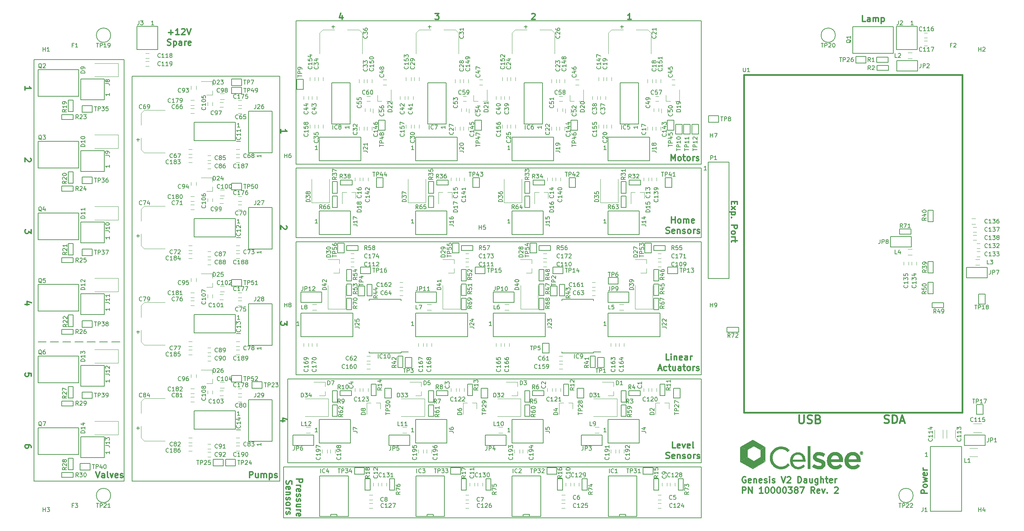
<source format=gto>
G04 #@! TF.GenerationSoftware,KiCad,Pcbnew,(5.0.0)*
G04 #@! TF.CreationDate,2019-04-01T15:57:56-04:00*
G04 #@! TF.ProjectId,PREP400,505245503430302E6B696361645F7063,2*
G04 #@! TF.SameCoordinates,Original*
G04 #@! TF.FileFunction,Legend,Top*
G04 #@! TF.FilePolarity,Positive*
%FSLAX46Y46*%
G04 Gerber Fmt 4.6, Leading zero omitted, Abs format (unit mm)*
G04 Created by KiCad (PCBNEW (5.0.0)) date 04/01/19 15:57:56*
%MOMM*%
%LPD*%
G01*
G04 APERTURE LIST*
%ADD10C,0.300000*%
%ADD11C,0.200000*%
%ADD12C,0.120000*%
%ADD13C,0.381000*%
%ADD14C,0.152400*%
%ADD15C,0.150000*%
%ADD16C,0.010000*%
%ADD17C,0.127000*%
%ADD18C,0.203200*%
G04 APERTURE END LIST*
D10*
X124221428Y-165835714D02*
X123221428Y-165835714D01*
X124792857Y-165478571D02*
X123721428Y-165121428D01*
X123721428Y-166050000D01*
X124721428Y-141550000D02*
X124721428Y-142478571D01*
X124150000Y-141978571D01*
X124150000Y-142192857D01*
X124078571Y-142335714D01*
X124007142Y-142407142D01*
X123864285Y-142478571D01*
X123507142Y-142478571D01*
X123364285Y-142407142D01*
X123292857Y-142335714D01*
X123221428Y-142192857D01*
X123221428Y-141764285D01*
X123292857Y-141621428D01*
X123364285Y-141550000D01*
X124578571Y-118121428D02*
X124650000Y-118192857D01*
X124721428Y-118335714D01*
X124721428Y-118692857D01*
X124650000Y-118835714D01*
X124578571Y-118907142D01*
X124435714Y-118978571D01*
X124292857Y-118978571D01*
X124078571Y-118907142D01*
X123221428Y-118050000D01*
X123221428Y-118978571D01*
X123221428Y-95478571D02*
X123221428Y-94621428D01*
X123221428Y-95050000D02*
X124721428Y-95050000D01*
X124507142Y-94907142D01*
X124364285Y-94764285D01*
X124292857Y-94621428D01*
X62221428Y-172335714D02*
X62221428Y-172050000D01*
X62150000Y-171907142D01*
X62078571Y-171835714D01*
X61864285Y-171692857D01*
X61578571Y-171621428D01*
X61007142Y-171621428D01*
X60864285Y-171692857D01*
X60792857Y-171764285D01*
X60721428Y-171907142D01*
X60721428Y-172192857D01*
X60792857Y-172335714D01*
X60864285Y-172407142D01*
X61007142Y-172478571D01*
X61364285Y-172478571D01*
X61507142Y-172407142D01*
X61578571Y-172335714D01*
X61650000Y-172192857D01*
X61650000Y-171907142D01*
X61578571Y-171764285D01*
X61507142Y-171692857D01*
X61364285Y-171621428D01*
X62221428Y-154907142D02*
X62221428Y-154192857D01*
X61507142Y-154121428D01*
X61578571Y-154192857D01*
X61650000Y-154335714D01*
X61650000Y-154692857D01*
X61578571Y-154835714D01*
X61507142Y-154907142D01*
X61364285Y-154978571D01*
X61007142Y-154978571D01*
X60864285Y-154907142D01*
X60792857Y-154835714D01*
X60721428Y-154692857D01*
X60721428Y-154335714D01*
X60792857Y-154192857D01*
X60864285Y-154121428D01*
D11*
X81900000Y-146550000D02*
X83900000Y-146550000D01*
X78900000Y-146550000D02*
X80900000Y-146550000D01*
X75900000Y-146550000D02*
X77900000Y-146550000D01*
X72900000Y-146550000D02*
X74900000Y-146550000D01*
X69900000Y-146550000D02*
X71900000Y-146550000D01*
X66900000Y-146550000D02*
X68900000Y-146550000D01*
X63900000Y-146550000D02*
X65900000Y-146550000D01*
D10*
X61721428Y-137335714D02*
X60721428Y-137335714D01*
X62292857Y-136978571D02*
X61221428Y-136621428D01*
X61221428Y-137550000D01*
X62221428Y-119050000D02*
X62221428Y-119978571D01*
X61650000Y-119478571D01*
X61650000Y-119692857D01*
X61578571Y-119835714D01*
X61507142Y-119907142D01*
X61364285Y-119978571D01*
X61007142Y-119978571D01*
X60864285Y-119907142D01*
X60792857Y-119835714D01*
X60721428Y-119692857D01*
X60721428Y-119264285D01*
X60792857Y-119121428D01*
X60864285Y-119050000D01*
X62078571Y-101621428D02*
X62150000Y-101692857D01*
X62221428Y-101835714D01*
X62221428Y-102192857D01*
X62150000Y-102335714D01*
X62078571Y-102407142D01*
X61935714Y-102478571D01*
X61792857Y-102478571D01*
X61578571Y-102407142D01*
X60721428Y-101550000D01*
X60721428Y-102478571D01*
X60721428Y-84978571D02*
X60721428Y-84121428D01*
X60721428Y-84550000D02*
X62221428Y-84550000D01*
X62007142Y-84407142D01*
X61864285Y-84264285D01*
X61792857Y-84121428D01*
X138185714Y-66728571D02*
X138185714Y-67728571D01*
X137828571Y-66157142D02*
X137471428Y-67228571D01*
X138400000Y-67228571D01*
X160900000Y-66228571D02*
X161828571Y-66228571D01*
X161328571Y-66800000D01*
X161542857Y-66800000D01*
X161685714Y-66871428D01*
X161757142Y-66942857D01*
X161828571Y-67085714D01*
X161828571Y-67442857D01*
X161757142Y-67585714D01*
X161685714Y-67657142D01*
X161542857Y-67728571D01*
X161114285Y-67728571D01*
X160971428Y-67657142D01*
X160900000Y-67585714D01*
X184471428Y-66371428D02*
X184542857Y-66300000D01*
X184685714Y-66228571D01*
X185042857Y-66228571D01*
X185185714Y-66300000D01*
X185257142Y-66371428D01*
X185328571Y-66514285D01*
X185328571Y-66657142D01*
X185257142Y-66871428D01*
X184400000Y-67728571D01*
X185328571Y-67728571D01*
X208828571Y-67728571D02*
X207971428Y-67728571D01*
X208400000Y-67728571D02*
X208400000Y-66228571D01*
X208257142Y-66442857D01*
X208114285Y-66585714D01*
X207971428Y-66657142D01*
D11*
X124900000Y-189550000D02*
X123900000Y-189550000D01*
X124900000Y-177050000D02*
X123900000Y-177050000D01*
D10*
X234007142Y-112192857D02*
X234007142Y-112692857D01*
X233221428Y-112907142D02*
X233221428Y-112192857D01*
X234721428Y-112192857D01*
X234721428Y-112907142D01*
X233221428Y-113407142D02*
X234221428Y-114192857D01*
X234221428Y-113407142D02*
X233221428Y-114192857D01*
X234221428Y-114764285D02*
X232721428Y-114764285D01*
X234150000Y-114764285D02*
X234221428Y-114907142D01*
X234221428Y-115192857D01*
X234150000Y-115335714D01*
X234078571Y-115407142D01*
X233935714Y-115478571D01*
X233507142Y-115478571D01*
X233364285Y-115407142D01*
X233292857Y-115335714D01*
X233221428Y-115192857D01*
X233221428Y-114907142D01*
X233292857Y-114764285D01*
X233364285Y-116121428D02*
X233292857Y-116192857D01*
X233221428Y-116121428D01*
X233292857Y-116050000D01*
X233364285Y-116121428D01*
X233221428Y-116121428D01*
X233221428Y-117978571D02*
X234721428Y-117978571D01*
X234721428Y-118550000D01*
X234650000Y-118692857D01*
X234578571Y-118764285D01*
X234435714Y-118835714D01*
X234221428Y-118835714D01*
X234078571Y-118764285D01*
X234007142Y-118692857D01*
X233935714Y-118550000D01*
X233935714Y-117978571D01*
X233221428Y-119692857D02*
X233292857Y-119550000D01*
X233364285Y-119478571D01*
X233507142Y-119407142D01*
X233935714Y-119407142D01*
X234078571Y-119478571D01*
X234150000Y-119550000D01*
X234221428Y-119692857D01*
X234221428Y-119907142D01*
X234150000Y-120050000D01*
X234078571Y-120121428D01*
X233935714Y-120192857D01*
X233507142Y-120192857D01*
X233364285Y-120121428D01*
X233292857Y-120050000D01*
X233221428Y-119907142D01*
X233221428Y-119692857D01*
X233221428Y-120835714D02*
X234221428Y-120835714D01*
X233935714Y-120835714D02*
X234078571Y-120907142D01*
X234150000Y-120978571D01*
X234221428Y-121121428D01*
X234221428Y-121264285D01*
X234221428Y-121550000D02*
X234221428Y-122121428D01*
X234721428Y-121764285D02*
X233435714Y-121764285D01*
X233292857Y-121835714D01*
X233221428Y-121978571D01*
X233221428Y-122121428D01*
X281078571Y-183514285D02*
X279578571Y-183514285D01*
X279578571Y-182942857D01*
X279650000Y-182800000D01*
X279721428Y-182728571D01*
X279864285Y-182657142D01*
X280078571Y-182657142D01*
X280221428Y-182728571D01*
X280292857Y-182800000D01*
X280364285Y-182942857D01*
X280364285Y-183514285D01*
X281078571Y-181800000D02*
X281007142Y-181942857D01*
X280935714Y-182014285D01*
X280792857Y-182085714D01*
X280364285Y-182085714D01*
X280221428Y-182014285D01*
X280150000Y-181942857D01*
X280078571Y-181800000D01*
X280078571Y-181585714D01*
X280150000Y-181442857D01*
X280221428Y-181371428D01*
X280364285Y-181300000D01*
X280792857Y-181300000D01*
X280935714Y-181371428D01*
X281007142Y-181442857D01*
X281078571Y-181585714D01*
X281078571Y-181800000D01*
X280078571Y-180800000D02*
X281078571Y-180514285D01*
X280364285Y-180228571D01*
X281078571Y-179942857D01*
X280078571Y-179657142D01*
X281007142Y-178514285D02*
X281078571Y-178657142D01*
X281078571Y-178942857D01*
X281007142Y-179085714D01*
X280864285Y-179157142D01*
X280292857Y-179157142D01*
X280150000Y-179085714D01*
X280078571Y-178942857D01*
X280078571Y-178657142D01*
X280150000Y-178514285D01*
X280292857Y-178442857D01*
X280435714Y-178442857D01*
X280578571Y-179157142D01*
X281078571Y-177800000D02*
X280078571Y-177800000D01*
X280364285Y-177800000D02*
X280221428Y-177728571D01*
X280150000Y-177657142D01*
X280078571Y-177514285D01*
X280078571Y-177371428D01*
X126996428Y-180050000D02*
X128496428Y-180050000D01*
X128496428Y-180621428D01*
X128425000Y-180764285D01*
X128353571Y-180835714D01*
X128210714Y-180907142D01*
X127996428Y-180907142D01*
X127853571Y-180835714D01*
X127782142Y-180764285D01*
X127710714Y-180621428D01*
X127710714Y-180050000D01*
X126996428Y-181550000D02*
X127996428Y-181550000D01*
X127710714Y-181550000D02*
X127853571Y-181621428D01*
X127925000Y-181692857D01*
X127996428Y-181835714D01*
X127996428Y-181978571D01*
X127067857Y-183050000D02*
X126996428Y-182907142D01*
X126996428Y-182621428D01*
X127067857Y-182478571D01*
X127210714Y-182407142D01*
X127782142Y-182407142D01*
X127925000Y-182478571D01*
X127996428Y-182621428D01*
X127996428Y-182907142D01*
X127925000Y-183050000D01*
X127782142Y-183121428D01*
X127639285Y-183121428D01*
X127496428Y-182407142D01*
X127067857Y-183692857D02*
X126996428Y-183835714D01*
X126996428Y-184121428D01*
X127067857Y-184264285D01*
X127210714Y-184335714D01*
X127282142Y-184335714D01*
X127425000Y-184264285D01*
X127496428Y-184121428D01*
X127496428Y-183907142D01*
X127567857Y-183764285D01*
X127710714Y-183692857D01*
X127782142Y-183692857D01*
X127925000Y-183764285D01*
X127996428Y-183907142D01*
X127996428Y-184121428D01*
X127925000Y-184264285D01*
X127067857Y-184907142D02*
X126996428Y-185050000D01*
X126996428Y-185335714D01*
X127067857Y-185478571D01*
X127210714Y-185550000D01*
X127282142Y-185550000D01*
X127425000Y-185478571D01*
X127496428Y-185335714D01*
X127496428Y-185121428D01*
X127567857Y-184978571D01*
X127710714Y-184907142D01*
X127782142Y-184907142D01*
X127925000Y-184978571D01*
X127996428Y-185121428D01*
X127996428Y-185335714D01*
X127925000Y-185478571D01*
X127996428Y-186835714D02*
X126996428Y-186835714D01*
X127996428Y-186192857D02*
X127210714Y-186192857D01*
X127067857Y-186264285D01*
X126996428Y-186407142D01*
X126996428Y-186621428D01*
X127067857Y-186764285D01*
X127139285Y-186835714D01*
X126996428Y-187550000D02*
X127996428Y-187550000D01*
X127710714Y-187550000D02*
X127853571Y-187621428D01*
X127925000Y-187692857D01*
X127996428Y-187835714D01*
X127996428Y-187978571D01*
X127067857Y-189050000D02*
X126996428Y-188907142D01*
X126996428Y-188621428D01*
X127067857Y-188478571D01*
X127210714Y-188407142D01*
X127782142Y-188407142D01*
X127925000Y-188478571D01*
X127996428Y-188621428D01*
X127996428Y-188907142D01*
X127925000Y-189050000D01*
X127782142Y-189121428D01*
X127639285Y-189121428D01*
X127496428Y-188407142D01*
X124517857Y-180442857D02*
X124446428Y-180657142D01*
X124446428Y-181014285D01*
X124517857Y-181157142D01*
X124589285Y-181228571D01*
X124732142Y-181300000D01*
X124875000Y-181300000D01*
X125017857Y-181228571D01*
X125089285Y-181157142D01*
X125160714Y-181014285D01*
X125232142Y-180728571D01*
X125303571Y-180585714D01*
X125375000Y-180514285D01*
X125517857Y-180442857D01*
X125660714Y-180442857D01*
X125803571Y-180514285D01*
X125875000Y-180585714D01*
X125946428Y-180728571D01*
X125946428Y-181085714D01*
X125875000Y-181300000D01*
X124517857Y-182514285D02*
X124446428Y-182371428D01*
X124446428Y-182085714D01*
X124517857Y-181942857D01*
X124660714Y-181871428D01*
X125232142Y-181871428D01*
X125375000Y-181942857D01*
X125446428Y-182085714D01*
X125446428Y-182371428D01*
X125375000Y-182514285D01*
X125232142Y-182585714D01*
X125089285Y-182585714D01*
X124946428Y-181871428D01*
X125446428Y-183228571D02*
X124446428Y-183228571D01*
X125303571Y-183228571D02*
X125375000Y-183300000D01*
X125446428Y-183442857D01*
X125446428Y-183657142D01*
X125375000Y-183800000D01*
X125232142Y-183871428D01*
X124446428Y-183871428D01*
X124517857Y-184514285D02*
X124446428Y-184657142D01*
X124446428Y-184942857D01*
X124517857Y-185085714D01*
X124660714Y-185157142D01*
X124732142Y-185157142D01*
X124875000Y-185085714D01*
X124946428Y-184942857D01*
X124946428Y-184728571D01*
X125017857Y-184585714D01*
X125160714Y-184514285D01*
X125232142Y-184514285D01*
X125375000Y-184585714D01*
X125446428Y-184728571D01*
X125446428Y-184942857D01*
X125375000Y-185085714D01*
X124446428Y-186014285D02*
X124517857Y-185871428D01*
X124589285Y-185800000D01*
X124732142Y-185728571D01*
X125160714Y-185728571D01*
X125303571Y-185800000D01*
X125375000Y-185871428D01*
X125446428Y-186014285D01*
X125446428Y-186228571D01*
X125375000Y-186371428D01*
X125303571Y-186442857D01*
X125160714Y-186514285D01*
X124732142Y-186514285D01*
X124589285Y-186442857D01*
X124517857Y-186371428D01*
X124446428Y-186228571D01*
X124446428Y-186014285D01*
X124446428Y-187157142D02*
X125446428Y-187157142D01*
X125160714Y-187157142D02*
X125303571Y-187228571D01*
X125375000Y-187300000D01*
X125446428Y-187442857D01*
X125446428Y-187585714D01*
X124517857Y-188014285D02*
X124446428Y-188157142D01*
X124446428Y-188442857D01*
X124517857Y-188585714D01*
X124660714Y-188657142D01*
X124732142Y-188657142D01*
X124875000Y-188585714D01*
X124946428Y-188442857D01*
X124946428Y-188228571D01*
X125017857Y-188085714D01*
X125160714Y-188014285D01*
X125232142Y-188014285D01*
X125375000Y-188085714D01*
X125446428Y-188228571D01*
X125446428Y-188442857D01*
X125375000Y-188585714D01*
X219614285Y-172453571D02*
X218900000Y-172453571D01*
X218900000Y-170953571D01*
X220685714Y-172382142D02*
X220542857Y-172453571D01*
X220257142Y-172453571D01*
X220114285Y-172382142D01*
X220042857Y-172239285D01*
X220042857Y-171667857D01*
X220114285Y-171525000D01*
X220257142Y-171453571D01*
X220542857Y-171453571D01*
X220685714Y-171525000D01*
X220757142Y-171667857D01*
X220757142Y-171810714D01*
X220042857Y-171953571D01*
X221257142Y-171453571D02*
X221614285Y-172453571D01*
X221971428Y-171453571D01*
X223114285Y-172382142D02*
X222971428Y-172453571D01*
X222685714Y-172453571D01*
X222542857Y-172382142D01*
X222471428Y-172239285D01*
X222471428Y-171667857D01*
X222542857Y-171525000D01*
X222685714Y-171453571D01*
X222971428Y-171453571D01*
X223114285Y-171525000D01*
X223185714Y-171667857D01*
X223185714Y-171810714D01*
X222471428Y-171953571D01*
X224042857Y-172453571D02*
X223900000Y-172382142D01*
X223828571Y-172239285D01*
X223828571Y-170953571D01*
X217292857Y-174932142D02*
X217507142Y-175003571D01*
X217864285Y-175003571D01*
X218007142Y-174932142D01*
X218078571Y-174860714D01*
X218150000Y-174717857D01*
X218150000Y-174575000D01*
X218078571Y-174432142D01*
X218007142Y-174360714D01*
X217864285Y-174289285D01*
X217578571Y-174217857D01*
X217435714Y-174146428D01*
X217364285Y-174075000D01*
X217292857Y-173932142D01*
X217292857Y-173789285D01*
X217364285Y-173646428D01*
X217435714Y-173575000D01*
X217578571Y-173503571D01*
X217935714Y-173503571D01*
X218150000Y-173575000D01*
X219364285Y-174932142D02*
X219221428Y-175003571D01*
X218935714Y-175003571D01*
X218792857Y-174932142D01*
X218721428Y-174789285D01*
X218721428Y-174217857D01*
X218792857Y-174075000D01*
X218935714Y-174003571D01*
X219221428Y-174003571D01*
X219364285Y-174075000D01*
X219435714Y-174217857D01*
X219435714Y-174360714D01*
X218721428Y-174503571D01*
X220078571Y-174003571D02*
X220078571Y-175003571D01*
X220078571Y-174146428D02*
X220150000Y-174075000D01*
X220292857Y-174003571D01*
X220507142Y-174003571D01*
X220650000Y-174075000D01*
X220721428Y-174217857D01*
X220721428Y-175003571D01*
X221364285Y-174932142D02*
X221507142Y-175003571D01*
X221792857Y-175003571D01*
X221935714Y-174932142D01*
X222007142Y-174789285D01*
X222007142Y-174717857D01*
X221935714Y-174575000D01*
X221792857Y-174503571D01*
X221578571Y-174503571D01*
X221435714Y-174432142D01*
X221364285Y-174289285D01*
X221364285Y-174217857D01*
X221435714Y-174075000D01*
X221578571Y-174003571D01*
X221792857Y-174003571D01*
X221935714Y-174075000D01*
X222864285Y-175003571D02*
X222721428Y-174932142D01*
X222650000Y-174860714D01*
X222578571Y-174717857D01*
X222578571Y-174289285D01*
X222650000Y-174146428D01*
X222721428Y-174075000D01*
X222864285Y-174003571D01*
X223078571Y-174003571D01*
X223221428Y-174075000D01*
X223292857Y-174146428D01*
X223364285Y-174289285D01*
X223364285Y-174717857D01*
X223292857Y-174860714D01*
X223221428Y-174932142D01*
X223078571Y-175003571D01*
X222864285Y-175003571D01*
X224007142Y-175003571D02*
X224007142Y-174003571D01*
X224007142Y-174289285D02*
X224078571Y-174146428D01*
X224150000Y-174075000D01*
X224292857Y-174003571D01*
X224435714Y-174003571D01*
X224864285Y-174932142D02*
X225007142Y-175003571D01*
X225292857Y-175003571D01*
X225435714Y-174932142D01*
X225507142Y-174789285D01*
X225507142Y-174717857D01*
X225435714Y-174575000D01*
X225292857Y-174503571D01*
X225078571Y-174503571D01*
X224935714Y-174432142D01*
X224864285Y-174289285D01*
X224864285Y-174217857D01*
X224935714Y-174075000D01*
X225078571Y-174003571D01*
X225292857Y-174003571D01*
X225435714Y-174075000D01*
X218042857Y-150953571D02*
X217328571Y-150953571D01*
X217328571Y-149453571D01*
X218542857Y-150953571D02*
X218542857Y-149953571D01*
X218542857Y-149453571D02*
X218471428Y-149525000D01*
X218542857Y-149596428D01*
X218614285Y-149525000D01*
X218542857Y-149453571D01*
X218542857Y-149596428D01*
X219257142Y-149953571D02*
X219257142Y-150953571D01*
X219257142Y-150096428D02*
X219328571Y-150025000D01*
X219471428Y-149953571D01*
X219685714Y-149953571D01*
X219828571Y-150025000D01*
X219900000Y-150167857D01*
X219900000Y-150953571D01*
X221185714Y-150882142D02*
X221042857Y-150953571D01*
X220757142Y-150953571D01*
X220614285Y-150882142D01*
X220542857Y-150739285D01*
X220542857Y-150167857D01*
X220614285Y-150025000D01*
X220757142Y-149953571D01*
X221042857Y-149953571D01*
X221185714Y-150025000D01*
X221257142Y-150167857D01*
X221257142Y-150310714D01*
X220542857Y-150453571D01*
X222542857Y-150953571D02*
X222542857Y-150167857D01*
X222471428Y-150025000D01*
X222328571Y-149953571D01*
X222042857Y-149953571D01*
X221900000Y-150025000D01*
X222542857Y-150882142D02*
X222400000Y-150953571D01*
X222042857Y-150953571D01*
X221900000Y-150882142D01*
X221828571Y-150739285D01*
X221828571Y-150596428D01*
X221900000Y-150453571D01*
X222042857Y-150382142D01*
X222400000Y-150382142D01*
X222542857Y-150310714D01*
X223257142Y-150953571D02*
X223257142Y-149953571D01*
X223257142Y-150239285D02*
X223328571Y-150096428D01*
X223400000Y-150025000D01*
X223542857Y-149953571D01*
X223685714Y-149953571D01*
X215435714Y-153075000D02*
X216150000Y-153075000D01*
X215292857Y-153503571D02*
X215792857Y-152003571D01*
X216292857Y-153503571D01*
X217435714Y-153432142D02*
X217292857Y-153503571D01*
X217007142Y-153503571D01*
X216864285Y-153432142D01*
X216792857Y-153360714D01*
X216721428Y-153217857D01*
X216721428Y-152789285D01*
X216792857Y-152646428D01*
X216864285Y-152575000D01*
X217007142Y-152503571D01*
X217292857Y-152503571D01*
X217435714Y-152575000D01*
X217864285Y-152503571D02*
X218435714Y-152503571D01*
X218078571Y-152003571D02*
X218078571Y-153289285D01*
X218150000Y-153432142D01*
X218292857Y-153503571D01*
X218435714Y-153503571D01*
X219578571Y-152503571D02*
X219578571Y-153503571D01*
X218935714Y-152503571D02*
X218935714Y-153289285D01*
X219007142Y-153432142D01*
X219150000Y-153503571D01*
X219364285Y-153503571D01*
X219507142Y-153432142D01*
X219578571Y-153360714D01*
X220935714Y-153503571D02*
X220935714Y-152717857D01*
X220864285Y-152575000D01*
X220721428Y-152503571D01*
X220435714Y-152503571D01*
X220292857Y-152575000D01*
X220935714Y-153432142D02*
X220792857Y-153503571D01*
X220435714Y-153503571D01*
X220292857Y-153432142D01*
X220221428Y-153289285D01*
X220221428Y-153146428D01*
X220292857Y-153003571D01*
X220435714Y-152932142D01*
X220792857Y-152932142D01*
X220935714Y-152860714D01*
X221435714Y-152503571D02*
X222007142Y-152503571D01*
X221650000Y-152003571D02*
X221650000Y-153289285D01*
X221721428Y-153432142D01*
X221864285Y-153503571D01*
X222007142Y-153503571D01*
X222721428Y-153503571D02*
X222578571Y-153432142D01*
X222507142Y-153360714D01*
X222435714Y-153217857D01*
X222435714Y-152789285D01*
X222507142Y-152646428D01*
X222578571Y-152575000D01*
X222721428Y-152503571D01*
X222935714Y-152503571D01*
X223078571Y-152575000D01*
X223150000Y-152646428D01*
X223221428Y-152789285D01*
X223221428Y-153217857D01*
X223150000Y-153360714D01*
X223078571Y-153432142D01*
X222935714Y-153503571D01*
X222721428Y-153503571D01*
X223864285Y-153503571D02*
X223864285Y-152503571D01*
X223864285Y-152789285D02*
X223935714Y-152646428D01*
X224007142Y-152575000D01*
X224150000Y-152503571D01*
X224292857Y-152503571D01*
X224721428Y-153432142D02*
X224864285Y-153503571D01*
X225150000Y-153503571D01*
X225292857Y-153432142D01*
X225364285Y-153289285D01*
X225364285Y-153217857D01*
X225292857Y-153075000D01*
X225150000Y-153003571D01*
X224935714Y-153003571D01*
X224792857Y-152932142D01*
X224721428Y-152789285D01*
X224721428Y-152717857D01*
X224792857Y-152575000D01*
X224935714Y-152503571D01*
X225150000Y-152503571D01*
X225292857Y-152575000D01*
X218650000Y-117453571D02*
X218650000Y-115953571D01*
X218650000Y-116667857D02*
X219507142Y-116667857D01*
X219507142Y-117453571D02*
X219507142Y-115953571D01*
X220435714Y-117453571D02*
X220292857Y-117382142D01*
X220221428Y-117310714D01*
X220150000Y-117167857D01*
X220150000Y-116739285D01*
X220221428Y-116596428D01*
X220292857Y-116525000D01*
X220435714Y-116453571D01*
X220650000Y-116453571D01*
X220792857Y-116525000D01*
X220864285Y-116596428D01*
X220935714Y-116739285D01*
X220935714Y-117167857D01*
X220864285Y-117310714D01*
X220792857Y-117382142D01*
X220650000Y-117453571D01*
X220435714Y-117453571D01*
X221578571Y-117453571D02*
X221578571Y-116453571D01*
X221578571Y-116596428D02*
X221650000Y-116525000D01*
X221792857Y-116453571D01*
X222007142Y-116453571D01*
X222150000Y-116525000D01*
X222221428Y-116667857D01*
X222221428Y-117453571D01*
X222221428Y-116667857D02*
X222292857Y-116525000D01*
X222435714Y-116453571D01*
X222650000Y-116453571D01*
X222792857Y-116525000D01*
X222864285Y-116667857D01*
X222864285Y-117453571D01*
X224150000Y-117382142D02*
X224007142Y-117453571D01*
X223721428Y-117453571D01*
X223578571Y-117382142D01*
X223507142Y-117239285D01*
X223507142Y-116667857D01*
X223578571Y-116525000D01*
X223721428Y-116453571D01*
X224007142Y-116453571D01*
X224150000Y-116525000D01*
X224221428Y-116667857D01*
X224221428Y-116810714D01*
X223507142Y-116953571D01*
X217292857Y-119932142D02*
X217507142Y-120003571D01*
X217864285Y-120003571D01*
X218007142Y-119932142D01*
X218078571Y-119860714D01*
X218150000Y-119717857D01*
X218150000Y-119575000D01*
X218078571Y-119432142D01*
X218007142Y-119360714D01*
X217864285Y-119289285D01*
X217578571Y-119217857D01*
X217435714Y-119146428D01*
X217364285Y-119075000D01*
X217292857Y-118932142D01*
X217292857Y-118789285D01*
X217364285Y-118646428D01*
X217435714Y-118575000D01*
X217578571Y-118503571D01*
X217935714Y-118503571D01*
X218150000Y-118575000D01*
X219364285Y-119932142D02*
X219221428Y-120003571D01*
X218935714Y-120003571D01*
X218792857Y-119932142D01*
X218721428Y-119789285D01*
X218721428Y-119217857D01*
X218792857Y-119075000D01*
X218935714Y-119003571D01*
X219221428Y-119003571D01*
X219364285Y-119075000D01*
X219435714Y-119217857D01*
X219435714Y-119360714D01*
X218721428Y-119503571D01*
X220078571Y-119003571D02*
X220078571Y-120003571D01*
X220078571Y-119146428D02*
X220150000Y-119075000D01*
X220292857Y-119003571D01*
X220507142Y-119003571D01*
X220650000Y-119075000D01*
X220721428Y-119217857D01*
X220721428Y-120003571D01*
X221364285Y-119932142D02*
X221507142Y-120003571D01*
X221792857Y-120003571D01*
X221935714Y-119932142D01*
X222007142Y-119789285D01*
X222007142Y-119717857D01*
X221935714Y-119575000D01*
X221792857Y-119503571D01*
X221578571Y-119503571D01*
X221435714Y-119432142D01*
X221364285Y-119289285D01*
X221364285Y-119217857D01*
X221435714Y-119075000D01*
X221578571Y-119003571D01*
X221792857Y-119003571D01*
X221935714Y-119075000D01*
X222864285Y-120003571D02*
X222721428Y-119932142D01*
X222650000Y-119860714D01*
X222578571Y-119717857D01*
X222578571Y-119289285D01*
X222650000Y-119146428D01*
X222721428Y-119075000D01*
X222864285Y-119003571D01*
X223078571Y-119003571D01*
X223221428Y-119075000D01*
X223292857Y-119146428D01*
X223364285Y-119289285D01*
X223364285Y-119717857D01*
X223292857Y-119860714D01*
X223221428Y-119932142D01*
X223078571Y-120003571D01*
X222864285Y-120003571D01*
X224007142Y-120003571D02*
X224007142Y-119003571D01*
X224007142Y-119289285D02*
X224078571Y-119146428D01*
X224150000Y-119075000D01*
X224292857Y-119003571D01*
X224435714Y-119003571D01*
X224864285Y-119932142D02*
X225007142Y-120003571D01*
X225292857Y-120003571D01*
X225435714Y-119932142D01*
X225507142Y-119789285D01*
X225507142Y-119717857D01*
X225435714Y-119575000D01*
X225292857Y-119503571D01*
X225078571Y-119503571D01*
X224935714Y-119432142D01*
X224864285Y-119289285D01*
X224864285Y-119217857D01*
X224935714Y-119075000D01*
X225078571Y-119003571D01*
X225292857Y-119003571D01*
X225435714Y-119075000D01*
X218542857Y-102228571D02*
X218542857Y-100728571D01*
X219042857Y-101800000D01*
X219542857Y-100728571D01*
X219542857Y-102228571D01*
X220471428Y-102228571D02*
X220328571Y-102157142D01*
X220257142Y-102085714D01*
X220185714Y-101942857D01*
X220185714Y-101514285D01*
X220257142Y-101371428D01*
X220328571Y-101300000D01*
X220471428Y-101228571D01*
X220685714Y-101228571D01*
X220828571Y-101300000D01*
X220900000Y-101371428D01*
X220971428Y-101514285D01*
X220971428Y-101942857D01*
X220900000Y-102085714D01*
X220828571Y-102157142D01*
X220685714Y-102228571D01*
X220471428Y-102228571D01*
X221400000Y-101228571D02*
X221971428Y-101228571D01*
X221614285Y-100728571D02*
X221614285Y-102014285D01*
X221685714Y-102157142D01*
X221828571Y-102228571D01*
X221971428Y-102228571D01*
X222685714Y-102228571D02*
X222542857Y-102157142D01*
X222471428Y-102085714D01*
X222400000Y-101942857D01*
X222400000Y-101514285D01*
X222471428Y-101371428D01*
X222542857Y-101300000D01*
X222685714Y-101228571D01*
X222900000Y-101228571D01*
X223042857Y-101300000D01*
X223114285Y-101371428D01*
X223185714Y-101514285D01*
X223185714Y-101942857D01*
X223114285Y-102085714D01*
X223042857Y-102157142D01*
X222900000Y-102228571D01*
X222685714Y-102228571D01*
X223828571Y-102228571D02*
X223828571Y-101228571D01*
X223828571Y-101514285D02*
X223900000Y-101371428D01*
X223971428Y-101300000D01*
X224114285Y-101228571D01*
X224257142Y-101228571D01*
X224685714Y-102157142D02*
X224828571Y-102228571D01*
X225114285Y-102228571D01*
X225257142Y-102157142D01*
X225328571Y-102014285D01*
X225328571Y-101942857D01*
X225257142Y-101800000D01*
X225114285Y-101728571D01*
X224900000Y-101728571D01*
X224757142Y-101657142D01*
X224685714Y-101514285D01*
X224685714Y-101442857D01*
X224757142Y-101300000D01*
X224900000Y-101228571D01*
X225114285Y-101228571D01*
X225257142Y-101300000D01*
X115542857Y-179728571D02*
X115542857Y-178228571D01*
X116114285Y-178228571D01*
X116257142Y-178300000D01*
X116328571Y-178371428D01*
X116400000Y-178514285D01*
X116400000Y-178728571D01*
X116328571Y-178871428D01*
X116257142Y-178942857D01*
X116114285Y-179014285D01*
X115542857Y-179014285D01*
X117685714Y-178728571D02*
X117685714Y-179728571D01*
X117042857Y-178728571D02*
X117042857Y-179514285D01*
X117114285Y-179657142D01*
X117257142Y-179728571D01*
X117471428Y-179728571D01*
X117614285Y-179657142D01*
X117685714Y-179585714D01*
X118400000Y-179728571D02*
X118400000Y-178728571D01*
X118400000Y-178871428D02*
X118471428Y-178800000D01*
X118614285Y-178728571D01*
X118828571Y-178728571D01*
X118971428Y-178800000D01*
X119042857Y-178942857D01*
X119042857Y-179728571D01*
X119042857Y-178942857D02*
X119114285Y-178800000D01*
X119257142Y-178728571D01*
X119471428Y-178728571D01*
X119614285Y-178800000D01*
X119685714Y-178942857D01*
X119685714Y-179728571D01*
X120400000Y-178728571D02*
X120400000Y-180228571D01*
X120400000Y-178800000D02*
X120542857Y-178728571D01*
X120828571Y-178728571D01*
X120971428Y-178800000D01*
X121042857Y-178871428D01*
X121114285Y-179014285D01*
X121114285Y-179442857D01*
X121042857Y-179585714D01*
X120971428Y-179657142D01*
X120828571Y-179728571D01*
X120542857Y-179728571D01*
X120400000Y-179657142D01*
X121685714Y-179657142D02*
X121828571Y-179728571D01*
X122114285Y-179728571D01*
X122257142Y-179657142D01*
X122328571Y-179514285D01*
X122328571Y-179442857D01*
X122257142Y-179300000D01*
X122114285Y-179228571D01*
X121900000Y-179228571D01*
X121757142Y-179157142D01*
X121685714Y-179014285D01*
X121685714Y-178942857D01*
X121757142Y-178800000D01*
X121900000Y-178728571D01*
X122114285Y-178728571D01*
X122257142Y-178800000D01*
X78007142Y-178228571D02*
X78507142Y-179728571D01*
X79007142Y-178228571D01*
X80150000Y-179728571D02*
X80150000Y-178942857D01*
X80078571Y-178800000D01*
X79935714Y-178728571D01*
X79650000Y-178728571D01*
X79507142Y-178800000D01*
X80150000Y-179657142D02*
X80007142Y-179728571D01*
X79650000Y-179728571D01*
X79507142Y-179657142D01*
X79435714Y-179514285D01*
X79435714Y-179371428D01*
X79507142Y-179228571D01*
X79650000Y-179157142D01*
X80007142Y-179157142D01*
X80150000Y-179085714D01*
X81078571Y-179728571D02*
X80935714Y-179657142D01*
X80864285Y-179514285D01*
X80864285Y-178228571D01*
X81507142Y-178728571D02*
X81864285Y-179728571D01*
X82221428Y-178728571D01*
X83364285Y-179657142D02*
X83221428Y-179728571D01*
X82935714Y-179728571D01*
X82792857Y-179657142D01*
X82721428Y-179514285D01*
X82721428Y-178942857D01*
X82792857Y-178800000D01*
X82935714Y-178728571D01*
X83221428Y-178728571D01*
X83364285Y-178800000D01*
X83435714Y-178942857D01*
X83435714Y-179085714D01*
X82721428Y-179228571D01*
X84007142Y-179657142D02*
X84150000Y-179728571D01*
X84435714Y-179728571D01*
X84578571Y-179657142D01*
X84650000Y-179514285D01*
X84650000Y-179442857D01*
X84578571Y-179300000D01*
X84435714Y-179228571D01*
X84221428Y-179228571D01*
X84078571Y-179157142D01*
X84007142Y-179014285D01*
X84007142Y-178942857D01*
X84078571Y-178800000D01*
X84221428Y-178728571D01*
X84435714Y-178728571D01*
X84578571Y-178800000D01*
X95757142Y-70882142D02*
X96900000Y-70882142D01*
X96328571Y-71453571D02*
X96328571Y-70310714D01*
X98400000Y-71453571D02*
X97542857Y-71453571D01*
X97971428Y-71453571D02*
X97971428Y-69953571D01*
X97828571Y-70167857D01*
X97685714Y-70310714D01*
X97542857Y-70382142D01*
X98971428Y-70096428D02*
X99042857Y-70025000D01*
X99185714Y-69953571D01*
X99542857Y-69953571D01*
X99685714Y-70025000D01*
X99757142Y-70096428D01*
X99828571Y-70239285D01*
X99828571Y-70382142D01*
X99757142Y-70596428D01*
X98900000Y-71453571D01*
X99828571Y-71453571D01*
X100257142Y-69953571D02*
X100757142Y-71453571D01*
X101257142Y-69953571D01*
X95507142Y-73932142D02*
X95721428Y-74003571D01*
X96078571Y-74003571D01*
X96221428Y-73932142D01*
X96292857Y-73860714D01*
X96364285Y-73717857D01*
X96364285Y-73575000D01*
X96292857Y-73432142D01*
X96221428Y-73360714D01*
X96078571Y-73289285D01*
X95792857Y-73217857D01*
X95650000Y-73146428D01*
X95578571Y-73075000D01*
X95507142Y-72932142D01*
X95507142Y-72789285D01*
X95578571Y-72646428D01*
X95650000Y-72575000D01*
X95792857Y-72503571D01*
X96150000Y-72503571D01*
X96364285Y-72575000D01*
X97007142Y-73003571D02*
X97007142Y-74503571D01*
X97007142Y-73075000D02*
X97150000Y-73003571D01*
X97435714Y-73003571D01*
X97578571Y-73075000D01*
X97650000Y-73146428D01*
X97721428Y-73289285D01*
X97721428Y-73717857D01*
X97650000Y-73860714D01*
X97578571Y-73932142D01*
X97435714Y-74003571D01*
X97150000Y-74003571D01*
X97007142Y-73932142D01*
X99007142Y-74003571D02*
X99007142Y-73217857D01*
X98935714Y-73075000D01*
X98792857Y-73003571D01*
X98507142Y-73003571D01*
X98364285Y-73075000D01*
X99007142Y-73932142D02*
X98864285Y-74003571D01*
X98507142Y-74003571D01*
X98364285Y-73932142D01*
X98292857Y-73789285D01*
X98292857Y-73646428D01*
X98364285Y-73503571D01*
X98507142Y-73432142D01*
X98864285Y-73432142D01*
X99007142Y-73360714D01*
X99721428Y-74003571D02*
X99721428Y-73003571D01*
X99721428Y-73289285D02*
X99792857Y-73146428D01*
X99864285Y-73075000D01*
X100007142Y-73003571D01*
X100150000Y-73003571D01*
X101221428Y-73932142D02*
X101078571Y-74003571D01*
X100792857Y-74003571D01*
X100650000Y-73932142D01*
X100578571Y-73789285D01*
X100578571Y-73217857D01*
X100650000Y-73075000D01*
X100792857Y-73003571D01*
X101078571Y-73003571D01*
X101221428Y-73075000D01*
X101292857Y-73217857D01*
X101292857Y-73360714D01*
X100578571Y-73503571D01*
X266007142Y-68228571D02*
X265292857Y-68228571D01*
X265292857Y-66728571D01*
X267150000Y-68228571D02*
X267150000Y-67442857D01*
X267078571Y-67300000D01*
X266935714Y-67228571D01*
X266650000Y-67228571D01*
X266507142Y-67300000D01*
X267150000Y-68157142D02*
X267007142Y-68228571D01*
X266650000Y-68228571D01*
X266507142Y-68157142D01*
X266435714Y-68014285D01*
X266435714Y-67871428D01*
X266507142Y-67728571D01*
X266650000Y-67657142D01*
X267007142Y-67657142D01*
X267150000Y-67585714D01*
X267864285Y-68228571D02*
X267864285Y-67228571D01*
X267864285Y-67371428D02*
X267935714Y-67300000D01*
X268078571Y-67228571D01*
X268292857Y-67228571D01*
X268435714Y-67300000D01*
X268507142Y-67442857D01*
X268507142Y-68228571D01*
X268507142Y-67442857D02*
X268578571Y-67300000D01*
X268721428Y-67228571D01*
X268935714Y-67228571D01*
X269078571Y-67300000D01*
X269150000Y-67442857D01*
X269150000Y-68228571D01*
X269864285Y-67228571D02*
X269864285Y-68728571D01*
X269864285Y-67300000D02*
X270007142Y-67228571D01*
X270292857Y-67228571D01*
X270435714Y-67300000D01*
X270507142Y-67371428D01*
X270578571Y-67514285D01*
X270578571Y-67942857D01*
X270507142Y-68085714D01*
X270435714Y-68157142D01*
X270292857Y-68228571D01*
X270007142Y-68228571D01*
X269864285Y-68157142D01*
D11*
X86900000Y-81550000D02*
X86900000Y-180550000D01*
X122900000Y-81550000D02*
X86900000Y-81550000D01*
X122900000Y-180550000D02*
X122900000Y-81550000D01*
X86900000Y-180550000D02*
X122900000Y-180550000D01*
X62900000Y-77550000D02*
X62900000Y-180550000D01*
X84900000Y-77550000D02*
X62900000Y-77550000D01*
X84900000Y-180550000D02*
X84900000Y-77550000D01*
X62900000Y-180550000D02*
X84900000Y-180550000D01*
X225900000Y-177050000D02*
X124900000Y-177050000D01*
X225900000Y-189550000D02*
X225900000Y-177050000D01*
X124900000Y-189550000D02*
X225900000Y-189550000D01*
X123900000Y-177050000D02*
X123900000Y-189550000D01*
X225900000Y-155550000D02*
X124900000Y-155550000D01*
X225900000Y-176050000D02*
X225900000Y-155550000D01*
X124900000Y-176050000D02*
X225900000Y-176050000D01*
X124900000Y-155550000D02*
X124900000Y-176050000D01*
X225900000Y-122050000D02*
X126900000Y-122050000D01*
X225900000Y-154550000D02*
X225900000Y-122050000D01*
X126900000Y-154550000D02*
X225900000Y-154550000D01*
X126900000Y-122050000D02*
X126900000Y-154550000D01*
X225900000Y-104050000D02*
X126900000Y-104050000D01*
X225900000Y-121050000D02*
X225900000Y-104050000D01*
X126900000Y-121050000D02*
X225900000Y-121050000D01*
X126900000Y-104050000D02*
X126900000Y-121050000D01*
X126900000Y-68050000D02*
X126900000Y-68550000D01*
X225900000Y-68050000D02*
X126900000Y-68050000D01*
X225900000Y-103050000D02*
X225900000Y-68050000D01*
X126900000Y-103050000D02*
X225900000Y-103050000D01*
X126900000Y-68550000D02*
X126900000Y-103050000D01*
D10*
X236737857Y-179525000D02*
X236595000Y-179453571D01*
X236380714Y-179453571D01*
X236166428Y-179525000D01*
X236023571Y-179667857D01*
X235952142Y-179810714D01*
X235880714Y-180096428D01*
X235880714Y-180310714D01*
X235952142Y-180596428D01*
X236023571Y-180739285D01*
X236166428Y-180882142D01*
X236380714Y-180953571D01*
X236523571Y-180953571D01*
X236737857Y-180882142D01*
X236809285Y-180810714D01*
X236809285Y-180310714D01*
X236523571Y-180310714D01*
X238023571Y-180882142D02*
X237880714Y-180953571D01*
X237595000Y-180953571D01*
X237452142Y-180882142D01*
X237380714Y-180739285D01*
X237380714Y-180167857D01*
X237452142Y-180025000D01*
X237595000Y-179953571D01*
X237880714Y-179953571D01*
X238023571Y-180025000D01*
X238095000Y-180167857D01*
X238095000Y-180310714D01*
X237380714Y-180453571D01*
X238737857Y-179953571D02*
X238737857Y-180953571D01*
X238737857Y-180096428D02*
X238809285Y-180025000D01*
X238952142Y-179953571D01*
X239166428Y-179953571D01*
X239309285Y-180025000D01*
X239380714Y-180167857D01*
X239380714Y-180953571D01*
X240666428Y-180882142D02*
X240523571Y-180953571D01*
X240237857Y-180953571D01*
X240095000Y-180882142D01*
X240023571Y-180739285D01*
X240023571Y-180167857D01*
X240095000Y-180025000D01*
X240237857Y-179953571D01*
X240523571Y-179953571D01*
X240666428Y-180025000D01*
X240737857Y-180167857D01*
X240737857Y-180310714D01*
X240023571Y-180453571D01*
X241309285Y-180882142D02*
X241452142Y-180953571D01*
X241737857Y-180953571D01*
X241880714Y-180882142D01*
X241952142Y-180739285D01*
X241952142Y-180667857D01*
X241880714Y-180525000D01*
X241737857Y-180453571D01*
X241523571Y-180453571D01*
X241380714Y-180382142D01*
X241309285Y-180239285D01*
X241309285Y-180167857D01*
X241380714Y-180025000D01*
X241523571Y-179953571D01*
X241737857Y-179953571D01*
X241880714Y-180025000D01*
X242595000Y-180953571D02*
X242595000Y-179953571D01*
X242595000Y-179453571D02*
X242523571Y-179525000D01*
X242595000Y-179596428D01*
X242666428Y-179525000D01*
X242595000Y-179453571D01*
X242595000Y-179596428D01*
X243237857Y-180882142D02*
X243380714Y-180953571D01*
X243666428Y-180953571D01*
X243809285Y-180882142D01*
X243880714Y-180739285D01*
X243880714Y-180667857D01*
X243809285Y-180525000D01*
X243666428Y-180453571D01*
X243452142Y-180453571D01*
X243309285Y-180382142D01*
X243237857Y-180239285D01*
X243237857Y-180167857D01*
X243309285Y-180025000D01*
X243452142Y-179953571D01*
X243666428Y-179953571D01*
X243809285Y-180025000D01*
X245452142Y-179453571D02*
X245952142Y-180953571D01*
X246452142Y-179453571D01*
X246880714Y-179596428D02*
X246952142Y-179525000D01*
X247095000Y-179453571D01*
X247452142Y-179453571D01*
X247595000Y-179525000D01*
X247666428Y-179596428D01*
X247737857Y-179739285D01*
X247737857Y-179882142D01*
X247666428Y-180096428D01*
X246809285Y-180953571D01*
X247737857Y-180953571D01*
X249523571Y-180953571D02*
X249523571Y-179453571D01*
X249880714Y-179453571D01*
X250095000Y-179525000D01*
X250237857Y-179667857D01*
X250309285Y-179810714D01*
X250380714Y-180096428D01*
X250380714Y-180310714D01*
X250309285Y-180596428D01*
X250237857Y-180739285D01*
X250095000Y-180882142D01*
X249880714Y-180953571D01*
X249523571Y-180953571D01*
X251666428Y-180953571D02*
X251666428Y-180167857D01*
X251595000Y-180025000D01*
X251452142Y-179953571D01*
X251166428Y-179953571D01*
X251023571Y-180025000D01*
X251666428Y-180882142D02*
X251523571Y-180953571D01*
X251166428Y-180953571D01*
X251023571Y-180882142D01*
X250952142Y-180739285D01*
X250952142Y-180596428D01*
X251023571Y-180453571D01*
X251166428Y-180382142D01*
X251523571Y-180382142D01*
X251666428Y-180310714D01*
X253023571Y-179953571D02*
X253023571Y-180953571D01*
X252380714Y-179953571D02*
X252380714Y-180739285D01*
X252452142Y-180882142D01*
X252595000Y-180953571D01*
X252809285Y-180953571D01*
X252952142Y-180882142D01*
X253023571Y-180810714D01*
X254380714Y-179953571D02*
X254380714Y-181167857D01*
X254309285Y-181310714D01*
X254237857Y-181382142D01*
X254095000Y-181453571D01*
X253880714Y-181453571D01*
X253737857Y-181382142D01*
X254380714Y-180882142D02*
X254237857Y-180953571D01*
X253952142Y-180953571D01*
X253809285Y-180882142D01*
X253737857Y-180810714D01*
X253666428Y-180667857D01*
X253666428Y-180239285D01*
X253737857Y-180096428D01*
X253809285Y-180025000D01*
X253952142Y-179953571D01*
X254237857Y-179953571D01*
X254380714Y-180025000D01*
X255095000Y-180953571D02*
X255095000Y-179453571D01*
X255737857Y-180953571D02*
X255737857Y-180167857D01*
X255666428Y-180025000D01*
X255523571Y-179953571D01*
X255309285Y-179953571D01*
X255166428Y-180025000D01*
X255095000Y-180096428D01*
X256237857Y-179953571D02*
X256809285Y-179953571D01*
X256452142Y-179453571D02*
X256452142Y-180739285D01*
X256523571Y-180882142D01*
X256666428Y-180953571D01*
X256809285Y-180953571D01*
X257880714Y-180882142D02*
X257737857Y-180953571D01*
X257452142Y-180953571D01*
X257309285Y-180882142D01*
X257237857Y-180739285D01*
X257237857Y-180167857D01*
X257309285Y-180025000D01*
X257452142Y-179953571D01*
X257737857Y-179953571D01*
X257880714Y-180025000D01*
X257952142Y-180167857D01*
X257952142Y-180310714D01*
X257237857Y-180453571D01*
X258595000Y-180953571D02*
X258595000Y-179953571D01*
X258595000Y-180239285D02*
X258666428Y-180096428D01*
X258737857Y-180025000D01*
X258880714Y-179953571D01*
X259023571Y-179953571D01*
X235952142Y-183503571D02*
X235952142Y-182003571D01*
X236523571Y-182003571D01*
X236666428Y-182075000D01*
X236737857Y-182146428D01*
X236809285Y-182289285D01*
X236809285Y-182503571D01*
X236737857Y-182646428D01*
X236666428Y-182717857D01*
X236523571Y-182789285D01*
X235952142Y-182789285D01*
X237452142Y-183503571D02*
X237452142Y-182003571D01*
X238309285Y-183503571D01*
X238309285Y-182003571D01*
X240952142Y-183503571D02*
X240095000Y-183503571D01*
X240523571Y-183503571D02*
X240523571Y-182003571D01*
X240380714Y-182217857D01*
X240237857Y-182360714D01*
X240095000Y-182432142D01*
X241880714Y-182003571D02*
X242023571Y-182003571D01*
X242166428Y-182075000D01*
X242237857Y-182146428D01*
X242309285Y-182289285D01*
X242380714Y-182575000D01*
X242380714Y-182932142D01*
X242309285Y-183217857D01*
X242237857Y-183360714D01*
X242166428Y-183432142D01*
X242023571Y-183503571D01*
X241880714Y-183503571D01*
X241737857Y-183432142D01*
X241666428Y-183360714D01*
X241595000Y-183217857D01*
X241523571Y-182932142D01*
X241523571Y-182575000D01*
X241595000Y-182289285D01*
X241666428Y-182146428D01*
X241737857Y-182075000D01*
X241880714Y-182003571D01*
X243309285Y-182003571D02*
X243452142Y-182003571D01*
X243595000Y-182075000D01*
X243666428Y-182146428D01*
X243737857Y-182289285D01*
X243809285Y-182575000D01*
X243809285Y-182932142D01*
X243737857Y-183217857D01*
X243666428Y-183360714D01*
X243595000Y-183432142D01*
X243452142Y-183503571D01*
X243309285Y-183503571D01*
X243166428Y-183432142D01*
X243095000Y-183360714D01*
X243023571Y-183217857D01*
X242952142Y-182932142D01*
X242952142Y-182575000D01*
X243023571Y-182289285D01*
X243095000Y-182146428D01*
X243166428Y-182075000D01*
X243309285Y-182003571D01*
X244737857Y-182003571D02*
X244880714Y-182003571D01*
X245023571Y-182075000D01*
X245095000Y-182146428D01*
X245166428Y-182289285D01*
X245237857Y-182575000D01*
X245237857Y-182932142D01*
X245166428Y-183217857D01*
X245095000Y-183360714D01*
X245023571Y-183432142D01*
X244880714Y-183503571D01*
X244737857Y-183503571D01*
X244595000Y-183432142D01*
X244523571Y-183360714D01*
X244452142Y-183217857D01*
X244380714Y-182932142D01*
X244380714Y-182575000D01*
X244452142Y-182289285D01*
X244523571Y-182146428D01*
X244595000Y-182075000D01*
X244737857Y-182003571D01*
X246166428Y-182003571D02*
X246309285Y-182003571D01*
X246452142Y-182075000D01*
X246523571Y-182146428D01*
X246595000Y-182289285D01*
X246666428Y-182575000D01*
X246666428Y-182932142D01*
X246595000Y-183217857D01*
X246523571Y-183360714D01*
X246452142Y-183432142D01*
X246309285Y-183503571D01*
X246166428Y-183503571D01*
X246023571Y-183432142D01*
X245952142Y-183360714D01*
X245880714Y-183217857D01*
X245809285Y-182932142D01*
X245809285Y-182575000D01*
X245880714Y-182289285D01*
X245952142Y-182146428D01*
X246023571Y-182075000D01*
X246166428Y-182003571D01*
X247166428Y-182003571D02*
X248095000Y-182003571D01*
X247595000Y-182575000D01*
X247809285Y-182575000D01*
X247952142Y-182646428D01*
X248023571Y-182717857D01*
X248095000Y-182860714D01*
X248095000Y-183217857D01*
X248023571Y-183360714D01*
X247952142Y-183432142D01*
X247809285Y-183503571D01*
X247380714Y-183503571D01*
X247237857Y-183432142D01*
X247166428Y-183360714D01*
X248952142Y-182646428D02*
X248809285Y-182575000D01*
X248737857Y-182503571D01*
X248666428Y-182360714D01*
X248666428Y-182289285D01*
X248737857Y-182146428D01*
X248809285Y-182075000D01*
X248952142Y-182003571D01*
X249237857Y-182003571D01*
X249380714Y-182075000D01*
X249452142Y-182146428D01*
X249523571Y-182289285D01*
X249523571Y-182360714D01*
X249452142Y-182503571D01*
X249380714Y-182575000D01*
X249237857Y-182646428D01*
X248952142Y-182646428D01*
X248809285Y-182717857D01*
X248737857Y-182789285D01*
X248666428Y-182932142D01*
X248666428Y-183217857D01*
X248737857Y-183360714D01*
X248809285Y-183432142D01*
X248952142Y-183503571D01*
X249237857Y-183503571D01*
X249380714Y-183432142D01*
X249452142Y-183360714D01*
X249523571Y-183217857D01*
X249523571Y-182932142D01*
X249452142Y-182789285D01*
X249380714Y-182717857D01*
X249237857Y-182646428D01*
X250023571Y-182003571D02*
X251023571Y-182003571D01*
X250380714Y-183503571D01*
X253595000Y-183503571D02*
X253095000Y-182789285D01*
X252737857Y-183503571D02*
X252737857Y-182003571D01*
X253309285Y-182003571D01*
X253452142Y-182075000D01*
X253523571Y-182146428D01*
X253595000Y-182289285D01*
X253595000Y-182503571D01*
X253523571Y-182646428D01*
X253452142Y-182717857D01*
X253309285Y-182789285D01*
X252737857Y-182789285D01*
X254809285Y-183432142D02*
X254666428Y-183503571D01*
X254380714Y-183503571D01*
X254237857Y-183432142D01*
X254166428Y-183289285D01*
X254166428Y-182717857D01*
X254237857Y-182575000D01*
X254380714Y-182503571D01*
X254666428Y-182503571D01*
X254809285Y-182575000D01*
X254880714Y-182717857D01*
X254880714Y-182860714D01*
X254166428Y-183003571D01*
X255380714Y-182503571D02*
X255737857Y-183503571D01*
X256095000Y-182503571D01*
X256666428Y-183360714D02*
X256737857Y-183432142D01*
X256666428Y-183503571D01*
X256595000Y-183432142D01*
X256666428Y-183360714D01*
X256666428Y-183503571D01*
X258452142Y-182146428D02*
X258523571Y-182075000D01*
X258666428Y-182003571D01*
X259023571Y-182003571D01*
X259166428Y-182075000D01*
X259237857Y-182146428D01*
X259309285Y-182289285D01*
X259309285Y-182432142D01*
X259237857Y-182646428D01*
X258380714Y-183503571D01*
X259309285Y-183503571D01*
D12*
G04 #@! TO.C,C42*
X153500000Y-86450000D02*
X153500000Y-87250000D01*
X152300000Y-87250000D02*
X152300000Y-86450000D01*
D13*
G04 #@! TO.C,U1*
X289660000Y-81270000D02*
X289660000Y-163820000D01*
X289660000Y-163820000D02*
X236320000Y-163820000D01*
X236320000Y-163820000D02*
X236320000Y-81270000D01*
X236320000Y-81270000D02*
X289660000Y-81270000D01*
D14*
G04 #@! TO.C,JP1*
X290130000Y-169280000D02*
X295210000Y-169280000D01*
X295210000Y-171820000D02*
X295210000Y-169280000D01*
X295210000Y-171820000D02*
X290130000Y-171820000D01*
X290130000Y-171820000D02*
X290130000Y-169280000D01*
G04 #@! TO.C,JP2*
X273630000Y-77780000D02*
X278710000Y-77780000D01*
X278710000Y-80320000D02*
X278710000Y-77780000D01*
X278710000Y-80320000D02*
X273630000Y-80320000D01*
X273630000Y-80320000D02*
X273630000Y-77780000D01*
G04 #@! TO.C,JP3*
X196630000Y-169280000D02*
X201710000Y-169280000D01*
X201710000Y-171820000D02*
X201710000Y-169280000D01*
X201710000Y-171820000D02*
X196630000Y-171820000D01*
X196630000Y-171820000D02*
X196630000Y-169280000D01*
G04 #@! TO.C,JP4*
X173130000Y-169280000D02*
X178210000Y-169280000D01*
X178210000Y-171820000D02*
X178210000Y-169280000D01*
X178210000Y-171820000D02*
X173130000Y-171820000D01*
X173130000Y-171820000D02*
X173130000Y-169280000D01*
G04 #@! TO.C,JP5*
X149630000Y-169280000D02*
X154710000Y-169280000D01*
X154710000Y-171820000D02*
X154710000Y-169280000D01*
X154710000Y-171820000D02*
X149630000Y-171820000D01*
X149630000Y-171820000D02*
X149630000Y-169280000D01*
G04 #@! TO.C,JP6*
X126130000Y-169280000D02*
X131210000Y-169280000D01*
X131210000Y-171820000D02*
X131210000Y-169280000D01*
X131210000Y-171820000D02*
X126130000Y-171820000D01*
X126130000Y-171820000D02*
X126130000Y-169280000D01*
G04 #@! TO.C,JP7*
X290630000Y-128280000D02*
X295710000Y-128280000D01*
X295710000Y-130820000D02*
X295710000Y-128280000D01*
X295710000Y-130820000D02*
X290630000Y-130820000D01*
X290630000Y-130820000D02*
X290630000Y-128280000D01*
G04 #@! TO.C,JP8*
X277170000Y-123320000D02*
X272090000Y-123320000D01*
X272090000Y-120780000D02*
X272090000Y-123320000D01*
X272090000Y-120780000D02*
X277170000Y-120780000D01*
X277170000Y-120780000D02*
X277170000Y-123320000D01*
G04 #@! TO.C,JP9*
X203130000Y-134280000D02*
X208210000Y-134280000D01*
X208210000Y-136820000D02*
X208210000Y-134280000D01*
X208210000Y-136820000D02*
X203130000Y-136820000D01*
X203130000Y-136820000D02*
X203130000Y-134280000D01*
G04 #@! TO.C,JP10*
X175130000Y-134280000D02*
X180210000Y-134280000D01*
X180210000Y-136820000D02*
X180210000Y-134280000D01*
X180210000Y-136820000D02*
X175130000Y-136820000D01*
X175130000Y-136820000D02*
X175130000Y-134280000D01*
G04 #@! TO.C,JP11*
X156130000Y-134280000D02*
X161210000Y-134280000D01*
X161210000Y-136820000D02*
X161210000Y-134280000D01*
X161210000Y-136820000D02*
X156130000Y-136820000D01*
X156130000Y-136820000D02*
X156130000Y-134280000D01*
G04 #@! TO.C,JP12*
X128130000Y-134280000D02*
X133210000Y-134280000D01*
X133210000Y-136820000D02*
X133210000Y-134280000D01*
X133210000Y-136820000D02*
X128130000Y-136820000D01*
X128130000Y-136820000D02*
X128130000Y-134280000D01*
G04 #@! TO.C,J13*
X80075000Y-174820000D02*
X74360000Y-174820000D01*
X80075000Y-174820000D02*
X80075000Y-169740000D01*
X74360000Y-169740000D02*
X74360000Y-174820000D01*
X74360000Y-169740000D02*
X80075000Y-169740000D01*
G04 #@! TO.C,J12*
X80075000Y-157320000D02*
X74360000Y-157320000D01*
X80075000Y-157320000D02*
X80075000Y-152240000D01*
X74360000Y-152240000D02*
X74360000Y-157320000D01*
X74360000Y-152240000D02*
X80075000Y-152240000D01*
G04 #@! TO.C,J11*
X80075000Y-139820000D02*
X74360000Y-139820000D01*
X80075000Y-139820000D02*
X80075000Y-134740000D01*
X74360000Y-134740000D02*
X74360000Y-139820000D01*
X74360000Y-134740000D02*
X80075000Y-134740000D01*
G04 #@! TO.C,J10*
X80075000Y-122320000D02*
X74360000Y-122320000D01*
X80075000Y-122320000D02*
X80075000Y-117240000D01*
X74360000Y-117240000D02*
X74360000Y-122320000D01*
X74360000Y-117240000D02*
X80075000Y-117240000D01*
G04 #@! TO.C,J9*
X80075000Y-104820000D02*
X74360000Y-104820000D01*
X80075000Y-104820000D02*
X80075000Y-99740000D01*
X74360000Y-99740000D02*
X74360000Y-104820000D01*
X74360000Y-99740000D02*
X80075000Y-99740000D01*
G04 #@! TO.C,J8*
X80075000Y-87320000D02*
X74360000Y-87320000D01*
X80075000Y-87320000D02*
X80075000Y-82240000D01*
X74360000Y-82240000D02*
X74360000Y-87320000D01*
X74360000Y-82240000D02*
X80075000Y-82240000D01*
G04 #@! TO.C,J3*
X93170000Y-69375000D02*
X93170000Y-75090000D01*
X93170000Y-69375000D02*
X88090000Y-69375000D01*
X88090000Y-75090000D02*
X93170000Y-75090000D01*
X88090000Y-75090000D02*
X88090000Y-69375000D01*
G04 #@! TO.C,J2*
X278670000Y-69375000D02*
X278670000Y-75090000D01*
X278670000Y-69375000D02*
X273590000Y-69375000D01*
X273590000Y-75090000D02*
X278670000Y-75090000D01*
X273590000Y-75090000D02*
X273590000Y-69375000D01*
G04 #@! TO.C,J29*
X115360000Y-160660000D02*
X121075000Y-160660000D01*
X121075000Y-170820000D02*
X115360000Y-170820000D01*
X115360000Y-160660000D02*
X115360000Y-170820000D01*
X121075000Y-170820000D02*
X121075000Y-160660000D01*
G04 #@! TO.C,J28*
X115360000Y-137160000D02*
X121075000Y-137160000D01*
X121075000Y-147320000D02*
X115360000Y-147320000D01*
X115360000Y-137160000D02*
X115360000Y-147320000D01*
X121075000Y-147320000D02*
X121075000Y-137160000D01*
G04 #@! TO.C,J27*
X115360000Y-113660000D02*
X121075000Y-113660000D01*
X121075000Y-123820000D02*
X115360000Y-123820000D01*
X115360000Y-113660000D02*
X115360000Y-123820000D01*
X121075000Y-123820000D02*
X121075000Y-113660000D01*
G04 #@! TO.C,J26*
X115360000Y-90160000D02*
X121075000Y-90160000D01*
X121075000Y-100320000D02*
X115360000Y-100320000D01*
X115360000Y-90160000D02*
X115360000Y-100320000D01*
X121075000Y-100320000D02*
X121075000Y-90160000D01*
G04 #@! TO.C,J21*
X142790000Y-96510000D02*
X142790000Y-102225000D01*
X132630000Y-102225000D02*
X132630000Y-96510000D01*
X142790000Y-96510000D02*
X132630000Y-96510000D01*
X132630000Y-102225000D02*
X142790000Y-102225000D01*
G04 #@! TO.C,J20*
X166290000Y-96510000D02*
X166290000Y-102225000D01*
X156130000Y-102225000D02*
X156130000Y-96510000D01*
X166290000Y-96510000D02*
X156130000Y-96510000D01*
X156130000Y-102225000D02*
X166290000Y-102225000D01*
G04 #@! TO.C,J19*
X189790000Y-96510000D02*
X189790000Y-102225000D01*
X179630000Y-102225000D02*
X179630000Y-96510000D01*
X189790000Y-96510000D02*
X179630000Y-96510000D01*
X179630000Y-102225000D02*
X189790000Y-102225000D01*
G04 #@! TO.C,J18*
X213290000Y-96510000D02*
X213290000Y-102225000D01*
X203130000Y-102225000D02*
X203130000Y-96510000D01*
X213290000Y-96510000D02*
X203130000Y-96510000D01*
X203130000Y-102225000D02*
X213290000Y-102225000D01*
G04 #@! TO.C,J17*
X140250000Y-114510000D02*
X140250000Y-120225000D01*
X132630000Y-120225000D02*
X132630000Y-114510000D01*
X140250000Y-114510000D02*
X132630000Y-114510000D01*
X132630000Y-120225000D02*
X140250000Y-120225000D01*
G04 #@! TO.C,J16*
X163750000Y-114510000D02*
X163750000Y-120225000D01*
X156130000Y-120225000D02*
X156130000Y-114510000D01*
X163750000Y-114510000D02*
X156130000Y-114510000D01*
X156130000Y-120225000D02*
X163750000Y-120225000D01*
G04 #@! TO.C,J15*
X187250000Y-114510000D02*
X187250000Y-120225000D01*
X179630000Y-120225000D02*
X179630000Y-114510000D01*
X187250000Y-114510000D02*
X179630000Y-114510000D01*
X179630000Y-120225000D02*
X187250000Y-120225000D01*
G04 #@! TO.C,J14*
X210750000Y-114510000D02*
X210750000Y-120225000D01*
X203130000Y-120225000D02*
X203130000Y-114510000D01*
X210750000Y-114510000D02*
X203130000Y-114510000D01*
X203130000Y-120225000D02*
X210750000Y-120225000D01*
G04 #@! TO.C,J7*
X140250000Y-165510000D02*
X140250000Y-171225000D01*
X132630000Y-171225000D02*
X132630000Y-165510000D01*
X140250000Y-165510000D02*
X132630000Y-165510000D01*
X132630000Y-171225000D02*
X140250000Y-171225000D01*
G04 #@! TO.C,J6*
X163750000Y-165510000D02*
X163750000Y-171225000D01*
X156130000Y-171225000D02*
X156130000Y-165510000D01*
X163750000Y-165510000D02*
X156130000Y-165510000D01*
X156130000Y-171225000D02*
X163750000Y-171225000D01*
G04 #@! TO.C,J5*
X187250000Y-165510000D02*
X187250000Y-171225000D01*
X179630000Y-171225000D02*
X179630000Y-165510000D01*
X187250000Y-165510000D02*
X179630000Y-165510000D01*
X179630000Y-171225000D02*
X187250000Y-171225000D01*
G04 #@! TO.C,J4*
X210750000Y-165510000D02*
X210750000Y-171225000D01*
X203130000Y-171225000D02*
X203130000Y-165510000D01*
X210750000Y-165510000D02*
X203130000Y-165510000D01*
X203130000Y-171225000D02*
X210750000Y-171225000D01*
G04 #@! TO.C,J25*
X140830000Y-139510000D02*
X140830000Y-145225000D01*
X128130000Y-145225000D02*
X128130000Y-139510000D01*
X140830000Y-139510000D02*
X128130000Y-139510000D01*
X128130000Y-145225000D02*
X140830000Y-145225000D01*
G04 #@! TO.C,J24*
X168830000Y-139510000D02*
X168830000Y-145225000D01*
X156130000Y-145225000D02*
X156130000Y-139510000D01*
X168830000Y-139510000D02*
X156130000Y-139510000D01*
X156130000Y-145225000D02*
X168830000Y-145225000D01*
G04 #@! TO.C,J23*
X187830000Y-139510000D02*
X187830000Y-145225000D01*
X175130000Y-145225000D02*
X175130000Y-139510000D01*
X187830000Y-139510000D02*
X175130000Y-139510000D01*
X175130000Y-145225000D02*
X187830000Y-145225000D01*
G04 #@! TO.C,J22*
X215830000Y-139510000D02*
X215830000Y-145225000D01*
X203130000Y-145225000D02*
X203130000Y-139510000D01*
X215830000Y-139510000D02*
X203130000Y-139510000D01*
X203130000Y-145225000D02*
X215830000Y-145225000D01*
D12*
G04 #@! TO.C,C136*
X291900000Y-117750000D02*
X292900000Y-117750000D01*
X292900000Y-116350000D02*
X291900000Y-116350000D01*
G04 #@! TO.C,C50*
X216200000Y-89550000D02*
X216200000Y-90550000D01*
X217600000Y-90550000D02*
X217600000Y-89550000D01*
G04 #@! TO.C,C52*
X192700000Y-89550000D02*
X192700000Y-90550000D01*
X194100000Y-90550000D02*
X194100000Y-89550000D01*
G04 #@! TO.C,C54*
X169200000Y-89550000D02*
X169200000Y-90550000D01*
X170600000Y-90550000D02*
X170600000Y-89550000D01*
G04 #@! TO.C,C56*
X145700000Y-89550000D02*
X145700000Y-90550000D01*
X147100000Y-90550000D02*
X147100000Y-89550000D01*
G04 #@! TO.C,C98*
X108400000Y-87250000D02*
X109400000Y-87250000D01*
X109400000Y-85850000D02*
X108400000Y-85850000D01*
G04 #@! TO.C,C100*
X108400000Y-110750000D02*
X109400000Y-110750000D01*
X109400000Y-109350000D02*
X108400000Y-109350000D01*
G04 #@! TO.C,C102*
X108400000Y-134250000D02*
X109400000Y-134250000D01*
X109400000Y-132850000D02*
X108400000Y-132850000D01*
G04 #@! TO.C,C104*
X108400000Y-157750000D02*
X109400000Y-157750000D01*
X109400000Y-156350000D02*
X108400000Y-156350000D01*
G04 #@! TO.C,L8*
X131900000Y-137350000D02*
X130900000Y-137350000D01*
X130900000Y-138750000D02*
X131900000Y-138750000D01*
G04 #@! TO.C,L7*
X159900000Y-137350000D02*
X158900000Y-137350000D01*
X158900000Y-138750000D02*
X159900000Y-138750000D01*
G04 #@! TO.C,L6*
X178900000Y-137350000D02*
X177900000Y-137350000D01*
X177900000Y-138750000D02*
X178900000Y-138750000D01*
G04 #@! TO.C,L5*
X206900000Y-137350000D02*
X205900000Y-137350000D01*
X205900000Y-138750000D02*
X206900000Y-138750000D01*
G04 #@! TO.C,L4*
X276400000Y-125250000D02*
X277400000Y-125250000D01*
X277400000Y-123850000D02*
X276400000Y-123850000D01*
G04 #@! TO.C,L3*
X293900000Y-126350000D02*
X292900000Y-126350000D01*
X292900000Y-127750000D02*
X293900000Y-127750000D01*
G04 #@! TO.C,L2*
X276400000Y-77250000D02*
X277400000Y-77250000D01*
X277400000Y-75850000D02*
X276400000Y-75850000D01*
G04 #@! TO.C,L9*
X200900000Y-167350000D02*
X199900000Y-167350000D01*
X199900000Y-168750000D02*
X200900000Y-168750000D01*
G04 #@! TO.C,L10*
X177400000Y-167350000D02*
X176400000Y-167350000D01*
X176400000Y-168750000D02*
X177400000Y-168750000D01*
G04 #@! TO.C,L11*
X153900000Y-167350000D02*
X152900000Y-167350000D01*
X152900000Y-168750000D02*
X153900000Y-168750000D01*
G04 #@! TO.C,L12*
X130400000Y-167350000D02*
X129400000Y-167350000D01*
X129400000Y-168750000D02*
X130400000Y-168750000D01*
G04 #@! TO.C,D1*
X204500000Y-158600000D02*
X204500000Y-159650000D01*
X204500000Y-159650000D02*
X203100000Y-159650000D01*
X204500000Y-156350000D02*
X204500000Y-157400000D01*
X204500000Y-156350000D02*
X201700000Y-156350000D01*
G04 #@! TO.C,D2*
X216950000Y-161450000D02*
X218000000Y-161450000D01*
X218000000Y-161450000D02*
X218000000Y-162850000D01*
X214700000Y-161450000D02*
X215750000Y-161450000D01*
X214700000Y-161450000D02*
X214700000Y-164250000D01*
G04 #@! TO.C,D3*
X181000000Y-158600000D02*
X181000000Y-159650000D01*
X181000000Y-159650000D02*
X179600000Y-159650000D01*
X181000000Y-156350000D02*
X181000000Y-157400000D01*
X181000000Y-156350000D02*
X178200000Y-156350000D01*
G04 #@! TO.C,D4*
X193450000Y-161450000D02*
X194500000Y-161450000D01*
X194500000Y-161450000D02*
X194500000Y-162850000D01*
X191200000Y-161450000D02*
X192250000Y-161450000D01*
X191200000Y-161450000D02*
X191200000Y-164250000D01*
G04 #@! TO.C,D5*
X157500000Y-158600000D02*
X157500000Y-159650000D01*
X157500000Y-159650000D02*
X156100000Y-159650000D01*
X157500000Y-156350000D02*
X157500000Y-157400000D01*
X157500000Y-156350000D02*
X154700000Y-156350000D01*
G04 #@! TO.C,D6*
X169950000Y-161450000D02*
X171000000Y-161450000D01*
X171000000Y-161450000D02*
X171000000Y-162850000D01*
X167700000Y-161450000D02*
X168750000Y-161450000D01*
X167700000Y-161450000D02*
X167700000Y-164250000D01*
G04 #@! TO.C,D7*
X134000000Y-158600000D02*
X134000000Y-159650000D01*
X134000000Y-159650000D02*
X132600000Y-159650000D01*
X134000000Y-156350000D02*
X134000000Y-157400000D01*
X134000000Y-156350000D02*
X131200000Y-156350000D01*
G04 #@! TO.C,D8*
X146450000Y-161450000D02*
X147500000Y-161450000D01*
X147500000Y-161450000D02*
X147500000Y-162850000D01*
X144200000Y-161450000D02*
X145250000Y-161450000D01*
X144200000Y-161450000D02*
X144200000Y-164250000D01*
G04 #@! TO.C,D15*
X210950000Y-109950000D02*
X212000000Y-109950000D01*
X212000000Y-109950000D02*
X212000000Y-111350000D01*
X208700000Y-109950000D02*
X209750000Y-109950000D01*
X208700000Y-109950000D02*
X208700000Y-112750000D01*
G04 #@! TO.C,D16*
X187450000Y-109950000D02*
X188500000Y-109950000D01*
X188500000Y-109950000D02*
X188500000Y-111350000D01*
X185200000Y-109950000D02*
X186250000Y-109950000D01*
X185200000Y-109950000D02*
X185200000Y-112750000D01*
G04 #@! TO.C,D17*
X163950000Y-109950000D02*
X165000000Y-109950000D01*
X165000000Y-109950000D02*
X165000000Y-111350000D01*
X161700000Y-109950000D02*
X162750000Y-109950000D01*
X161700000Y-109950000D02*
X161700000Y-112750000D01*
G04 #@! TO.C,D18*
X140450000Y-109950000D02*
X141500000Y-109950000D01*
X141500000Y-109950000D02*
X141500000Y-111350000D01*
X138200000Y-109950000D02*
X139250000Y-109950000D01*
X138200000Y-109950000D02*
X138200000Y-112750000D01*
G04 #@! TO.C,D19*
X218350000Y-87650000D02*
X217300000Y-87650000D01*
X217300000Y-87650000D02*
X217300000Y-86250000D01*
X220600000Y-87650000D02*
X219550000Y-87650000D01*
X220600000Y-87650000D02*
X220600000Y-84850000D01*
G04 #@! TO.C,D20*
X194850000Y-87650000D02*
X193800000Y-87650000D01*
X193800000Y-87650000D02*
X193800000Y-86250000D01*
X197100000Y-87650000D02*
X196050000Y-87650000D01*
X197100000Y-87650000D02*
X197100000Y-84850000D01*
G04 #@! TO.C,D21*
X171350000Y-87650000D02*
X170300000Y-87650000D01*
X170300000Y-87650000D02*
X170300000Y-86250000D01*
X173600000Y-87650000D02*
X172550000Y-87650000D01*
X173600000Y-87650000D02*
X173600000Y-84850000D01*
G04 #@! TO.C,D22*
X147850000Y-87650000D02*
X146800000Y-87650000D01*
X146800000Y-87650000D02*
X146800000Y-86250000D01*
X150100000Y-87650000D02*
X149050000Y-87650000D01*
X150100000Y-87650000D02*
X150100000Y-84850000D01*
G04 #@! TO.C,D23*
X106500000Y-85100000D02*
X106500000Y-86150000D01*
X106500000Y-86150000D02*
X105100000Y-86150000D01*
X106500000Y-82850000D02*
X106500000Y-83900000D01*
X106500000Y-82850000D02*
X103700000Y-82850000D01*
G04 #@! TO.C,D24*
X106500000Y-108600000D02*
X106500000Y-109650000D01*
X106500000Y-109650000D02*
X105100000Y-109650000D01*
X106500000Y-106350000D02*
X106500000Y-107400000D01*
X106500000Y-106350000D02*
X103700000Y-106350000D01*
G04 #@! TO.C,D25*
X106500000Y-132100000D02*
X106500000Y-133150000D01*
X106500000Y-133150000D02*
X105100000Y-133150000D01*
X106500000Y-129850000D02*
X106500000Y-130900000D01*
X106500000Y-129850000D02*
X103700000Y-129850000D01*
G04 #@! TO.C,D26*
X106500000Y-155600000D02*
X106500000Y-156650000D01*
X106500000Y-156650000D02*
X105100000Y-156650000D01*
X106500000Y-153350000D02*
X106500000Y-154400000D01*
X106500000Y-153350000D02*
X103700000Y-153350000D01*
G04 #@! TO.C,D27*
X212500000Y-128600000D02*
X212500000Y-129650000D01*
X212500000Y-129650000D02*
X211100000Y-129650000D01*
X212500000Y-126350000D02*
X212500000Y-127400000D01*
X212500000Y-126350000D02*
X209700000Y-126350000D01*
G04 #@! TO.C,D28*
X184500000Y-128600000D02*
X184500000Y-129650000D01*
X184500000Y-129650000D02*
X183100000Y-129650000D01*
X184500000Y-126350000D02*
X184500000Y-127400000D01*
X184500000Y-126350000D02*
X181700000Y-126350000D01*
G04 #@! TO.C,D29*
X165500000Y-128600000D02*
X165500000Y-129650000D01*
X165500000Y-129650000D02*
X164100000Y-129650000D01*
X165500000Y-126350000D02*
X165500000Y-127400000D01*
X165500000Y-126350000D02*
X162700000Y-126350000D01*
G04 #@! TO.C,D30*
X137500000Y-128600000D02*
X137500000Y-129650000D01*
X137500000Y-129650000D02*
X136100000Y-129650000D01*
X137500000Y-126350000D02*
X137500000Y-127400000D01*
X137500000Y-126350000D02*
X134700000Y-126350000D01*
D14*
G04 #@! TO.C,R57*
X167300000Y-122950000D02*
X167300000Y-124150000D01*
X170100000Y-122950000D02*
X170100000Y-124150000D01*
D15*
X170100000Y-124150000D02*
X167300000Y-124150000D01*
X167300000Y-122950000D02*
X170100000Y-122950000D01*
D14*
G04 #@! TO.C,R70*
X139300000Y-138650000D02*
X140500000Y-138650000D01*
X139300000Y-135850000D02*
X140500000Y-135850000D01*
D15*
X140500000Y-135850000D02*
X140500000Y-138650000D01*
X139300000Y-138650000D02*
X139300000Y-135850000D01*
D14*
G04 #@! TO.C,R69*
X167300000Y-138650000D02*
X168500000Y-138650000D01*
X167300000Y-135850000D02*
X168500000Y-135850000D01*
D15*
X168500000Y-135850000D02*
X168500000Y-138650000D01*
X167300000Y-138650000D02*
X167300000Y-135850000D01*
D14*
G04 #@! TO.C,R68*
X186300000Y-138650000D02*
X187500000Y-138650000D01*
X186300000Y-135850000D02*
X187500000Y-135850000D01*
D15*
X187500000Y-135850000D02*
X187500000Y-138650000D01*
X186300000Y-138650000D02*
X186300000Y-135850000D01*
D14*
G04 #@! TO.C,R67*
X214300000Y-138650000D02*
X215500000Y-138650000D01*
X214300000Y-135850000D02*
X215500000Y-135850000D01*
D15*
X215500000Y-135850000D02*
X215500000Y-138650000D01*
X214300000Y-138650000D02*
X214300000Y-135850000D01*
D14*
G04 #@! TO.C,R66*
X135800000Y-113650000D02*
X137000000Y-113650000D01*
X135800000Y-110850000D02*
X137000000Y-110850000D01*
D15*
X137000000Y-110850000D02*
X137000000Y-113650000D01*
X135800000Y-113650000D02*
X135800000Y-110850000D01*
D14*
G04 #@! TO.C,R65*
X159300000Y-113650000D02*
X160500000Y-113650000D01*
X159300000Y-110850000D02*
X160500000Y-110850000D01*
D15*
X160500000Y-110850000D02*
X160500000Y-113650000D01*
X159300000Y-113650000D02*
X159300000Y-110850000D01*
D14*
G04 #@! TO.C,R64*
X182800000Y-113650000D02*
X184000000Y-113650000D01*
X182800000Y-110850000D02*
X184000000Y-110850000D01*
D15*
X184000000Y-110850000D02*
X184000000Y-113650000D01*
X182800000Y-113650000D02*
X182800000Y-110850000D01*
D14*
G04 #@! TO.C,R63*
X206300000Y-113650000D02*
X207500000Y-113650000D01*
X206300000Y-110850000D02*
X207500000Y-110850000D01*
D15*
X207500000Y-110850000D02*
X207500000Y-113650000D01*
X206300000Y-113650000D02*
X206300000Y-110850000D01*
D14*
G04 #@! TO.C,R62*
X137000000Y-161950000D02*
X135800000Y-161950000D01*
X137000000Y-164750000D02*
X135800000Y-164750000D01*
D15*
X135800000Y-164750000D02*
X135800000Y-161950000D01*
X137000000Y-161950000D02*
X137000000Y-164750000D01*
D14*
G04 #@! TO.C,R61*
X160500000Y-161950000D02*
X159300000Y-161950000D01*
X160500000Y-164750000D02*
X159300000Y-164750000D01*
D15*
X159300000Y-164750000D02*
X159300000Y-161950000D01*
X160500000Y-161950000D02*
X160500000Y-164750000D01*
D14*
G04 #@! TO.C,R60*
X184000000Y-161950000D02*
X182800000Y-161950000D01*
X184000000Y-164750000D02*
X182800000Y-164750000D01*
D15*
X182800000Y-164750000D02*
X182800000Y-161950000D01*
X184000000Y-161950000D02*
X184000000Y-164750000D01*
D14*
G04 #@! TO.C,R59*
X207500000Y-161950000D02*
X206300000Y-161950000D01*
X207500000Y-164750000D02*
X206300000Y-164750000D01*
D15*
X206300000Y-164750000D02*
X206300000Y-161950000D01*
X207500000Y-161950000D02*
X207500000Y-164750000D01*
D14*
G04 #@! TO.C,R1*
X271500000Y-78150000D02*
X271500000Y-76950000D01*
X268700000Y-78150000D02*
X268700000Y-76950000D01*
D15*
X268700000Y-76950000D02*
X271500000Y-76950000D01*
X271500000Y-78150000D02*
X268700000Y-78150000D01*
D14*
G04 #@! TO.C,R2*
X268800000Y-78950000D02*
X268800000Y-80150000D01*
X271600000Y-78950000D02*
X271600000Y-80150000D01*
D15*
X271600000Y-80150000D02*
X268800000Y-80150000D01*
X268800000Y-78950000D02*
X271600000Y-78950000D01*
D14*
G04 #@! TO.C,R3*
X207500000Y-158450000D02*
X206300000Y-158450000D01*
X207500000Y-161250000D02*
X206300000Y-161250000D01*
D15*
X206300000Y-161250000D02*
X206300000Y-158450000D01*
X207500000Y-158450000D02*
X207500000Y-161250000D01*
D14*
G04 #@! TO.C,R4*
X211000000Y-159650000D02*
X211000000Y-158450000D01*
X208200000Y-159650000D02*
X208200000Y-158450000D01*
D15*
X208200000Y-158450000D02*
X211000000Y-158450000D01*
X211000000Y-159650000D02*
X208200000Y-159650000D01*
D14*
G04 #@! TO.C,R5*
X184000000Y-158450000D02*
X182800000Y-158450000D01*
X184000000Y-161250000D02*
X182800000Y-161250000D01*
D15*
X182800000Y-161250000D02*
X182800000Y-158450000D01*
X184000000Y-158450000D02*
X184000000Y-161250000D01*
D14*
G04 #@! TO.C,R6*
X187500000Y-159650000D02*
X187500000Y-158450000D01*
X184700000Y-159650000D02*
X184700000Y-158450000D01*
D15*
X184700000Y-158450000D02*
X187500000Y-158450000D01*
X187500000Y-159650000D02*
X184700000Y-159650000D01*
D14*
G04 #@! TO.C,R7*
X160500000Y-158450000D02*
X159300000Y-158450000D01*
X160500000Y-161250000D02*
X159300000Y-161250000D01*
D15*
X159300000Y-161250000D02*
X159300000Y-158450000D01*
X160500000Y-158450000D02*
X160500000Y-161250000D01*
D14*
G04 #@! TO.C,R8*
X164000000Y-159650000D02*
X164000000Y-158450000D01*
X161200000Y-159650000D02*
X161200000Y-158450000D01*
D15*
X161200000Y-158450000D02*
X164000000Y-158450000D01*
X164000000Y-159650000D02*
X161200000Y-159650000D01*
D14*
G04 #@! TO.C,R9*
X137000000Y-158450000D02*
X135800000Y-158450000D01*
X137000000Y-161250000D02*
X135800000Y-161250000D01*
D15*
X135800000Y-161250000D02*
X135800000Y-158450000D01*
X137000000Y-158450000D02*
X137000000Y-161250000D01*
D14*
G04 #@! TO.C,R10*
X140500000Y-159650000D02*
X140500000Y-158450000D01*
X137700000Y-159650000D02*
X137700000Y-158450000D01*
D15*
X137700000Y-158450000D02*
X140500000Y-158450000D01*
X140500000Y-159650000D02*
X137700000Y-159650000D01*
D14*
G04 #@! TO.C,R11*
X215800000Y-159650000D02*
X217000000Y-159650000D01*
X215800000Y-156850000D02*
X217000000Y-156850000D01*
D15*
X217000000Y-156850000D02*
X217000000Y-159650000D01*
X215800000Y-159650000D02*
X215800000Y-156850000D01*
D14*
G04 #@! TO.C,R12*
X192300000Y-159650000D02*
X193500000Y-159650000D01*
X192300000Y-156850000D02*
X193500000Y-156850000D01*
D15*
X193500000Y-156850000D02*
X193500000Y-159650000D01*
X192300000Y-159650000D02*
X192300000Y-156850000D01*
D14*
G04 #@! TO.C,R13*
X168800000Y-159650000D02*
X170000000Y-159650000D01*
X168800000Y-156850000D02*
X170000000Y-156850000D01*
D15*
X170000000Y-156850000D02*
X170000000Y-159650000D01*
X168800000Y-159650000D02*
X168800000Y-156850000D01*
D14*
G04 #@! TO.C,R14*
X145300000Y-159650000D02*
X146500000Y-159650000D01*
X145300000Y-156850000D02*
X146500000Y-156850000D01*
D15*
X146500000Y-156850000D02*
X146500000Y-159650000D01*
X145300000Y-159650000D02*
X145300000Y-156850000D01*
D14*
G04 #@! TO.C,R15*
X215500000Y-179950000D02*
X214300000Y-179950000D01*
X215500000Y-182750000D02*
X214300000Y-182750000D01*
D15*
X214300000Y-182750000D02*
X214300000Y-179950000D01*
X215500000Y-179950000D02*
X215500000Y-182750000D01*
D14*
G04 #@! TO.C,R16*
X192000000Y-179950000D02*
X190800000Y-179950000D01*
X192000000Y-182750000D02*
X190800000Y-182750000D01*
D15*
X190800000Y-182750000D02*
X190800000Y-179950000D01*
X192000000Y-179950000D02*
X192000000Y-182750000D01*
D14*
G04 #@! TO.C,R17*
X168500000Y-179950000D02*
X167300000Y-179950000D01*
X168500000Y-182750000D02*
X167300000Y-182750000D01*
D15*
X167300000Y-182750000D02*
X167300000Y-179950000D01*
X168500000Y-179950000D02*
X168500000Y-182750000D01*
D14*
G04 #@! TO.C,R18*
X145000000Y-179950000D02*
X143800000Y-179950000D01*
X145000000Y-182750000D02*
X143800000Y-182750000D01*
D15*
X143800000Y-182750000D02*
X143800000Y-179950000D01*
X145000000Y-179950000D02*
X145000000Y-182750000D01*
D14*
G04 #@! TO.C,R19*
X72500000Y-87450000D02*
X71300000Y-87450000D01*
X72500000Y-90250000D02*
X71300000Y-90250000D01*
D15*
X71300000Y-90250000D02*
X71300000Y-87450000D01*
X72500000Y-87450000D02*
X72500000Y-90250000D01*
D14*
G04 #@! TO.C,R20*
X72500000Y-104950000D02*
X71300000Y-104950000D01*
X72500000Y-107750000D02*
X71300000Y-107750000D01*
D15*
X71300000Y-107750000D02*
X71300000Y-104950000D01*
X72500000Y-104950000D02*
X72500000Y-107750000D01*
D14*
G04 #@! TO.C,R21*
X72500000Y-122450000D02*
X71300000Y-122450000D01*
X72500000Y-125250000D02*
X71300000Y-125250000D01*
D15*
X71300000Y-125250000D02*
X71300000Y-122450000D01*
X72500000Y-122450000D02*
X72500000Y-125250000D01*
D14*
G04 #@! TO.C,R22*
X72500000Y-139950000D02*
X71300000Y-139950000D01*
X72500000Y-142750000D02*
X71300000Y-142750000D01*
D15*
X71300000Y-142750000D02*
X71300000Y-139950000D01*
X72500000Y-139950000D02*
X72500000Y-142750000D01*
D14*
G04 #@! TO.C,R23*
X72500000Y-92150000D02*
X72500000Y-90950000D01*
X69700000Y-92150000D02*
X69700000Y-90950000D01*
D15*
X69700000Y-90950000D02*
X72500000Y-90950000D01*
X72500000Y-92150000D02*
X69700000Y-92150000D01*
D14*
G04 #@! TO.C,R24*
X72500000Y-109650000D02*
X72500000Y-108450000D01*
X69700000Y-109650000D02*
X69700000Y-108450000D01*
D15*
X69700000Y-108450000D02*
X72500000Y-108450000D01*
X72500000Y-109650000D02*
X69700000Y-109650000D01*
D14*
G04 #@! TO.C,R25*
X72500000Y-127150000D02*
X72500000Y-125950000D01*
X69700000Y-127150000D02*
X69700000Y-125950000D01*
D15*
X69700000Y-125950000D02*
X72500000Y-125950000D01*
X72500000Y-127150000D02*
X69700000Y-127150000D01*
D14*
G04 #@! TO.C,R26*
X72500000Y-144650000D02*
X72500000Y-143450000D01*
X69700000Y-144650000D02*
X69700000Y-143450000D01*
D15*
X69700000Y-143450000D02*
X72500000Y-143450000D01*
X72500000Y-144650000D02*
X69700000Y-144650000D01*
D14*
G04 #@! TO.C,R27*
X72500000Y-157450000D02*
X71300000Y-157450000D01*
X72500000Y-160250000D02*
X71300000Y-160250000D01*
D15*
X71300000Y-160250000D02*
X71300000Y-157450000D01*
X72500000Y-157450000D02*
X72500000Y-160250000D01*
D14*
G04 #@! TO.C,R28*
X72500000Y-174950000D02*
X71300000Y-174950000D01*
X72500000Y-177750000D02*
X71300000Y-177750000D01*
D15*
X71300000Y-177750000D02*
X71300000Y-174950000D01*
X72500000Y-174950000D02*
X72500000Y-177750000D01*
D14*
G04 #@! TO.C,R29*
X72500000Y-162150000D02*
X72500000Y-160950000D01*
X69700000Y-162150000D02*
X69700000Y-160950000D01*
D15*
X69700000Y-160950000D02*
X72500000Y-160950000D01*
X72500000Y-162150000D02*
X69700000Y-162150000D01*
D14*
G04 #@! TO.C,R30*
X72500000Y-179650000D02*
X72500000Y-178450000D01*
X69700000Y-179650000D02*
X69700000Y-178450000D01*
D15*
X69700000Y-178450000D02*
X72500000Y-178450000D01*
X72500000Y-179650000D02*
X69700000Y-179650000D01*
D14*
G04 #@! TO.C,R31*
X206300000Y-110150000D02*
X207500000Y-110150000D01*
X206300000Y-107350000D02*
X207500000Y-107350000D01*
D15*
X207500000Y-107350000D02*
X207500000Y-110150000D01*
X206300000Y-110150000D02*
X206300000Y-107350000D01*
D14*
G04 #@! TO.C,R32*
X208300000Y-106950000D02*
X208300000Y-108150000D01*
X211100000Y-106950000D02*
X211100000Y-108150000D01*
D15*
X211100000Y-108150000D02*
X208300000Y-108150000D01*
X208300000Y-106950000D02*
X211100000Y-106950000D01*
D14*
G04 #@! TO.C,R33*
X182800000Y-110150000D02*
X184000000Y-110150000D01*
X182800000Y-107350000D02*
X184000000Y-107350000D01*
D15*
X184000000Y-107350000D02*
X184000000Y-110150000D01*
X182800000Y-110150000D02*
X182800000Y-107350000D01*
D14*
G04 #@! TO.C,R34*
X184800000Y-106950000D02*
X184800000Y-108150000D01*
X187600000Y-106950000D02*
X187600000Y-108150000D01*
D15*
X187600000Y-108150000D02*
X184800000Y-108150000D01*
X184800000Y-106950000D02*
X187600000Y-106950000D01*
D14*
G04 #@! TO.C,R35*
X159300000Y-110150000D02*
X160500000Y-110150000D01*
X159300000Y-107350000D02*
X160500000Y-107350000D01*
D15*
X160500000Y-107350000D02*
X160500000Y-110150000D01*
X159300000Y-110150000D02*
X159300000Y-107350000D01*
D14*
G04 #@! TO.C,R36*
X161300000Y-106950000D02*
X161300000Y-108150000D01*
X164100000Y-106950000D02*
X164100000Y-108150000D01*
D15*
X164100000Y-108150000D02*
X161300000Y-108150000D01*
X161300000Y-106950000D02*
X164100000Y-106950000D01*
D14*
G04 #@! TO.C,R37*
X135800000Y-110150000D02*
X137000000Y-110150000D01*
X135800000Y-107350000D02*
X137000000Y-107350000D01*
D15*
X137000000Y-107350000D02*
X137000000Y-110150000D01*
X135800000Y-110150000D02*
X135800000Y-107350000D01*
D14*
G04 #@! TO.C,R38*
X137800000Y-106950000D02*
X137800000Y-108150000D01*
X140600000Y-106950000D02*
X140600000Y-108150000D01*
D15*
X140600000Y-108150000D02*
X137800000Y-108150000D01*
X137800000Y-106950000D02*
X140600000Y-106950000D01*
D14*
G04 #@! TO.C,R39*
X281300000Y-129650000D02*
X282500000Y-129650000D01*
X281300000Y-126850000D02*
X282500000Y-126850000D01*
D15*
X282500000Y-126850000D02*
X282500000Y-129650000D01*
X281300000Y-129650000D02*
X281300000Y-126850000D01*
D14*
G04 #@! TO.C,R40*
X281300000Y-117150000D02*
X282500000Y-117150000D01*
X281300000Y-114350000D02*
X282500000Y-114350000D01*
D15*
X282500000Y-114350000D02*
X282500000Y-117150000D01*
X281300000Y-117150000D02*
X281300000Y-114350000D01*
D14*
G04 #@! TO.C,R41*
X200000000Y-149950000D02*
X198800000Y-149950000D01*
X200000000Y-152750000D02*
X198800000Y-152750000D01*
D15*
X198800000Y-152750000D02*
X198800000Y-149950000D01*
X200000000Y-149950000D02*
X200000000Y-152750000D01*
D14*
G04 #@! TO.C,R42*
X153000000Y-149950000D02*
X151800000Y-149950000D01*
X153000000Y-152750000D02*
X151800000Y-152750000D01*
D15*
X151800000Y-152750000D02*
X151800000Y-149950000D01*
X153000000Y-149950000D02*
X153000000Y-152750000D01*
D14*
G04 #@! TO.C,R43*
X192500000Y-132450000D02*
X191300000Y-132450000D01*
X192500000Y-135250000D02*
X191300000Y-135250000D01*
D15*
X191300000Y-135250000D02*
X191300000Y-132450000D01*
X192500000Y-132450000D02*
X192500000Y-135250000D01*
D14*
G04 #@! TO.C,R44*
X145500000Y-132450000D02*
X144300000Y-132450000D01*
X145500000Y-135250000D02*
X144300000Y-135250000D01*
D15*
X144300000Y-135250000D02*
X144300000Y-132450000D01*
X145500000Y-132450000D02*
X145500000Y-135250000D01*
D14*
G04 #@! TO.C,R45*
X214300000Y-135150000D02*
X215500000Y-135150000D01*
X214300000Y-132350000D02*
X215500000Y-132350000D01*
D15*
X215500000Y-132350000D02*
X215500000Y-135150000D01*
X214300000Y-135150000D02*
X214300000Y-132350000D01*
D14*
G04 #@! TO.C,R46*
X214300000Y-131650000D02*
X215500000Y-131650000D01*
X214300000Y-128850000D02*
X215500000Y-128850000D01*
D15*
X215500000Y-128850000D02*
X215500000Y-131650000D01*
X214300000Y-131650000D02*
X214300000Y-128850000D01*
D14*
G04 #@! TO.C,R47*
X186300000Y-135150000D02*
X187500000Y-135150000D01*
X186300000Y-132350000D02*
X187500000Y-132350000D01*
D15*
X187500000Y-132350000D02*
X187500000Y-135150000D01*
X186300000Y-135150000D02*
X186300000Y-132350000D01*
D14*
G04 #@! TO.C,R48*
X186300000Y-131650000D02*
X187500000Y-131650000D01*
X186300000Y-128850000D02*
X187500000Y-128850000D01*
D15*
X187500000Y-128850000D02*
X187500000Y-131650000D01*
X186300000Y-131650000D02*
X186300000Y-128850000D01*
D14*
G04 #@! TO.C,R50*
X282500000Y-131950000D02*
X281300000Y-131950000D01*
X282500000Y-134750000D02*
X281300000Y-134750000D01*
D15*
X281300000Y-134750000D02*
X281300000Y-131950000D01*
X282500000Y-131950000D02*
X282500000Y-134750000D01*
D14*
G04 #@! TO.C,R51*
X167300000Y-135150000D02*
X168500000Y-135150000D01*
X167300000Y-132350000D02*
X168500000Y-132350000D01*
D15*
X168500000Y-132350000D02*
X168500000Y-135150000D01*
X167300000Y-135150000D02*
X167300000Y-132350000D01*
D14*
G04 #@! TO.C,R52*
X167300000Y-131650000D02*
X168500000Y-131650000D01*
X167300000Y-128850000D02*
X168500000Y-128850000D01*
D15*
X168500000Y-128850000D02*
X168500000Y-131650000D01*
X167300000Y-131650000D02*
X167300000Y-128850000D01*
D14*
G04 #@! TO.C,R53*
X139300000Y-135150000D02*
X140500000Y-135150000D01*
X139300000Y-132350000D02*
X140500000Y-132350000D01*
D15*
X140500000Y-132350000D02*
X140500000Y-135150000D01*
X139300000Y-135150000D02*
X139300000Y-132350000D01*
D14*
G04 #@! TO.C,R54*
X139300000Y-131650000D02*
X140500000Y-131650000D01*
X139300000Y-128850000D02*
X140500000Y-128850000D01*
D15*
X140500000Y-128850000D02*
X140500000Y-131650000D01*
X139300000Y-131650000D02*
X139300000Y-128850000D01*
D14*
G04 #@! TO.C,R55*
X214300000Y-122950000D02*
X214300000Y-124150000D01*
X217100000Y-122950000D02*
X217100000Y-124150000D01*
D15*
X217100000Y-124150000D02*
X214300000Y-124150000D01*
X214300000Y-122950000D02*
X217100000Y-122950000D01*
D14*
G04 #@! TO.C,R56*
X186300000Y-122950000D02*
X186300000Y-124150000D01*
X189100000Y-122950000D02*
X189100000Y-124150000D01*
D15*
X189100000Y-124150000D02*
X186300000Y-124150000D01*
X186300000Y-122950000D02*
X189100000Y-122950000D01*
D14*
G04 #@! TO.C,R58*
X139300000Y-122950000D02*
X139300000Y-124150000D01*
X142100000Y-122950000D02*
X142100000Y-124150000D01*
D15*
X142100000Y-124150000D02*
X139300000Y-124150000D01*
X139300000Y-122950000D02*
X142100000Y-122950000D01*
D14*
G04 #@! TO.C,R49*
X282300000Y-136950000D02*
X282300000Y-138150000D01*
X285100000Y-136950000D02*
X285100000Y-138150000D01*
D15*
X285100000Y-138150000D02*
X282300000Y-138150000D01*
X282300000Y-136950000D02*
X285100000Y-136950000D01*
D14*
G04 #@! TO.C,R71*
X274300000Y-118950000D02*
X274300000Y-120150000D01*
X277100000Y-118950000D02*
X277100000Y-120150000D01*
D15*
X277100000Y-120150000D02*
X274300000Y-120150000D01*
X274300000Y-118950000D02*
X277100000Y-118950000D01*
D14*
G04 #@! TO.C,R72*
X235000000Y-144150000D02*
X235000000Y-142950000D01*
X232200000Y-144150000D02*
X232200000Y-142950000D01*
D15*
X232200000Y-142950000D02*
X235000000Y-142950000D01*
X235000000Y-144150000D02*
X232200000Y-144150000D01*
D14*
G04 #@! TO.C,R73*
X221500000Y-179950000D02*
X220300000Y-179950000D01*
X221500000Y-182750000D02*
X220300000Y-182750000D01*
D15*
X220300000Y-182750000D02*
X220300000Y-179950000D01*
X221500000Y-179950000D02*
X221500000Y-182750000D01*
D14*
G04 #@! TO.C,R74*
X198000000Y-179950000D02*
X196800000Y-179950000D01*
X198000000Y-182750000D02*
X196800000Y-182750000D01*
D15*
X196800000Y-182750000D02*
X196800000Y-179950000D01*
X198000000Y-179950000D02*
X198000000Y-182750000D01*
D14*
G04 #@! TO.C,R75*
X174500000Y-179950000D02*
X173300000Y-179950000D01*
X174500000Y-182750000D02*
X173300000Y-182750000D01*
D15*
X173300000Y-182750000D02*
X173300000Y-179950000D01*
X174500000Y-179950000D02*
X174500000Y-182750000D01*
D14*
G04 #@! TO.C,R76*
X151000000Y-179950000D02*
X149800000Y-179950000D01*
X151000000Y-182750000D02*
X149800000Y-182750000D01*
D15*
X149800000Y-182750000D02*
X149800000Y-179950000D01*
X151000000Y-179950000D02*
X151000000Y-182750000D01*
D14*
G04 #@! TO.C,TP1*
X202200000Y-152750000D02*
X200600000Y-152750000D01*
X200600000Y-152750000D02*
X200600000Y-150350000D01*
X200600000Y-150350000D02*
X202200000Y-150350000D01*
X202200000Y-150350000D02*
X202200000Y-152750000D01*
G04 #@! TO.C,TP2*
X190700000Y-135250000D02*
X189100000Y-135250000D01*
X189100000Y-135250000D02*
X189100000Y-132850000D01*
X189100000Y-132850000D02*
X190700000Y-132850000D01*
X190700000Y-132850000D02*
X190700000Y-135250000D01*
G04 #@! TO.C,TP3*
X155200000Y-152750000D02*
X153600000Y-152750000D01*
X153600000Y-152750000D02*
X153600000Y-150350000D01*
X153600000Y-150350000D02*
X155200000Y-150350000D01*
X155200000Y-150350000D02*
X155200000Y-152750000D01*
G04 #@! TO.C,TP4*
X143700000Y-135250000D02*
X142100000Y-135250000D01*
X142100000Y-135250000D02*
X142100000Y-132850000D01*
X142100000Y-132850000D02*
X143700000Y-132850000D01*
X143700000Y-132850000D02*
X143700000Y-135250000D01*
G04 #@! TO.C,TP5*
X188700000Y-149250000D02*
X187100000Y-149250000D01*
X187100000Y-149250000D02*
X187100000Y-146850000D01*
X187100000Y-146850000D02*
X188700000Y-146850000D01*
X188700000Y-146850000D02*
X188700000Y-149250000D01*
G04 #@! TO.C,TP6*
X203200000Y-132350000D02*
X203200000Y-130750000D01*
X203200000Y-130750000D02*
X205600000Y-130750000D01*
X205600000Y-130750000D02*
X205600000Y-132350000D01*
X205600000Y-132350000D02*
X203200000Y-132350000D01*
G04 #@! TO.C,TP7*
X111200000Y-83850000D02*
X111200000Y-82250000D01*
X111200000Y-82250000D02*
X113600000Y-82250000D01*
X113600000Y-82250000D02*
X113600000Y-83850000D01*
X113600000Y-83850000D02*
X111200000Y-83850000D01*
G04 #@! TO.C,TP8*
X227700000Y-92850000D02*
X227700000Y-91250000D01*
X227700000Y-91250000D02*
X230100000Y-91250000D01*
X230100000Y-91250000D02*
X230100000Y-92850000D01*
X230100000Y-92850000D02*
X227700000Y-92850000D01*
G04 #@! TO.C,TP9*
X128700000Y-84750000D02*
X127100000Y-84750000D01*
X127100000Y-84750000D02*
X127100000Y-82350000D01*
X127100000Y-82350000D02*
X128700000Y-82350000D01*
X128700000Y-82350000D02*
X128700000Y-84750000D01*
G04 #@! TO.C,TP10*
X221200000Y-95750000D02*
X219600000Y-95750000D01*
X219600000Y-95750000D02*
X219600000Y-93350000D01*
X219600000Y-93350000D02*
X221200000Y-93350000D01*
X221200000Y-93350000D02*
X221200000Y-95750000D01*
G04 #@! TO.C,TP11*
X223200000Y-95750000D02*
X221600000Y-95750000D01*
X221600000Y-95750000D02*
X221600000Y-93350000D01*
X221600000Y-93350000D02*
X223200000Y-93350000D01*
X223200000Y-93350000D02*
X223200000Y-95750000D01*
G04 #@! TO.C,TP12*
X225200000Y-95750000D02*
X223600000Y-95750000D01*
X223600000Y-95750000D02*
X223600000Y-93350000D01*
X223600000Y-93350000D02*
X225200000Y-93350000D01*
X225200000Y-93350000D02*
X225200000Y-95750000D01*
G04 #@! TO.C,TP13*
X217700000Y-129850000D02*
X217700000Y-128250000D01*
X217700000Y-128250000D02*
X220100000Y-128250000D01*
X220100000Y-128250000D02*
X220100000Y-129850000D01*
X220100000Y-129850000D02*
X217700000Y-129850000D01*
G04 #@! TO.C,TP14*
X189700000Y-129850000D02*
X189700000Y-128250000D01*
X189700000Y-128250000D02*
X192100000Y-128250000D01*
X192100000Y-128250000D02*
X192100000Y-129850000D01*
X192100000Y-129850000D02*
X189700000Y-129850000D01*
G04 #@! TO.C,TP15*
X170700000Y-129850000D02*
X170700000Y-128250000D01*
X170700000Y-128250000D02*
X173100000Y-128250000D01*
X173100000Y-128250000D02*
X173100000Y-129850000D01*
X173100000Y-129850000D02*
X170700000Y-129850000D01*
G04 #@! TO.C,TP16*
X142700000Y-129850000D02*
X142700000Y-128250000D01*
X142700000Y-128250000D02*
X145100000Y-128250000D01*
X145100000Y-128250000D02*
X145100000Y-129850000D01*
X145100000Y-129850000D02*
X142700000Y-129850000D01*
G04 #@! TO.C,TP17*
X294700000Y-164250000D02*
X293100000Y-164250000D01*
X293100000Y-164250000D02*
X293100000Y-161850000D01*
X293100000Y-161850000D02*
X294700000Y-161850000D01*
X294700000Y-161850000D02*
X294700000Y-164250000D01*
G04 #@! TO.C,TP18*
X295200000Y-137250000D02*
X293600000Y-137250000D01*
X293600000Y-137250000D02*
X293600000Y-134850000D01*
X293600000Y-134850000D02*
X295200000Y-134850000D01*
X295200000Y-134850000D02*
X295200000Y-137250000D01*
G04 #@! TO.C,TP23*
X116200000Y-157850000D02*
X116200000Y-156250000D01*
X116200000Y-156250000D02*
X118600000Y-156250000D01*
X118600000Y-156250000D02*
X118600000Y-157850000D01*
X118600000Y-157850000D02*
X116200000Y-157850000D01*
G04 #@! TO.C,TP24*
X109700000Y-176850000D02*
X109700000Y-175250000D01*
X109700000Y-175250000D02*
X112100000Y-175250000D01*
X112100000Y-175250000D02*
X112100000Y-176850000D01*
X112100000Y-176850000D02*
X109700000Y-176850000D01*
G04 #@! TO.C,TP25*
X106700000Y-176850000D02*
X106700000Y-175250000D01*
X106700000Y-175250000D02*
X109100000Y-175250000D01*
X109100000Y-175250000D02*
X109100000Y-176850000D01*
X109100000Y-176850000D02*
X106700000Y-176850000D01*
G04 #@! TO.C,TP26*
X266100000Y-76750000D02*
X266100000Y-78350000D01*
X266100000Y-78350000D02*
X263700000Y-78350000D01*
X263700000Y-78350000D02*
X263700000Y-76750000D01*
X263700000Y-76750000D02*
X266100000Y-76750000D01*
G04 #@! TO.C,TP27*
X220700000Y-160250000D02*
X219100000Y-160250000D01*
X219100000Y-160250000D02*
X219100000Y-157850000D01*
X219100000Y-157850000D02*
X220700000Y-157850000D01*
X220700000Y-157850000D02*
X220700000Y-160250000D01*
G04 #@! TO.C,TP28*
X197200000Y-160250000D02*
X195600000Y-160250000D01*
X195600000Y-160250000D02*
X195600000Y-157850000D01*
X195600000Y-157850000D02*
X197200000Y-157850000D01*
X197200000Y-157850000D02*
X197200000Y-160250000D01*
G04 #@! TO.C,TP29*
X172100000Y-157850000D02*
X173700000Y-157850000D01*
X173700000Y-157850000D02*
X173700000Y-160250000D01*
X173700000Y-160250000D02*
X172100000Y-160250000D01*
X172100000Y-160250000D02*
X172100000Y-157850000D01*
G04 #@! TO.C,TP30*
X148600000Y-157850000D02*
X150200000Y-157850000D01*
X150200000Y-157850000D02*
X150200000Y-160250000D01*
X150200000Y-160250000D02*
X148600000Y-160250000D01*
X148600000Y-160250000D02*
X148600000Y-157850000D01*
G04 #@! TO.C,TP31*
X214100000Y-177250000D02*
X214100000Y-178850000D01*
X214100000Y-178850000D02*
X211700000Y-178850000D01*
X211700000Y-178850000D02*
X211700000Y-177250000D01*
X211700000Y-177250000D02*
X214100000Y-177250000D01*
G04 #@! TO.C,TP32*
X188200000Y-178850000D02*
X188200000Y-177250000D01*
X188200000Y-177250000D02*
X190600000Y-177250000D01*
X190600000Y-177250000D02*
X190600000Y-178850000D01*
X190600000Y-178850000D02*
X188200000Y-178850000D01*
G04 #@! TO.C,TP33*
X164700000Y-178850000D02*
X164700000Y-177250000D01*
X164700000Y-177250000D02*
X167100000Y-177250000D01*
X167100000Y-177250000D02*
X167100000Y-178850000D01*
X167100000Y-178850000D02*
X164700000Y-178850000D01*
G04 #@! TO.C,TP34*
X141200000Y-178850000D02*
X141200000Y-177250000D01*
X141200000Y-177250000D02*
X143600000Y-177250000D01*
X143600000Y-177250000D02*
X143600000Y-178850000D01*
X143600000Y-178850000D02*
X141200000Y-178850000D01*
G04 #@! TO.C,TP35*
X74700000Y-88750000D02*
X77100000Y-88750000D01*
X74700000Y-90350000D02*
X74700000Y-88750000D01*
X77100000Y-90350000D02*
X74700000Y-90350000D01*
X77100000Y-88750000D02*
X77100000Y-90350000D01*
G04 #@! TO.C,TP36*
X77100000Y-106250000D02*
X77100000Y-107850000D01*
X77100000Y-107850000D02*
X74700000Y-107850000D01*
X74700000Y-107850000D02*
X74700000Y-106250000D01*
X74700000Y-106250000D02*
X77100000Y-106250000D01*
G04 #@! TO.C,TP37*
X77100000Y-123850000D02*
X77100000Y-125450000D01*
X77100000Y-125450000D02*
X74700000Y-125450000D01*
X74700000Y-125450000D02*
X74700000Y-123850000D01*
X74700000Y-123850000D02*
X77100000Y-123850000D01*
G04 #@! TO.C,TP38*
X77100000Y-141350000D02*
X77100000Y-142950000D01*
X77100000Y-142950000D02*
X74700000Y-142950000D01*
X74700000Y-142950000D02*
X74700000Y-141350000D01*
X74700000Y-141350000D02*
X77100000Y-141350000D01*
G04 #@! TO.C,TP39*
X77100000Y-158750000D02*
X77100000Y-160350000D01*
X77100000Y-160350000D02*
X74700000Y-160350000D01*
X74700000Y-160350000D02*
X74700000Y-158750000D01*
X74700000Y-158750000D02*
X77100000Y-158750000D01*
G04 #@! TO.C,TP40*
X76600000Y-176250000D02*
X76600000Y-177850000D01*
X76600000Y-177850000D02*
X74200000Y-177850000D01*
X74200000Y-177850000D02*
X74200000Y-176250000D01*
X74200000Y-176250000D02*
X76600000Y-176250000D01*
G04 #@! TO.C,TP41*
X217100000Y-106350000D02*
X218700000Y-106350000D01*
X218700000Y-106350000D02*
X218700000Y-108750000D01*
X218700000Y-108750000D02*
X217100000Y-108750000D01*
X217100000Y-108750000D02*
X217100000Y-106350000D01*
G04 #@! TO.C,TP42*
X193600000Y-106350000D02*
X195200000Y-106350000D01*
X195200000Y-106350000D02*
X195200000Y-108750000D01*
X195200000Y-108750000D02*
X193600000Y-108750000D01*
X193600000Y-108750000D02*
X193600000Y-106350000D01*
G04 #@! TO.C,TP43*
X170100000Y-106350000D02*
X171700000Y-106350000D01*
X171700000Y-106350000D02*
X171700000Y-108750000D01*
X171700000Y-108750000D02*
X170100000Y-108750000D01*
X170100000Y-108750000D02*
X170100000Y-106350000D01*
G04 #@! TO.C,TP44*
X146600000Y-106350000D02*
X148200000Y-106350000D01*
X148200000Y-106350000D02*
X148200000Y-108750000D01*
X148200000Y-108750000D02*
X146600000Y-108750000D01*
X146600000Y-108750000D02*
X146600000Y-106350000D01*
G04 #@! TO.C,TP45*
X217600000Y-92350000D02*
X219200000Y-92350000D01*
X219200000Y-92350000D02*
X219200000Y-94750000D01*
X219200000Y-94750000D02*
X217600000Y-94750000D01*
X217600000Y-94750000D02*
X217600000Y-92350000D01*
G04 #@! TO.C,TP46*
X194100000Y-92350000D02*
X195700000Y-92350000D01*
X195700000Y-92350000D02*
X195700000Y-94750000D01*
X195700000Y-94750000D02*
X194100000Y-94750000D01*
X194100000Y-94750000D02*
X194100000Y-92350000D01*
G04 #@! TO.C,TP47*
X170600000Y-92350000D02*
X172200000Y-92350000D01*
X172200000Y-92350000D02*
X172200000Y-94750000D01*
X172200000Y-94750000D02*
X170600000Y-94750000D01*
X170600000Y-94750000D02*
X170600000Y-92350000D01*
G04 #@! TO.C,TP48*
X147100000Y-92350000D02*
X148700000Y-92350000D01*
X148700000Y-92350000D02*
X148700000Y-94750000D01*
X148700000Y-94750000D02*
X147100000Y-94750000D01*
X147100000Y-94750000D02*
X147100000Y-92350000D01*
G04 #@! TO.C,TP49*
X111200000Y-85850000D02*
X111200000Y-84250000D01*
X111200000Y-84250000D02*
X113600000Y-84250000D01*
X113600000Y-84250000D02*
X113600000Y-85850000D01*
X113600000Y-85850000D02*
X111200000Y-85850000D01*
G04 #@! TO.C,TP50*
X111200000Y-109350000D02*
X111200000Y-107750000D01*
X111200000Y-107750000D02*
X113600000Y-107750000D01*
X113600000Y-107750000D02*
X113600000Y-109350000D01*
X113600000Y-109350000D02*
X111200000Y-109350000D01*
G04 #@! TO.C,TP51*
X111200000Y-132850000D02*
X111200000Y-131250000D01*
X111200000Y-131250000D02*
X113600000Y-131250000D01*
X113600000Y-131250000D02*
X113600000Y-132850000D01*
X113600000Y-132850000D02*
X111200000Y-132850000D01*
G04 #@! TO.C,TP52*
X111200000Y-156350000D02*
X111200000Y-154750000D01*
X111200000Y-154750000D02*
X113600000Y-154750000D01*
X113600000Y-154750000D02*
X113600000Y-156350000D01*
X113600000Y-156350000D02*
X111200000Y-156350000D01*
G04 #@! TO.C,TP53*
X212100000Y-122350000D02*
X213700000Y-122350000D01*
X213700000Y-122350000D02*
X213700000Y-124750000D01*
X213700000Y-124750000D02*
X212100000Y-124750000D01*
X212100000Y-124750000D02*
X212100000Y-122350000D01*
G04 #@! TO.C,TP54*
X184100000Y-122350000D02*
X185700000Y-122350000D01*
X185700000Y-122350000D02*
X185700000Y-124750000D01*
X185700000Y-124750000D02*
X184100000Y-124750000D01*
X184100000Y-124750000D02*
X184100000Y-122350000D01*
G04 #@! TO.C,TP55*
X165100000Y-122350000D02*
X166700000Y-122350000D01*
X166700000Y-122350000D02*
X166700000Y-124750000D01*
X166700000Y-124750000D02*
X165100000Y-124750000D01*
X165100000Y-124750000D02*
X165100000Y-122350000D01*
G04 #@! TO.C,TP56*
X137100000Y-122350000D02*
X138700000Y-122350000D01*
X138700000Y-122350000D02*
X138700000Y-124750000D01*
X138700000Y-124750000D02*
X137100000Y-124750000D01*
X137100000Y-124750000D02*
X137100000Y-122350000D01*
D12*
G04 #@! TO.C,C190*
X112300000Y-171950000D02*
X113100000Y-171950000D01*
X113100000Y-173150000D02*
X112300000Y-173150000D01*
G04 #@! TO.C,C189*
X112300000Y-148450000D02*
X113100000Y-148450000D01*
X113100000Y-149650000D02*
X112300000Y-149650000D01*
G04 #@! TO.C,C188*
X112300000Y-124950000D02*
X113100000Y-124950000D01*
X113100000Y-126150000D02*
X112300000Y-126150000D01*
G04 #@! TO.C,C187*
X112300000Y-101450000D02*
X113100000Y-101450000D01*
X113100000Y-102650000D02*
X112300000Y-102650000D01*
G04 #@! TO.C,C186*
X101500000Y-173150000D02*
X100700000Y-173150000D01*
X100700000Y-171950000D02*
X101500000Y-171950000D01*
G04 #@! TO.C,C185*
X101500000Y-149650000D02*
X100700000Y-149650000D01*
X100700000Y-148450000D02*
X101500000Y-148450000D01*
G04 #@! TO.C,C184*
X101500000Y-126150000D02*
X100700000Y-126150000D01*
X100700000Y-124950000D02*
X101500000Y-124950000D01*
G04 #@! TO.C,C183*
X101500000Y-102650000D02*
X100700000Y-102650000D01*
X100700000Y-101450000D02*
X101500000Y-101450000D01*
G04 #@! TO.C,C182*
X102000000Y-159150000D02*
X101200000Y-159150000D01*
X101200000Y-157950000D02*
X102000000Y-157950000D01*
G04 #@! TO.C,C181*
X102000000Y-135650000D02*
X101200000Y-135650000D01*
X101200000Y-134450000D02*
X102000000Y-134450000D01*
G04 #@! TO.C,C180*
X102000000Y-112150000D02*
X101200000Y-112150000D01*
X101200000Y-110950000D02*
X102000000Y-110950000D01*
G04 #@! TO.C,C179*
X102000000Y-88650000D02*
X101200000Y-88650000D01*
X101200000Y-87450000D02*
X102000000Y-87450000D01*
G04 #@! TO.C,C178*
X112800000Y-157950000D02*
X113600000Y-157950000D01*
X113600000Y-159150000D02*
X112800000Y-159150000D01*
G04 #@! TO.C,C177*
X112800000Y-134450000D02*
X113600000Y-134450000D01*
X113600000Y-135650000D02*
X112800000Y-135650000D01*
G04 #@! TO.C,C176*
X112800000Y-110950000D02*
X113600000Y-110950000D01*
X113600000Y-112150000D02*
X112800000Y-112150000D01*
G04 #@! TO.C,C175*
X112800000Y-87450000D02*
X113600000Y-87450000D01*
X113600000Y-88650000D02*
X112800000Y-88650000D01*
G04 #@! TO.C,C174*
X140300000Y-124950000D02*
X141100000Y-124950000D01*
X141100000Y-126150000D02*
X140300000Y-126150000D01*
G04 #@! TO.C,C173*
X168300000Y-124950000D02*
X169100000Y-124950000D01*
X169100000Y-126150000D02*
X168300000Y-126150000D01*
G04 #@! TO.C,C172*
X187300000Y-124950000D02*
X188100000Y-124950000D01*
X188100000Y-126150000D02*
X187300000Y-126150000D01*
G04 #@! TO.C,C171*
X215300000Y-124950000D02*
X216100000Y-124950000D01*
X216100000Y-126150000D02*
X215300000Y-126150000D01*
G04 #@! TO.C,C170*
X130800000Y-147650000D02*
X130800000Y-146850000D01*
X132000000Y-146850000D02*
X132000000Y-147650000D01*
G04 #@! TO.C,C169*
X128800000Y-147650000D02*
X128800000Y-146850000D01*
X130000000Y-146850000D02*
X130000000Y-147650000D01*
G04 #@! TO.C,C168*
X158800000Y-147650000D02*
X158800000Y-146850000D01*
X160000000Y-146850000D02*
X160000000Y-147650000D01*
G04 #@! TO.C,C167*
X156800000Y-147650000D02*
X156800000Y-146850000D01*
X158000000Y-146850000D02*
X158000000Y-147650000D01*
G04 #@! TO.C,C166*
X177800000Y-147650000D02*
X177800000Y-146850000D01*
X179000000Y-146850000D02*
X179000000Y-147650000D01*
G04 #@! TO.C,C165*
X175800000Y-147650000D02*
X175800000Y-146850000D01*
X177000000Y-146850000D02*
X177000000Y-147650000D01*
G04 #@! TO.C,C164*
X205800000Y-147650000D02*
X205800000Y-146850000D01*
X207000000Y-146850000D02*
X207000000Y-147650000D01*
G04 #@! TO.C,C163*
X203800000Y-147650000D02*
X203800000Y-146850000D01*
X205000000Y-146850000D02*
X205000000Y-147650000D01*
G04 #@! TO.C,C162*
X153000000Y-133150000D02*
X152200000Y-133150000D01*
X152200000Y-131950000D02*
X153000000Y-131950000D01*
G04 #@! TO.C,C161*
X200000000Y-133150000D02*
X199200000Y-133150000D01*
X199200000Y-131950000D02*
X200000000Y-131950000D01*
G04 #@! TO.C,C160*
X145000000Y-153150000D02*
X144200000Y-153150000D01*
X144200000Y-151950000D02*
X145000000Y-151950000D01*
G04 #@! TO.C,C159*
X192000000Y-153150000D02*
X191200000Y-153150000D01*
X191200000Y-151950000D02*
X192000000Y-151950000D01*
G04 #@! TO.C,C158*
X131500000Y-93450000D02*
X131500000Y-94250000D01*
X130300000Y-94250000D02*
X130300000Y-93450000D01*
G04 #@! TO.C,C157*
X155000000Y-93450000D02*
X155000000Y-94250000D01*
X153800000Y-94250000D02*
X153800000Y-93450000D01*
G04 #@! TO.C,C156*
X178500000Y-93450000D02*
X178500000Y-94250000D01*
X177300000Y-94250000D02*
X177300000Y-93450000D01*
G04 #@! TO.C,C155*
X202000000Y-93450000D02*
X202000000Y-94250000D01*
X200800000Y-94250000D02*
X200800000Y-93450000D01*
G04 #@! TO.C,C154*
X130300000Y-82650000D02*
X130300000Y-81850000D01*
X131500000Y-81850000D02*
X131500000Y-82650000D01*
G04 #@! TO.C,C153*
X153800000Y-82650000D02*
X153800000Y-81850000D01*
X155000000Y-81850000D02*
X155000000Y-82650000D01*
G04 #@! TO.C,C152*
X177300000Y-82650000D02*
X177300000Y-81850000D01*
X178500000Y-81850000D02*
X178500000Y-82650000D01*
G04 #@! TO.C,C151*
X214800000Y-83150000D02*
X214800000Y-82350000D01*
X216000000Y-82350000D02*
X216000000Y-83150000D01*
G04 #@! TO.C,C150*
X144300000Y-83150000D02*
X144300000Y-82350000D01*
X145500000Y-82350000D02*
X145500000Y-83150000D01*
G04 #@! TO.C,C149*
X167800000Y-83150000D02*
X167800000Y-82350000D01*
X169000000Y-82350000D02*
X169000000Y-83150000D01*
G04 #@! TO.C,C148*
X191300000Y-83150000D02*
X191300000Y-82350000D01*
X192500000Y-82350000D02*
X192500000Y-83150000D01*
G04 #@! TO.C,C147*
X200800000Y-82650000D02*
X200800000Y-81850000D01*
X202000000Y-81850000D02*
X202000000Y-82650000D01*
G04 #@! TO.C,C146*
X145500000Y-93950000D02*
X145500000Y-94750000D01*
X144300000Y-94750000D02*
X144300000Y-93950000D01*
G04 #@! TO.C,C145*
X169000000Y-93950000D02*
X169000000Y-94750000D01*
X167800000Y-94750000D02*
X167800000Y-93950000D01*
G04 #@! TO.C,C144*
X192500000Y-93950000D02*
X192500000Y-94750000D01*
X191300000Y-94750000D02*
X191300000Y-93950000D01*
G04 #@! TO.C,C143*
X216000000Y-93950000D02*
X216000000Y-94750000D01*
X214800000Y-94750000D02*
X214800000Y-93950000D01*
G04 #@! TO.C,C142*
X143300000Y-107150000D02*
X143300000Y-106350000D01*
X144500000Y-106350000D02*
X144500000Y-107150000D01*
G04 #@! TO.C,C141*
X166800000Y-107150000D02*
X166800000Y-106350000D01*
X168000000Y-106350000D02*
X168000000Y-107150000D01*
G04 #@! TO.C,C140*
X190300000Y-107150000D02*
X190300000Y-106350000D01*
X191500000Y-106350000D02*
X191500000Y-107150000D01*
G04 #@! TO.C,C139*
X213800000Y-107150000D02*
X213800000Y-106350000D01*
X215000000Y-106350000D02*
X215000000Y-107150000D01*
G04 #@! TO.C,C138*
X292300000Y-120450000D02*
X293100000Y-120450000D01*
X293100000Y-121650000D02*
X292300000Y-121650000D01*
G04 #@! TO.C,C137*
X292300000Y-118450000D02*
X293100000Y-118450000D01*
X293100000Y-119650000D02*
X292300000Y-119650000D01*
G04 #@! TO.C,C135*
X276500000Y-126950000D02*
X276500000Y-127750000D01*
X275300000Y-127750000D02*
X275300000Y-126950000D01*
G04 #@! TO.C,C134*
X278500000Y-126950000D02*
X278500000Y-127750000D01*
X277300000Y-127750000D02*
X277300000Y-126950000D01*
G04 #@! TO.C,C133*
X294000000Y-125650000D02*
X293200000Y-125650000D01*
X293200000Y-124450000D02*
X294000000Y-124450000D01*
G04 #@! TO.C,C132*
X294000000Y-123650000D02*
X293200000Y-123650000D01*
X293200000Y-122450000D02*
X294000000Y-122450000D01*
G04 #@! TO.C,C131*
X149000000Y-180950000D02*
X149000000Y-181750000D01*
X147800000Y-181750000D02*
X147800000Y-180950000D01*
G04 #@! TO.C,C130*
X172500000Y-180950000D02*
X172500000Y-181750000D01*
X171300000Y-181750000D02*
X171300000Y-180950000D01*
G04 #@! TO.C,C129*
X196000000Y-180950000D02*
X196000000Y-181750000D01*
X194800000Y-181750000D02*
X194800000Y-180950000D01*
G04 #@! TO.C,C128*
X219500000Y-180950000D02*
X219500000Y-181750000D01*
X218300000Y-181750000D02*
X218300000Y-180950000D01*
G04 #@! TO.C,C127*
X144800000Y-185950000D02*
X145600000Y-185950000D01*
X145600000Y-187150000D02*
X144800000Y-187150000D01*
G04 #@! TO.C,C126*
X168300000Y-185950000D02*
X169100000Y-185950000D01*
X169100000Y-187150000D02*
X168300000Y-187150000D01*
G04 #@! TO.C,C125*
X191800000Y-185950000D02*
X192600000Y-185950000D01*
X192600000Y-187150000D02*
X191800000Y-187150000D01*
G04 #@! TO.C,C124*
X215300000Y-185950000D02*
X216100000Y-185950000D01*
X216100000Y-187150000D02*
X215300000Y-187150000D01*
G04 #@! TO.C,C123*
X143300000Y-158650000D02*
X143300000Y-157850000D01*
X144500000Y-157850000D02*
X144500000Y-158650000D01*
G04 #@! TO.C,C122*
X166800000Y-158650000D02*
X166800000Y-157850000D01*
X168000000Y-157850000D02*
X168000000Y-158650000D01*
G04 #@! TO.C,C121*
X190300000Y-158650000D02*
X190300000Y-157850000D01*
X191500000Y-157850000D02*
X191500000Y-158650000D01*
G04 #@! TO.C,C120*
X213800000Y-158650000D02*
X213800000Y-157850000D01*
X215000000Y-157850000D02*
X215000000Y-158650000D01*
G04 #@! TO.C,C119*
X91000000Y-79150000D02*
X90200000Y-79150000D01*
X90200000Y-77950000D02*
X91000000Y-77950000D01*
G04 #@! TO.C,C118*
X91000000Y-77150000D02*
X90200000Y-77150000D01*
X90200000Y-75950000D02*
X91000000Y-75950000D01*
G04 #@! TO.C,C117*
X280300000Y-72950000D02*
X281100000Y-72950000D01*
X281100000Y-74150000D02*
X280300000Y-74150000D01*
G04 #@! TO.C,C116*
X280300000Y-70950000D02*
X281100000Y-70950000D01*
X281100000Y-72150000D02*
X280300000Y-72150000D01*
G04 #@! TO.C,C1*
X211800000Y-158650000D02*
X211800000Y-157850000D01*
X213000000Y-157850000D02*
X213000000Y-158650000D01*
G04 #@! TO.C,C2*
X188300000Y-158650000D02*
X188300000Y-157850000D01*
X189500000Y-157850000D02*
X189500000Y-158650000D01*
G04 #@! TO.C,C3*
X164800000Y-158650000D02*
X164800000Y-157850000D01*
X166000000Y-157850000D02*
X166000000Y-158650000D01*
G04 #@! TO.C,C4*
X141300000Y-158650000D02*
X141300000Y-157850000D01*
X142500000Y-157850000D02*
X142500000Y-158650000D01*
G04 #@! TO.C,C5*
X215300000Y-183950000D02*
X216100000Y-183950000D01*
X216100000Y-185150000D02*
X215300000Y-185150000D01*
G04 #@! TO.C,C6*
X191800000Y-183950000D02*
X192600000Y-183950000D01*
X192600000Y-185150000D02*
X191800000Y-185150000D01*
G04 #@! TO.C,C7*
X168300000Y-183950000D02*
X169100000Y-183950000D01*
X169100000Y-185150000D02*
X168300000Y-185150000D01*
G04 #@! TO.C,C8*
X144800000Y-183950000D02*
X145600000Y-183950000D01*
X145600000Y-185150000D02*
X144800000Y-185150000D01*
G04 #@! TO.C,C9*
X217500000Y-180950000D02*
X217500000Y-181750000D01*
X216300000Y-181750000D02*
X216300000Y-180950000D01*
G04 #@! TO.C,C10*
X194000000Y-180950000D02*
X194000000Y-181750000D01*
X192800000Y-181750000D02*
X192800000Y-180950000D01*
G04 #@! TO.C,C11*
X170500000Y-180950000D02*
X170500000Y-181750000D01*
X169300000Y-181750000D02*
X169300000Y-180950000D01*
G04 #@! TO.C,C12*
X147000000Y-180950000D02*
X147000000Y-181750000D01*
X145800000Y-181750000D02*
X145800000Y-180950000D01*
G04 #@! TO.C,C13*
X211800000Y-107150000D02*
X211800000Y-106350000D01*
X213000000Y-106350000D02*
X213000000Y-107150000D01*
G04 #@! TO.C,C14*
X188300000Y-107150000D02*
X188300000Y-106350000D01*
X189500000Y-106350000D02*
X189500000Y-107150000D01*
G04 #@! TO.C,C15*
X164800000Y-107150000D02*
X164800000Y-106350000D01*
X166000000Y-106350000D02*
X166000000Y-107150000D01*
G04 #@! TO.C,C16*
X141300000Y-107150000D02*
X141300000Y-106350000D01*
X142500000Y-106350000D02*
X142500000Y-107150000D01*
G04 #@! TO.C,C17*
X214000000Y-93950000D02*
X214000000Y-94750000D01*
X212800000Y-94750000D02*
X212800000Y-93950000D01*
G04 #@! TO.C,C18*
X212800000Y-83150000D02*
X212800000Y-82350000D01*
X214000000Y-82350000D02*
X214000000Y-83150000D01*
G04 #@! TO.C,C19*
X202800000Y-82650000D02*
X202800000Y-81850000D01*
X204000000Y-81850000D02*
X204000000Y-82650000D01*
G04 #@! TO.C,C20*
X204000000Y-93450000D02*
X204000000Y-94250000D01*
X202800000Y-94250000D02*
X202800000Y-93450000D01*
G04 #@! TO.C,C22*
X190500000Y-93950000D02*
X190500000Y-94750000D01*
X189300000Y-94750000D02*
X189300000Y-93950000D01*
G04 #@! TO.C,C23*
X189300000Y-83150000D02*
X189300000Y-82350000D01*
X190500000Y-82350000D02*
X190500000Y-83150000D01*
G04 #@! TO.C,C24*
X179300000Y-82650000D02*
X179300000Y-81850000D01*
X180500000Y-81850000D02*
X180500000Y-82650000D01*
G04 #@! TO.C,C25*
X180500000Y-93450000D02*
X180500000Y-94250000D01*
X179300000Y-94250000D02*
X179300000Y-93450000D01*
G04 #@! TO.C,C27*
X167000000Y-93950000D02*
X167000000Y-94750000D01*
X165800000Y-94750000D02*
X165800000Y-93950000D01*
G04 #@! TO.C,C28*
X165800000Y-83150000D02*
X165800000Y-82350000D01*
X167000000Y-82350000D02*
X167000000Y-83150000D01*
G04 #@! TO.C,C29*
X155800000Y-82650000D02*
X155800000Y-81850000D01*
X157000000Y-81850000D02*
X157000000Y-82650000D01*
G04 #@! TO.C,C30*
X157000000Y-93450000D02*
X157000000Y-94250000D01*
X155800000Y-94250000D02*
X155800000Y-93450000D01*
G04 #@! TO.C,C32*
X143500000Y-93950000D02*
X143500000Y-94750000D01*
X142300000Y-94750000D02*
X142300000Y-93950000D01*
G04 #@! TO.C,C33*
X142300000Y-83150000D02*
X142300000Y-82350000D01*
X143500000Y-82350000D02*
X143500000Y-83150000D01*
G04 #@! TO.C,C34*
X132300000Y-82650000D02*
X132300000Y-81850000D01*
X133500000Y-81850000D02*
X133500000Y-82650000D01*
G04 #@! TO.C,C35*
X133500000Y-93450000D02*
X133500000Y-94250000D01*
X132300000Y-94250000D02*
X132300000Y-93450000D01*
G04 #@! TO.C,C37*
X202500000Y-86450000D02*
X202500000Y-87250000D01*
X201300000Y-87250000D02*
X201300000Y-86450000D01*
G04 #@! TO.C,C38*
X200500000Y-86450000D02*
X200500000Y-87250000D01*
X199300000Y-87250000D02*
X199300000Y-86450000D01*
G04 #@! TO.C,C39*
X179000000Y-86450000D02*
X179000000Y-87250000D01*
X177800000Y-87250000D02*
X177800000Y-86450000D01*
G04 #@! TO.C,C40*
X177000000Y-86450000D02*
X177000000Y-87250000D01*
X175800000Y-87250000D02*
X175800000Y-86450000D01*
G04 #@! TO.C,C41*
X155500000Y-86450000D02*
X155500000Y-87250000D01*
X154300000Y-87250000D02*
X154300000Y-86450000D01*
G04 #@! TO.C,C43*
X132000000Y-86450000D02*
X132000000Y-87250000D01*
X130800000Y-87250000D02*
X130800000Y-86450000D01*
G04 #@! TO.C,C44*
X130000000Y-86450000D02*
X130000000Y-87250000D01*
X128800000Y-87250000D02*
X128800000Y-86450000D01*
G04 #@! TO.C,C45*
X219500000Y-83650000D02*
X218700000Y-83650000D01*
X218700000Y-82450000D02*
X219500000Y-82450000D01*
G04 #@! TO.C,C46*
X196000000Y-83650000D02*
X195200000Y-83650000D01*
X195200000Y-82450000D02*
X196000000Y-82450000D01*
G04 #@! TO.C,C47*
X172500000Y-83650000D02*
X171700000Y-83650000D01*
X171700000Y-82450000D02*
X172500000Y-82450000D01*
G04 #@! TO.C,C48*
X149000000Y-83650000D02*
X148200000Y-83650000D01*
X148200000Y-82450000D02*
X149000000Y-82450000D01*
G04 #@! TO.C,C49*
X215500000Y-89450000D02*
X215500000Y-90250000D01*
X214300000Y-90250000D02*
X214300000Y-89450000D01*
G04 #@! TO.C,C51*
X192000000Y-89450000D02*
X192000000Y-90250000D01*
X190800000Y-90250000D02*
X190800000Y-89450000D01*
G04 #@! TO.C,C53*
X168500000Y-89450000D02*
X168500000Y-90250000D01*
X167300000Y-90250000D02*
X167300000Y-89450000D01*
G04 #@! TO.C,C55*
X145000000Y-89450000D02*
X145000000Y-90250000D01*
X143800000Y-90250000D02*
X143800000Y-89450000D01*
G04 #@! TO.C,C57*
X215500000Y-87650000D02*
X214700000Y-87650000D01*
X214700000Y-86450000D02*
X215500000Y-86450000D01*
G04 #@! TO.C,C58*
X192000000Y-87650000D02*
X191200000Y-87650000D01*
X191200000Y-86450000D02*
X192000000Y-86450000D01*
G04 #@! TO.C,C59*
X168500000Y-87650000D02*
X167700000Y-87650000D01*
X167700000Y-86450000D02*
X168500000Y-86450000D01*
G04 #@! TO.C,C60*
X145000000Y-87650000D02*
X144200000Y-87650000D01*
X144200000Y-86450000D02*
X145000000Y-86450000D01*
G04 #@! TO.C,C61*
X192000000Y-151150000D02*
X191200000Y-151150000D01*
X191200000Y-149950000D02*
X192000000Y-149950000D01*
G04 #@! TO.C,C62*
X145000000Y-151150000D02*
X144200000Y-151150000D01*
X144200000Y-149950000D02*
X145000000Y-149950000D01*
G04 #@! TO.C,C63*
X200000000Y-135150000D02*
X199200000Y-135150000D01*
X199200000Y-133950000D02*
X200000000Y-133950000D01*
G04 #@! TO.C,C64*
X153000000Y-135150000D02*
X152200000Y-135150000D01*
X152200000Y-133950000D02*
X153000000Y-133950000D01*
G04 #@! TO.C,C65*
X112800000Y-89450000D02*
X113600000Y-89450000D01*
X113600000Y-90650000D02*
X112800000Y-90650000D01*
G04 #@! TO.C,C66*
X102000000Y-90650000D02*
X101200000Y-90650000D01*
X101200000Y-89450000D02*
X102000000Y-89450000D01*
G04 #@! TO.C,C67*
X101500000Y-100650000D02*
X100700000Y-100650000D01*
X100700000Y-99450000D02*
X101500000Y-99450000D01*
G04 #@! TO.C,C68*
X112300000Y-99450000D02*
X113100000Y-99450000D01*
X113100000Y-100650000D02*
X112300000Y-100650000D01*
G04 #@! TO.C,C70*
X112800000Y-112950000D02*
X113600000Y-112950000D01*
X113600000Y-114150000D02*
X112800000Y-114150000D01*
G04 #@! TO.C,C71*
X102000000Y-114150000D02*
X101200000Y-114150000D01*
X101200000Y-112950000D02*
X102000000Y-112950000D01*
G04 #@! TO.C,C72*
X101500000Y-124150000D02*
X100700000Y-124150000D01*
X100700000Y-122950000D02*
X101500000Y-122950000D01*
G04 #@! TO.C,C73*
X112300000Y-122950000D02*
X113100000Y-122950000D01*
X113100000Y-124150000D02*
X112300000Y-124150000D01*
G04 #@! TO.C,C75*
X112800000Y-136450000D02*
X113600000Y-136450000D01*
X113600000Y-137650000D02*
X112800000Y-137650000D01*
G04 #@! TO.C,C76*
X102000000Y-137650000D02*
X101200000Y-137650000D01*
X101200000Y-136450000D02*
X102000000Y-136450000D01*
G04 #@! TO.C,C77*
X101500000Y-147650000D02*
X100700000Y-147650000D01*
X100700000Y-146450000D02*
X101500000Y-146450000D01*
G04 #@! TO.C,C78*
X112300000Y-146450000D02*
X113100000Y-146450000D01*
X113100000Y-147650000D02*
X112300000Y-147650000D01*
G04 #@! TO.C,C80*
X112800000Y-159950000D02*
X113600000Y-159950000D01*
X113600000Y-161150000D02*
X112800000Y-161150000D01*
G04 #@! TO.C,C81*
X102000000Y-161150000D02*
X101200000Y-161150000D01*
X101200000Y-159950000D02*
X102000000Y-159950000D01*
G04 #@! TO.C,C82*
X101500000Y-171150000D02*
X100700000Y-171150000D01*
X100700000Y-169950000D02*
X101500000Y-169950000D01*
G04 #@! TO.C,C83*
X112300000Y-169950000D02*
X113100000Y-169950000D01*
X113100000Y-171150000D02*
X112300000Y-171150000D01*
G04 #@! TO.C,C85*
X105300000Y-100950000D02*
X106100000Y-100950000D01*
X106100000Y-102150000D02*
X105300000Y-102150000D01*
G04 #@! TO.C,C86*
X105300000Y-102950000D02*
X106100000Y-102950000D01*
X106100000Y-104150000D02*
X105300000Y-104150000D01*
G04 #@! TO.C,C87*
X105300000Y-124450000D02*
X106100000Y-124450000D01*
X106100000Y-125650000D02*
X105300000Y-125650000D01*
G04 #@! TO.C,C88*
X105300000Y-126450000D02*
X106100000Y-126450000D01*
X106100000Y-127650000D02*
X105300000Y-127650000D01*
G04 #@! TO.C,C89*
X105300000Y-147950000D02*
X106100000Y-147950000D01*
X106100000Y-149150000D02*
X105300000Y-149150000D01*
G04 #@! TO.C,C90*
X105300000Y-149950000D02*
X106100000Y-149950000D01*
X106100000Y-151150000D02*
X105300000Y-151150000D01*
G04 #@! TO.C,C91*
X105300000Y-171450000D02*
X106100000Y-171450000D01*
X106100000Y-172650000D02*
X105300000Y-172650000D01*
G04 #@! TO.C,C92*
X105300000Y-173450000D02*
X106100000Y-173450000D01*
X106100000Y-174650000D02*
X105300000Y-174650000D01*
G04 #@! TO.C,C93*
X102500000Y-83950000D02*
X102500000Y-84750000D01*
X101300000Y-84750000D02*
X101300000Y-83950000D01*
G04 #@! TO.C,C94*
X102500000Y-107450000D02*
X102500000Y-108250000D01*
X101300000Y-108250000D02*
X101300000Y-107450000D01*
G04 #@! TO.C,C95*
X102500000Y-130950000D02*
X102500000Y-131750000D01*
X101300000Y-131750000D02*
X101300000Y-130950000D01*
G04 #@! TO.C,C96*
X102500000Y-154450000D02*
X102500000Y-155250000D01*
X101300000Y-155250000D02*
X101300000Y-154450000D01*
G04 #@! TO.C,C97*
X108300000Y-87950000D02*
X109100000Y-87950000D01*
X109100000Y-89150000D02*
X108300000Y-89150000D01*
G04 #@! TO.C,C99*
X108300000Y-111450000D02*
X109100000Y-111450000D01*
X109100000Y-112650000D02*
X108300000Y-112650000D01*
G04 #@! TO.C,C101*
X108300000Y-134950000D02*
X109100000Y-134950000D01*
X109100000Y-136150000D02*
X108300000Y-136150000D01*
G04 #@! TO.C,C103*
X108300000Y-158450000D02*
X109100000Y-158450000D01*
X109100000Y-159650000D02*
X108300000Y-159650000D01*
G04 #@! TO.C,C105*
X106500000Y-87950000D02*
X106500000Y-88750000D01*
X105300000Y-88750000D02*
X105300000Y-87950000D01*
G04 #@! TO.C,C106*
X106500000Y-111450000D02*
X106500000Y-112250000D01*
X105300000Y-112250000D02*
X105300000Y-111450000D01*
G04 #@! TO.C,C107*
X106500000Y-134950000D02*
X106500000Y-135750000D01*
X105300000Y-135750000D02*
X105300000Y-134950000D01*
G04 #@! TO.C,C108*
X106500000Y-158450000D02*
X106500000Y-159250000D01*
X105300000Y-159250000D02*
X105300000Y-158450000D01*
G04 #@! TO.C,C109*
X215300000Y-126950000D02*
X216100000Y-126950000D01*
X216100000Y-128150000D02*
X215300000Y-128150000D01*
G04 #@! TO.C,C110*
X187300000Y-126950000D02*
X188100000Y-126950000D01*
X188100000Y-128150000D02*
X187300000Y-128150000D01*
G04 #@! TO.C,C111*
X168300000Y-126950000D02*
X169100000Y-126950000D01*
X169100000Y-128150000D02*
X168300000Y-128150000D01*
G04 #@! TO.C,C112*
X140300000Y-126950000D02*
X141100000Y-126950000D01*
X141100000Y-128150000D02*
X140300000Y-128150000D01*
G04 #@! TO.C,C191*
X203800000Y-173650000D02*
X203800000Y-172850000D01*
X205000000Y-172850000D02*
X205000000Y-173650000D01*
G04 #@! TO.C,C192*
X205800000Y-173650000D02*
X205800000Y-172850000D01*
X207000000Y-172850000D02*
X207000000Y-173650000D01*
G04 #@! TO.C,C193*
X180300000Y-173650000D02*
X180300000Y-172850000D01*
X181500000Y-172850000D02*
X181500000Y-173650000D01*
G04 #@! TO.C,C194*
X182300000Y-173650000D02*
X182300000Y-172850000D01*
X183500000Y-172850000D02*
X183500000Y-173650000D01*
G04 #@! TO.C,C195*
X156800000Y-173650000D02*
X156800000Y-172850000D01*
X158000000Y-172850000D02*
X158000000Y-173650000D01*
G04 #@! TO.C,C196*
X158800000Y-173650000D02*
X158800000Y-172850000D01*
X160000000Y-172850000D02*
X160000000Y-173650000D01*
G04 #@! TO.C,C197*
X133300000Y-173650000D02*
X133300000Y-172850000D01*
X134500000Y-172850000D02*
X134500000Y-173650000D01*
G04 #@! TO.C,C198*
X135300000Y-173650000D02*
X135300000Y-172850000D01*
X136500000Y-172850000D02*
X136500000Y-173650000D01*
D15*
G04 #@! TO.C,TP19*
X81650000Y-71550000D02*
G75*
G03X81650000Y-71550000I-1750000J0D01*
G01*
G04 #@! TO.C,TP22*
X277650000Y-184050000D02*
G75*
G03X277650000Y-184050000I-1750000J0D01*
G01*
G04 #@! TO.C,TP20*
X258650000Y-71550000D02*
G75*
G03X258650000Y-71550000I-1750000J0D01*
G01*
G04 #@! TO.C,TP21*
X81650000Y-184050000D02*
G75*
G03X81650000Y-184050000I-1750000J0D01*
G01*
D16*
G04 #@! TO.C,G\002A\002A\002A*
G36*
X242647579Y-174851781D02*
X242647579Y-174836672D01*
X242650833Y-174697225D01*
X242660515Y-174559464D01*
X242676498Y-174423567D01*
X242698658Y-174289714D01*
X242726872Y-174158086D01*
X242761014Y-174028863D01*
X242846586Y-173778347D01*
X242954379Y-173539606D01*
X243083395Y-173314078D01*
X243232640Y-173103201D01*
X243314537Y-173003707D01*
X243401118Y-172908415D01*
X243492258Y-172817505D01*
X243587833Y-172731157D01*
X243687717Y-172649551D01*
X243791788Y-172572867D01*
X243899920Y-172501283D01*
X244011988Y-172434982D01*
X244127869Y-172374141D01*
X244247437Y-172318941D01*
X244370569Y-172269562D01*
X244497139Y-172226183D01*
X244627024Y-172188985D01*
X244760099Y-172158146D01*
X244896239Y-172133848D01*
X245035320Y-172116269D01*
X245177217Y-172105590D01*
X245321806Y-172101991D01*
X245497259Y-172105930D01*
X245664181Y-172117571D01*
X245823069Y-172136648D01*
X245974422Y-172162896D01*
X246118738Y-172196049D01*
X246256514Y-172235841D01*
X246388248Y-172282008D01*
X246514438Y-172334282D01*
X246635581Y-172392400D01*
X246752176Y-172456095D01*
X246864721Y-172525101D01*
X246973713Y-172599154D01*
X247183029Y-172761336D01*
X247384109Y-172940516D01*
X246976159Y-173378667D01*
X246806227Y-173226047D01*
X246629387Y-173086883D01*
X246443691Y-172963301D01*
X246247193Y-172857424D01*
X246037946Y-172771377D01*
X245927934Y-172736454D01*
X245814004Y-172707285D01*
X245695915Y-172684136D01*
X245573422Y-172667272D01*
X245446282Y-172656959D01*
X245314252Y-172653462D01*
X245098300Y-172664449D01*
X244890104Y-172696738D01*
X244690517Y-172749322D01*
X244500390Y-172821195D01*
X244320577Y-172911348D01*
X244151928Y-173018775D01*
X243995297Y-173142469D01*
X243851535Y-173281423D01*
X243721495Y-173434629D01*
X243606028Y-173601080D01*
X243505988Y-173779770D01*
X243422226Y-173969691D01*
X243355594Y-174169837D01*
X243306945Y-174379199D01*
X243277130Y-174596771D01*
X243267002Y-174821546D01*
X243267002Y-174836672D01*
X243277213Y-175062867D01*
X243307254Y-175281847D01*
X243356241Y-175492594D01*
X243423288Y-175694089D01*
X243507510Y-175885315D01*
X243608020Y-176065253D01*
X243723935Y-176232886D01*
X243854368Y-176387196D01*
X243998434Y-176527164D01*
X244155248Y-176651773D01*
X244323924Y-176760004D01*
X244503578Y-176850839D01*
X244693322Y-176923261D01*
X244892273Y-176976251D01*
X245099545Y-177008792D01*
X245314252Y-177019865D01*
X245447372Y-177016608D01*
X245575060Y-177006911D01*
X245697725Y-176990883D01*
X245815776Y-176968636D01*
X245929623Y-176940281D01*
X246039675Y-176905927D01*
X246146342Y-176865687D01*
X246250033Y-176819669D01*
X246450123Y-176710746D01*
X246643221Y-176580044D01*
X246832603Y-176428448D01*
X247021542Y-176256842D01*
X247414383Y-176642134D01*
X247204506Y-176842566D01*
X246986131Y-177023168D01*
X246872650Y-177105369D01*
X246755717Y-177181816D01*
X246634889Y-177252243D01*
X246509723Y-177316384D01*
X246379777Y-177373975D01*
X246244609Y-177424748D01*
X246103776Y-177468439D01*
X245956835Y-177504782D01*
X245803344Y-177533511D01*
X245642860Y-177554360D01*
X245474940Y-177567065D01*
X245299142Y-177571359D01*
X245157277Y-177567867D01*
X245017890Y-177557498D01*
X244881115Y-177540415D01*
X244747085Y-177516779D01*
X244615932Y-177486753D01*
X244487788Y-177450497D01*
X244362788Y-177408175D01*
X244241063Y-177359947D01*
X244122746Y-177305976D01*
X244007971Y-177246423D01*
X243896869Y-177181451D01*
X243789575Y-177111222D01*
X243686219Y-177035896D01*
X243586936Y-176955636D01*
X243491858Y-176870605D01*
X243401118Y-176780963D01*
X243233183Y-176588495D01*
X243084192Y-176379530D01*
X242955209Y-176155360D01*
X242898552Y-176037979D01*
X242847295Y-175917282D01*
X242801571Y-175793432D01*
X242761512Y-175666590D01*
X242727253Y-175536919D01*
X242698924Y-175404579D01*
X242676660Y-175269734D01*
X242660592Y-175132545D01*
X242650854Y-174993173D01*
X242647579Y-174851781D01*
X242647579Y-174851781D01*
G37*
X242647579Y-174851781D02*
X242647579Y-174836672D01*
X242650833Y-174697225D01*
X242660515Y-174559464D01*
X242676498Y-174423567D01*
X242698658Y-174289714D01*
X242726872Y-174158086D01*
X242761014Y-174028863D01*
X242846586Y-173778347D01*
X242954379Y-173539606D01*
X243083395Y-173314078D01*
X243232640Y-173103201D01*
X243314537Y-173003707D01*
X243401118Y-172908415D01*
X243492258Y-172817505D01*
X243587833Y-172731157D01*
X243687717Y-172649551D01*
X243791788Y-172572867D01*
X243899920Y-172501283D01*
X244011988Y-172434982D01*
X244127869Y-172374141D01*
X244247437Y-172318941D01*
X244370569Y-172269562D01*
X244497139Y-172226183D01*
X244627024Y-172188985D01*
X244760099Y-172158146D01*
X244896239Y-172133848D01*
X245035320Y-172116269D01*
X245177217Y-172105590D01*
X245321806Y-172101991D01*
X245497259Y-172105930D01*
X245664181Y-172117571D01*
X245823069Y-172136648D01*
X245974422Y-172162896D01*
X246118738Y-172196049D01*
X246256514Y-172235841D01*
X246388248Y-172282008D01*
X246514438Y-172334282D01*
X246635581Y-172392400D01*
X246752176Y-172456095D01*
X246864721Y-172525101D01*
X246973713Y-172599154D01*
X247183029Y-172761336D01*
X247384109Y-172940516D01*
X246976159Y-173378667D01*
X246806227Y-173226047D01*
X246629387Y-173086883D01*
X246443691Y-172963301D01*
X246247193Y-172857424D01*
X246037946Y-172771377D01*
X245927934Y-172736454D01*
X245814004Y-172707285D01*
X245695915Y-172684136D01*
X245573422Y-172667272D01*
X245446282Y-172656959D01*
X245314252Y-172653462D01*
X245098300Y-172664449D01*
X244890104Y-172696738D01*
X244690517Y-172749322D01*
X244500390Y-172821195D01*
X244320577Y-172911348D01*
X244151928Y-173018775D01*
X243995297Y-173142469D01*
X243851535Y-173281423D01*
X243721495Y-173434629D01*
X243606028Y-173601080D01*
X243505988Y-173779770D01*
X243422226Y-173969691D01*
X243355594Y-174169837D01*
X243306945Y-174379199D01*
X243277130Y-174596771D01*
X243267002Y-174821546D01*
X243267002Y-174836672D01*
X243277213Y-175062867D01*
X243307254Y-175281847D01*
X243356241Y-175492594D01*
X243423288Y-175694089D01*
X243507510Y-175885315D01*
X243608020Y-176065253D01*
X243723935Y-176232886D01*
X243854368Y-176387196D01*
X243998434Y-176527164D01*
X244155248Y-176651773D01*
X244323924Y-176760004D01*
X244503578Y-176850839D01*
X244693322Y-176923261D01*
X244892273Y-176976251D01*
X245099545Y-177008792D01*
X245314252Y-177019865D01*
X245447372Y-177016608D01*
X245575060Y-177006911D01*
X245697725Y-176990883D01*
X245815776Y-176968636D01*
X245929623Y-176940281D01*
X246039675Y-176905927D01*
X246146342Y-176865687D01*
X246250033Y-176819669D01*
X246450123Y-176710746D01*
X246643221Y-176580044D01*
X246832603Y-176428448D01*
X247021542Y-176256842D01*
X247414383Y-176642134D01*
X247204506Y-176842566D01*
X246986131Y-177023168D01*
X246872650Y-177105369D01*
X246755717Y-177181816D01*
X246634889Y-177252243D01*
X246509723Y-177316384D01*
X246379777Y-177373975D01*
X246244609Y-177424748D01*
X246103776Y-177468439D01*
X245956835Y-177504782D01*
X245803344Y-177533511D01*
X245642860Y-177554360D01*
X245474940Y-177567065D01*
X245299142Y-177571359D01*
X245157277Y-177567867D01*
X245017890Y-177557498D01*
X244881115Y-177540415D01*
X244747085Y-177516779D01*
X244615932Y-177486753D01*
X244487788Y-177450497D01*
X244362788Y-177408175D01*
X244241063Y-177359947D01*
X244122746Y-177305976D01*
X244007971Y-177246423D01*
X243896869Y-177181451D01*
X243789575Y-177111222D01*
X243686219Y-177035896D01*
X243586936Y-176955636D01*
X243491858Y-176870605D01*
X243401118Y-176780963D01*
X243233183Y-176588495D01*
X243084192Y-176379530D01*
X242955209Y-176155360D01*
X242898552Y-176037979D01*
X242847295Y-175917282D01*
X242801571Y-175793432D01*
X242761512Y-175666590D01*
X242727253Y-175536919D01*
X242698924Y-175404579D01*
X242676660Y-175269734D01*
X242660592Y-175132545D01*
X242650854Y-174993173D01*
X242647579Y-174851781D01*
G36*
X250693093Y-175312575D02*
X250677684Y-175180622D01*
X250654098Y-175051568D01*
X250622301Y-174926188D01*
X250582261Y-174805257D01*
X250533944Y-174689548D01*
X250477317Y-174579837D01*
X250412346Y-174476899D01*
X250338998Y-174381507D01*
X250257239Y-174294437D01*
X250167037Y-174216463D01*
X250068357Y-174148359D01*
X249961167Y-174090901D01*
X249845433Y-174044863D01*
X249721122Y-174011020D01*
X249588201Y-173990146D01*
X249446635Y-173983016D01*
X249321174Y-173989565D01*
X249200006Y-174008851D01*
X249083529Y-174040332D01*
X248972142Y-174083465D01*
X248866242Y-174137709D01*
X248766229Y-174202520D01*
X248672501Y-174277358D01*
X248585456Y-174361678D01*
X248505493Y-174454940D01*
X248433010Y-174556601D01*
X248368406Y-174666118D01*
X248312079Y-174782950D01*
X248264428Y-174906553D01*
X248225850Y-175036387D01*
X248196746Y-175171908D01*
X248177513Y-175312575D01*
X250693093Y-175312575D01*
X247588252Y-175539214D01*
X247588252Y-175524110D01*
X247597424Y-175315797D01*
X247624446Y-175113626D01*
X247668576Y-174918603D01*
X247729074Y-174731736D01*
X247805196Y-174554032D01*
X247896203Y-174386497D01*
X248001352Y-174230138D01*
X248119902Y-174085964D01*
X248251111Y-173954979D01*
X248394237Y-173838192D01*
X248548540Y-173736610D01*
X248713278Y-173651239D01*
X248887708Y-173583087D01*
X249071091Y-173533159D01*
X249262683Y-173502465D01*
X249461744Y-173492009D01*
X249672661Y-173502638D01*
X249871815Y-173533838D01*
X250058953Y-173584580D01*
X250233819Y-173653836D01*
X250396159Y-173740575D01*
X250545718Y-173843769D01*
X250682241Y-173962390D01*
X250805475Y-174095406D01*
X250915164Y-174241790D01*
X251011054Y-174400513D01*
X251092891Y-174570545D01*
X251160419Y-174750856D01*
X251213384Y-174940419D01*
X251251531Y-175138204D01*
X251274606Y-175343182D01*
X251282354Y-175554323D01*
X251281410Y-175651583D01*
X251274800Y-175743189D01*
X248177513Y-175743189D01*
X248199013Y-175897463D01*
X248231944Y-176042908D01*
X248275699Y-176179368D01*
X248329667Y-176306688D01*
X248393240Y-176424714D01*
X248465810Y-176533290D01*
X248546768Y-176632260D01*
X248635505Y-176721471D01*
X248731413Y-176800767D01*
X248833881Y-176869994D01*
X248942303Y-176928995D01*
X249056069Y-176977616D01*
X249174570Y-177015703D01*
X249297199Y-177043099D01*
X249423344Y-177059651D01*
X249552400Y-177065203D01*
X249746297Y-177055139D01*
X249926471Y-177025775D01*
X250094073Y-176978350D01*
X250250252Y-176914104D01*
X250396159Y-176834277D01*
X250532944Y-176740109D01*
X250661757Y-176632841D01*
X250783749Y-176513711D01*
X251146371Y-176838565D01*
X250994809Y-176995850D01*
X250833335Y-177137909D01*
X250659823Y-177262972D01*
X250472148Y-177369268D01*
X250372335Y-177414825D01*
X250268183Y-177455026D01*
X250159428Y-177489650D01*
X250045803Y-177518475D01*
X249927042Y-177541279D01*
X249802881Y-177557843D01*
X249673052Y-177567943D01*
X249537290Y-177571359D01*
X249338626Y-177561816D01*
X249145560Y-177533615D01*
X248959088Y-177487398D01*
X248780207Y-177423807D01*
X248609912Y-177343483D01*
X248449200Y-177247070D01*
X248299067Y-177135209D01*
X248160508Y-177008541D01*
X248034520Y-176867709D01*
X247922098Y-176713355D01*
X247824240Y-176546121D01*
X247741940Y-176366648D01*
X247676195Y-176175579D01*
X247628002Y-175973556D01*
X247598355Y-175761220D01*
X247588252Y-175539214D01*
X250693093Y-175312575D01*
G37*
X250693093Y-175312575D02*
X250677684Y-175180622D01*
X250654098Y-175051568D01*
X250622301Y-174926188D01*
X250582261Y-174805257D01*
X250533944Y-174689548D01*
X250477317Y-174579837D01*
X250412346Y-174476899D01*
X250338998Y-174381507D01*
X250257239Y-174294437D01*
X250167037Y-174216463D01*
X250068357Y-174148359D01*
X249961167Y-174090901D01*
X249845433Y-174044863D01*
X249721122Y-174011020D01*
X249588201Y-173990146D01*
X249446635Y-173983016D01*
X249321174Y-173989565D01*
X249200006Y-174008851D01*
X249083529Y-174040332D01*
X248972142Y-174083465D01*
X248866242Y-174137709D01*
X248766229Y-174202520D01*
X248672501Y-174277358D01*
X248585456Y-174361678D01*
X248505493Y-174454940D01*
X248433010Y-174556601D01*
X248368406Y-174666118D01*
X248312079Y-174782950D01*
X248264428Y-174906553D01*
X248225850Y-175036387D01*
X248196746Y-175171908D01*
X248177513Y-175312575D01*
X250693093Y-175312575D01*
X247588252Y-175539214D01*
X247588252Y-175524110D01*
X247597424Y-175315797D01*
X247624446Y-175113626D01*
X247668576Y-174918603D01*
X247729074Y-174731736D01*
X247805196Y-174554032D01*
X247896203Y-174386497D01*
X248001352Y-174230138D01*
X248119902Y-174085964D01*
X248251111Y-173954979D01*
X248394237Y-173838192D01*
X248548540Y-173736610D01*
X248713278Y-173651239D01*
X248887708Y-173583087D01*
X249071091Y-173533159D01*
X249262683Y-173502465D01*
X249461744Y-173492009D01*
X249672661Y-173502638D01*
X249871815Y-173533838D01*
X250058953Y-173584580D01*
X250233819Y-173653836D01*
X250396159Y-173740575D01*
X250545718Y-173843769D01*
X250682241Y-173962390D01*
X250805475Y-174095406D01*
X250915164Y-174241790D01*
X251011054Y-174400513D01*
X251092891Y-174570545D01*
X251160419Y-174750856D01*
X251213384Y-174940419D01*
X251251531Y-175138204D01*
X251274606Y-175343182D01*
X251282354Y-175554323D01*
X251281410Y-175651583D01*
X251274800Y-175743189D01*
X248177513Y-175743189D01*
X248199013Y-175897463D01*
X248231944Y-176042908D01*
X248275699Y-176179368D01*
X248329667Y-176306688D01*
X248393240Y-176424714D01*
X248465810Y-176533290D01*
X248546768Y-176632260D01*
X248635505Y-176721471D01*
X248731413Y-176800767D01*
X248833881Y-176869994D01*
X248942303Y-176928995D01*
X249056069Y-176977616D01*
X249174570Y-177015703D01*
X249297199Y-177043099D01*
X249423344Y-177059651D01*
X249552400Y-177065203D01*
X249746297Y-177055139D01*
X249926471Y-177025775D01*
X250094073Y-176978350D01*
X250250252Y-176914104D01*
X250396159Y-176834277D01*
X250532944Y-176740109D01*
X250661757Y-176632841D01*
X250783749Y-176513711D01*
X251146371Y-176838565D01*
X250994809Y-176995850D01*
X250833335Y-177137909D01*
X250659823Y-177262972D01*
X250472148Y-177369268D01*
X250372335Y-177414825D01*
X250268183Y-177455026D01*
X250159428Y-177489650D01*
X250045803Y-177518475D01*
X249927042Y-177541279D01*
X249802881Y-177557843D01*
X249673052Y-177567943D01*
X249537290Y-177571359D01*
X249338626Y-177561816D01*
X249145560Y-177533615D01*
X248959088Y-177487398D01*
X248780207Y-177423807D01*
X248609912Y-177343483D01*
X248449200Y-177247070D01*
X248299067Y-177135209D01*
X248160508Y-177008541D01*
X248034520Y-176867709D01*
X247922098Y-176713355D01*
X247824240Y-176546121D01*
X247741940Y-176366648D01*
X247676195Y-176175579D01*
X247628002Y-175973556D01*
X247598355Y-175761220D01*
X247588252Y-175539214D01*
X250693093Y-175312575D01*
G36*
X251901946Y-171966041D02*
X252483597Y-171966041D01*
X252483597Y-177480707D01*
X251901946Y-177480707D01*
X251901946Y-171966041D01*
X251901946Y-171966041D01*
G37*
X251901946Y-171966041D02*
X252483597Y-171966041D01*
X252483597Y-177480707D01*
X251901946Y-177480707D01*
X251901946Y-171966041D01*
G36*
X252961441Y-176987297D02*
X253372413Y-176363228D01*
X253538865Y-176478444D01*
X253706565Y-176578586D01*
X253874623Y-176663565D01*
X254042145Y-176733292D01*
X254208240Y-176787680D01*
X254372017Y-176826638D01*
X254532582Y-176850078D01*
X254689045Y-176857911D01*
X254829484Y-176850197D01*
X254953513Y-176827589D01*
X255060418Y-176790890D01*
X255149486Y-176740902D01*
X255220003Y-176678428D01*
X255271255Y-176604269D01*
X255302530Y-176519228D01*
X255313114Y-176424107D01*
X255313114Y-176408892D01*
X255308212Y-176352733D01*
X255293879Y-176301035D01*
X255270672Y-176253439D01*
X255239148Y-176209590D01*
X255199865Y-176169131D01*
X255153380Y-176131704D01*
X255041035Y-176064521D01*
X254906571Y-176005187D01*
X254754449Y-175950847D01*
X254415064Y-175845730D01*
X254190670Y-175778495D01*
X253968417Y-175698863D01*
X253860769Y-175652753D01*
X253756867Y-175601571D01*
X253657780Y-175544659D01*
X253564580Y-175481358D01*
X253478337Y-175411012D01*
X253400120Y-175332961D01*
X253331001Y-175246549D01*
X253272048Y-175151117D01*
X253224333Y-175046008D01*
X253188926Y-174930564D01*
X253166897Y-174804126D01*
X253159316Y-174666038D01*
X253159316Y-174650823D01*
X253166606Y-174511643D01*
X253188020Y-174379666D01*
X253222879Y-174255137D01*
X253270502Y-174138299D01*
X253330211Y-174029400D01*
X253401324Y-173928684D01*
X253483162Y-173836396D01*
X253575045Y-173752781D01*
X253676292Y-173678085D01*
X253786224Y-173612553D01*
X253904160Y-173556430D01*
X254029421Y-173509962D01*
X254161326Y-173473392D01*
X254299196Y-173446968D01*
X254442349Y-173430934D01*
X254590108Y-173425534D01*
X254780285Y-173433605D01*
X254972785Y-173457283D01*
X255165644Y-173495766D01*
X255356896Y-173548252D01*
X255544578Y-173613939D01*
X255726725Y-173692024D01*
X255901375Y-173781705D01*
X256066562Y-173882181D01*
X255701254Y-174536675D01*
X255554824Y-174452587D01*
X255407414Y-174377685D01*
X255260181Y-174312594D01*
X255114287Y-174257937D01*
X254970890Y-174214340D01*
X254831149Y-174182426D01*
X254696225Y-174162819D01*
X254567276Y-174156145D01*
X254440378Y-174163785D01*
X254328375Y-174185873D01*
X254231889Y-174221159D01*
X254151547Y-174268397D01*
X254087972Y-174326337D01*
X254041788Y-174393731D01*
X254013620Y-174469332D01*
X254004092Y-174551891D01*
X254004092Y-174567101D01*
X254009079Y-174620755D01*
X254023654Y-174670608D01*
X254047236Y-174716960D01*
X254079247Y-174760112D01*
X254119106Y-174800365D01*
X254166233Y-174838021D01*
X254279976Y-174906743D01*
X254415837Y-174968685D01*
X254569178Y-175026257D01*
X254909752Y-175137917D01*
X255131636Y-175211067D01*
X255352008Y-175296436D01*
X255562215Y-175398394D01*
X255660803Y-175456959D01*
X255753605Y-175521311D01*
X255839539Y-175591994D01*
X255917525Y-175669555D01*
X255986480Y-175754542D01*
X256045324Y-175847499D01*
X256092973Y-175948973D01*
X256128348Y-176059510D01*
X256150366Y-176179657D01*
X256157945Y-176309960D01*
X256157945Y-176325175D01*
X256150390Y-176478578D01*
X256128184Y-176622004D01*
X256092020Y-176755463D01*
X256042589Y-176878967D01*
X255980581Y-176992526D01*
X255906689Y-177096152D01*
X255821604Y-177189856D01*
X255726016Y-177273650D01*
X255620619Y-177347543D01*
X255506102Y-177411548D01*
X255383157Y-177465675D01*
X255252476Y-177509936D01*
X255114749Y-177544342D01*
X254970669Y-177568904D01*
X254820927Y-177583633D01*
X254666213Y-177588540D01*
X254449683Y-177578937D01*
X254229675Y-177550247D01*
X254008418Y-177502649D01*
X253788141Y-177436322D01*
X253571076Y-177351444D01*
X253359451Y-177248195D01*
X253155496Y-177126753D01*
X252961441Y-176987297D01*
X252961441Y-176987297D01*
G37*
X252961441Y-176987297D02*
X253372413Y-176363228D01*
X253538865Y-176478444D01*
X253706565Y-176578586D01*
X253874623Y-176663565D01*
X254042145Y-176733292D01*
X254208240Y-176787680D01*
X254372017Y-176826638D01*
X254532582Y-176850078D01*
X254689045Y-176857911D01*
X254829484Y-176850197D01*
X254953513Y-176827589D01*
X255060418Y-176790890D01*
X255149486Y-176740902D01*
X255220003Y-176678428D01*
X255271255Y-176604269D01*
X255302530Y-176519228D01*
X255313114Y-176424107D01*
X255313114Y-176408892D01*
X255308212Y-176352733D01*
X255293879Y-176301035D01*
X255270672Y-176253439D01*
X255239148Y-176209590D01*
X255199865Y-176169131D01*
X255153380Y-176131704D01*
X255041035Y-176064521D01*
X254906571Y-176005187D01*
X254754449Y-175950847D01*
X254415064Y-175845730D01*
X254190670Y-175778495D01*
X253968417Y-175698863D01*
X253860769Y-175652753D01*
X253756867Y-175601571D01*
X253657780Y-175544659D01*
X253564580Y-175481358D01*
X253478337Y-175411012D01*
X253400120Y-175332961D01*
X253331001Y-175246549D01*
X253272048Y-175151117D01*
X253224333Y-175046008D01*
X253188926Y-174930564D01*
X253166897Y-174804126D01*
X253159316Y-174666038D01*
X253159316Y-174650823D01*
X253166606Y-174511643D01*
X253188020Y-174379666D01*
X253222879Y-174255137D01*
X253270502Y-174138299D01*
X253330211Y-174029400D01*
X253401324Y-173928684D01*
X253483162Y-173836396D01*
X253575045Y-173752781D01*
X253676292Y-173678085D01*
X253786224Y-173612553D01*
X253904160Y-173556430D01*
X254029421Y-173509962D01*
X254161326Y-173473392D01*
X254299196Y-173446968D01*
X254442349Y-173430934D01*
X254590108Y-173425534D01*
X254780285Y-173433605D01*
X254972785Y-173457283D01*
X255165644Y-173495766D01*
X255356896Y-173548252D01*
X255544578Y-173613939D01*
X255726725Y-173692024D01*
X255901375Y-173781705D01*
X256066562Y-173882181D01*
X255701254Y-174536675D01*
X255554824Y-174452587D01*
X255407414Y-174377685D01*
X255260181Y-174312594D01*
X255114287Y-174257937D01*
X254970890Y-174214340D01*
X254831149Y-174182426D01*
X254696225Y-174162819D01*
X254567276Y-174156145D01*
X254440378Y-174163785D01*
X254328375Y-174185873D01*
X254231889Y-174221159D01*
X254151547Y-174268397D01*
X254087972Y-174326337D01*
X254041788Y-174393731D01*
X254013620Y-174469332D01*
X254004092Y-174551891D01*
X254004092Y-174567101D01*
X254009079Y-174620755D01*
X254023654Y-174670608D01*
X254047236Y-174716960D01*
X254079247Y-174760112D01*
X254119106Y-174800365D01*
X254166233Y-174838021D01*
X254279976Y-174906743D01*
X254415837Y-174968685D01*
X254569178Y-175026257D01*
X254909752Y-175137917D01*
X255131636Y-175211067D01*
X255352008Y-175296436D01*
X255562215Y-175398394D01*
X255660803Y-175456959D01*
X255753605Y-175521311D01*
X255839539Y-175591994D01*
X255917525Y-175669555D01*
X255986480Y-175754542D01*
X256045324Y-175847499D01*
X256092973Y-175948973D01*
X256128348Y-176059510D01*
X256150366Y-176179657D01*
X256157945Y-176309960D01*
X256157945Y-176325175D01*
X256150390Y-176478578D01*
X256128184Y-176622004D01*
X256092020Y-176755463D01*
X256042589Y-176878967D01*
X255980581Y-176992526D01*
X255906689Y-177096152D01*
X255821604Y-177189856D01*
X255726016Y-177273650D01*
X255620619Y-177347543D01*
X255506102Y-177411548D01*
X255383157Y-177465675D01*
X255252476Y-177509936D01*
X255114749Y-177544342D01*
X254970669Y-177568904D01*
X254820927Y-177583633D01*
X254666213Y-177588540D01*
X254449683Y-177578937D01*
X254229675Y-177550247D01*
X254008418Y-177502649D01*
X253788141Y-177436322D01*
X253571076Y-177351444D01*
X253359451Y-177248195D01*
X253155496Y-177126753D01*
X252961441Y-176987297D01*
G36*
X259559824Y-175221639D02*
X259545016Y-175111930D01*
X259523477Y-175005744D01*
X259495249Y-174903572D01*
X259460378Y-174805903D01*
X259418908Y-174713230D01*
X259370884Y-174626041D01*
X259316350Y-174544828D01*
X259255351Y-174470081D01*
X259187931Y-174402291D01*
X259114135Y-174341948D01*
X259034007Y-174289542D01*
X258947592Y-174245565D01*
X258854934Y-174210507D01*
X258756078Y-174184858D01*
X258651068Y-174169109D01*
X258539949Y-174163750D01*
X258436349Y-174168775D01*
X258336885Y-174183610D01*
X258241770Y-174207900D01*
X258151214Y-174241287D01*
X258065429Y-174283414D01*
X257984628Y-174333925D01*
X257909022Y-174392463D01*
X257838823Y-174458671D01*
X257774242Y-174532193D01*
X257715493Y-174612670D01*
X257662785Y-174699748D01*
X257616332Y-174793068D01*
X257576345Y-174892274D01*
X257543035Y-174997009D01*
X257516616Y-175106916D01*
X257497298Y-175221639D01*
X259559824Y-175221639D01*
X256584027Y-175518469D01*
X256584027Y-175503237D01*
X256593452Y-175290350D01*
X256621262Y-175083360D01*
X256666753Y-174883349D01*
X256729222Y-174691397D01*
X256807969Y-174508587D01*
X256902289Y-174336000D01*
X257011481Y-174174717D01*
X257134843Y-174025820D01*
X257271672Y-173890389D01*
X257421266Y-173769508D01*
X257582922Y-173664257D01*
X257755939Y-173575717D01*
X257939613Y-173504970D01*
X258133243Y-173453097D01*
X258336126Y-173421181D01*
X258547559Y-173410302D01*
X258779887Y-173421867D01*
X258997387Y-173455728D01*
X259200037Y-173510638D01*
X259387816Y-173585348D01*
X259560701Y-173678609D01*
X259718669Y-173789173D01*
X259861698Y-173915790D01*
X259989766Y-174057213D01*
X260102851Y-174212192D01*
X260200930Y-174379479D01*
X260283982Y-174557825D01*
X260351983Y-174745982D01*
X260404911Y-174942701D01*
X260442745Y-175146733D01*
X260465462Y-175356830D01*
X260473039Y-175571743D01*
X260468303Y-175698258D01*
X260457818Y-175830492D01*
X257504908Y-175830492D01*
X257527682Y-175949802D01*
X257558673Y-176062224D01*
X257597534Y-176167644D01*
X257643920Y-176265952D01*
X257697486Y-176357036D01*
X257757886Y-176440785D01*
X257824774Y-176517088D01*
X257897805Y-176585832D01*
X257976633Y-176646906D01*
X258060912Y-176700198D01*
X258150298Y-176745598D01*
X258244444Y-176782994D01*
X258343004Y-176812273D01*
X258445634Y-176833325D01*
X258551987Y-176846038D01*
X258661718Y-176850300D01*
X258824293Y-176842497D01*
X258976258Y-176819265D01*
X259119129Y-176780872D01*
X259254421Y-176727584D01*
X259383648Y-176659670D01*
X259508325Y-176577396D01*
X259629967Y-176481030D01*
X259750089Y-176370839D01*
X260290441Y-176850300D01*
X260140828Y-177013795D01*
X259976852Y-177160694D01*
X259797711Y-177289392D01*
X259702204Y-177346415D01*
X259602605Y-177398286D01*
X259498815Y-177444806D01*
X259390732Y-177485773D01*
X259278258Y-177520988D01*
X259161291Y-177550249D01*
X259039731Y-177573357D01*
X258913479Y-177590111D01*
X258782435Y-177600310D01*
X258646497Y-177603754D01*
X258431444Y-177593964D01*
X258223559Y-177565032D01*
X258023768Y-177517617D01*
X257832996Y-177452375D01*
X257652168Y-177369964D01*
X257482210Y-177271043D01*
X257324047Y-177156269D01*
X257178604Y-177026301D01*
X257046807Y-176881795D01*
X256929580Y-176723410D01*
X256827850Y-176551803D01*
X256742541Y-176367633D01*
X256674579Y-176171556D01*
X256624889Y-175964232D01*
X256594396Y-175746317D01*
X256584027Y-175518469D01*
X259559824Y-175221639D01*
G37*
X259559824Y-175221639D02*
X259545016Y-175111930D01*
X259523477Y-175005744D01*
X259495249Y-174903572D01*
X259460378Y-174805903D01*
X259418908Y-174713230D01*
X259370884Y-174626041D01*
X259316350Y-174544828D01*
X259255351Y-174470081D01*
X259187931Y-174402291D01*
X259114135Y-174341948D01*
X259034007Y-174289542D01*
X258947592Y-174245565D01*
X258854934Y-174210507D01*
X258756078Y-174184858D01*
X258651068Y-174169109D01*
X258539949Y-174163750D01*
X258436349Y-174168775D01*
X258336885Y-174183610D01*
X258241770Y-174207900D01*
X258151214Y-174241287D01*
X258065429Y-174283414D01*
X257984628Y-174333925D01*
X257909022Y-174392463D01*
X257838823Y-174458671D01*
X257774242Y-174532193D01*
X257715493Y-174612670D01*
X257662785Y-174699748D01*
X257616332Y-174793068D01*
X257576345Y-174892274D01*
X257543035Y-174997009D01*
X257516616Y-175106916D01*
X257497298Y-175221639D01*
X259559824Y-175221639D01*
X256584027Y-175518469D01*
X256584027Y-175503237D01*
X256593452Y-175290350D01*
X256621262Y-175083360D01*
X256666753Y-174883349D01*
X256729222Y-174691397D01*
X256807969Y-174508587D01*
X256902289Y-174336000D01*
X257011481Y-174174717D01*
X257134843Y-174025820D01*
X257271672Y-173890389D01*
X257421266Y-173769508D01*
X257582922Y-173664257D01*
X257755939Y-173575717D01*
X257939613Y-173504970D01*
X258133243Y-173453097D01*
X258336126Y-173421181D01*
X258547559Y-173410302D01*
X258779887Y-173421867D01*
X258997387Y-173455728D01*
X259200037Y-173510638D01*
X259387816Y-173585348D01*
X259560701Y-173678609D01*
X259718669Y-173789173D01*
X259861698Y-173915790D01*
X259989766Y-174057213D01*
X260102851Y-174212192D01*
X260200930Y-174379479D01*
X260283982Y-174557825D01*
X260351983Y-174745982D01*
X260404911Y-174942701D01*
X260442745Y-175146733D01*
X260465462Y-175356830D01*
X260473039Y-175571743D01*
X260468303Y-175698258D01*
X260457818Y-175830492D01*
X257504908Y-175830492D01*
X257527682Y-175949802D01*
X257558673Y-176062224D01*
X257597534Y-176167644D01*
X257643920Y-176265952D01*
X257697486Y-176357036D01*
X257757886Y-176440785D01*
X257824774Y-176517088D01*
X257897805Y-176585832D01*
X257976633Y-176646906D01*
X258060912Y-176700198D01*
X258150298Y-176745598D01*
X258244444Y-176782994D01*
X258343004Y-176812273D01*
X258445634Y-176833325D01*
X258551987Y-176846038D01*
X258661718Y-176850300D01*
X258824293Y-176842497D01*
X258976258Y-176819265D01*
X259119129Y-176780872D01*
X259254421Y-176727584D01*
X259383648Y-176659670D01*
X259508325Y-176577396D01*
X259629967Y-176481030D01*
X259750089Y-176370839D01*
X260290441Y-176850300D01*
X260140828Y-177013795D01*
X259976852Y-177160694D01*
X259797711Y-177289392D01*
X259702204Y-177346415D01*
X259602605Y-177398286D01*
X259498815Y-177444806D01*
X259390732Y-177485773D01*
X259278258Y-177520988D01*
X259161291Y-177550249D01*
X259039731Y-177573357D01*
X258913479Y-177590111D01*
X258782435Y-177600310D01*
X258646497Y-177603754D01*
X258431444Y-177593964D01*
X258223559Y-177565032D01*
X258023768Y-177517617D01*
X257832996Y-177452375D01*
X257652168Y-177369964D01*
X257482210Y-177271043D01*
X257324047Y-177156269D01*
X257178604Y-177026301D01*
X257046807Y-176881795D01*
X256929580Y-176723410D01*
X256827850Y-176551803D01*
X256742541Y-176367633D01*
X256674579Y-176171556D01*
X256624889Y-175964232D01*
X256594396Y-175746317D01*
X256584027Y-175518469D01*
X259559824Y-175221639D01*
G36*
X263859696Y-175221639D02*
X263844898Y-175111930D01*
X263823367Y-175005744D01*
X263795147Y-174903572D01*
X263760283Y-174805903D01*
X263718818Y-174713230D01*
X263670799Y-174626041D01*
X263616269Y-174544828D01*
X263555272Y-174470081D01*
X263487855Y-174402291D01*
X263414060Y-174341948D01*
X263333933Y-174289542D01*
X263247519Y-174245565D01*
X263154862Y-174210507D01*
X263056006Y-174184858D01*
X262950996Y-174169109D01*
X262839877Y-174163750D01*
X262736268Y-174168775D01*
X262636798Y-174183610D01*
X262541677Y-174207900D01*
X262451118Y-174241287D01*
X262365333Y-174283414D01*
X262284532Y-174333925D01*
X262208927Y-174392463D01*
X262138730Y-174458671D01*
X262074153Y-174532193D01*
X262015406Y-174612670D01*
X261962702Y-174699748D01*
X261916252Y-174793068D01*
X261876268Y-174892274D01*
X261842961Y-174997009D01*
X261816543Y-175106916D01*
X261797226Y-175221639D01*
X263859696Y-175221639D01*
X260883899Y-175518469D01*
X260883899Y-175503237D01*
X260893325Y-175290350D01*
X260921137Y-175083360D01*
X260966630Y-174883349D01*
X261029103Y-174691397D01*
X261107854Y-174508587D01*
X261202179Y-174336000D01*
X261311376Y-174174717D01*
X261434743Y-174025820D01*
X261571578Y-173890389D01*
X261721176Y-173769508D01*
X261882837Y-173664257D01*
X262055858Y-173575717D01*
X262239536Y-173504970D01*
X262433168Y-173453097D01*
X262636053Y-173421181D01*
X262847487Y-173410302D01*
X263079815Y-173421867D01*
X263297315Y-173455728D01*
X263499965Y-173510638D01*
X263687744Y-173585348D01*
X263860629Y-173678609D01*
X264018597Y-173789173D01*
X264161626Y-173915790D01*
X264289694Y-174057213D01*
X264402779Y-174212192D01*
X264500859Y-174379479D01*
X264583910Y-174557825D01*
X264651911Y-174745982D01*
X264704839Y-174942701D01*
X264742673Y-175146733D01*
X264765390Y-175356830D01*
X264772967Y-175571743D01*
X264768210Y-175698258D01*
X264757746Y-175830492D01*
X261804780Y-175830492D01*
X261827555Y-175949802D01*
X261858547Y-176062224D01*
X261897411Y-176167644D01*
X261943801Y-176265952D01*
X261997371Y-176357036D01*
X262057776Y-176440785D01*
X262124669Y-176517088D01*
X262197705Y-176585832D01*
X262276538Y-176646906D01*
X262360823Y-176700198D01*
X262450213Y-176745598D01*
X262544363Y-176782994D01*
X262642927Y-176812273D01*
X262745559Y-176833325D01*
X262851914Y-176846038D01*
X262961646Y-176850300D01*
X263124219Y-176842497D01*
X263276178Y-176819265D01*
X263419040Y-176780872D01*
X263554321Y-176727584D01*
X263683538Y-176659670D01*
X263808206Y-176577396D01*
X263929841Y-176481030D01*
X264049961Y-176370839D01*
X264590313Y-176850300D01*
X264440702Y-177013795D01*
X264276733Y-177160694D01*
X264097601Y-177289392D01*
X264002099Y-177346415D01*
X263902506Y-177398286D01*
X263798720Y-177444806D01*
X263690643Y-177485773D01*
X263578173Y-177520988D01*
X263461210Y-177550249D01*
X263339654Y-177573357D01*
X263213405Y-177590111D01*
X263082362Y-177600310D01*
X262946425Y-177603754D01*
X262731371Y-177593964D01*
X262523485Y-177565032D01*
X262323691Y-177517617D01*
X262132915Y-177452375D01*
X261952083Y-177369964D01*
X261782121Y-177271043D01*
X261623952Y-177156269D01*
X261478504Y-177026301D01*
X261346702Y-176881795D01*
X261229470Y-176723410D01*
X261127735Y-176551803D01*
X261042422Y-176367633D01*
X260974456Y-176171556D01*
X260924763Y-175964232D01*
X260894269Y-175746317D01*
X260883899Y-175518469D01*
X263859696Y-175221639D01*
G37*
X263859696Y-175221639D02*
X263844898Y-175111930D01*
X263823367Y-175005744D01*
X263795147Y-174903572D01*
X263760283Y-174805903D01*
X263718818Y-174713230D01*
X263670799Y-174626041D01*
X263616269Y-174544828D01*
X263555272Y-174470081D01*
X263487855Y-174402291D01*
X263414060Y-174341948D01*
X263333933Y-174289542D01*
X263247519Y-174245565D01*
X263154862Y-174210507D01*
X263056006Y-174184858D01*
X262950996Y-174169109D01*
X262839877Y-174163750D01*
X262736268Y-174168775D01*
X262636798Y-174183610D01*
X262541677Y-174207900D01*
X262451118Y-174241287D01*
X262365333Y-174283414D01*
X262284532Y-174333925D01*
X262208927Y-174392463D01*
X262138730Y-174458671D01*
X262074153Y-174532193D01*
X262015406Y-174612670D01*
X261962702Y-174699748D01*
X261916252Y-174793068D01*
X261876268Y-174892274D01*
X261842961Y-174997009D01*
X261816543Y-175106916D01*
X261797226Y-175221639D01*
X263859696Y-175221639D01*
X260883899Y-175518469D01*
X260883899Y-175503237D01*
X260893325Y-175290350D01*
X260921137Y-175083360D01*
X260966630Y-174883349D01*
X261029103Y-174691397D01*
X261107854Y-174508587D01*
X261202179Y-174336000D01*
X261311376Y-174174717D01*
X261434743Y-174025820D01*
X261571578Y-173890389D01*
X261721176Y-173769508D01*
X261882837Y-173664257D01*
X262055858Y-173575717D01*
X262239536Y-173504970D01*
X262433168Y-173453097D01*
X262636053Y-173421181D01*
X262847487Y-173410302D01*
X263079815Y-173421867D01*
X263297315Y-173455728D01*
X263499965Y-173510638D01*
X263687744Y-173585348D01*
X263860629Y-173678609D01*
X264018597Y-173789173D01*
X264161626Y-173915790D01*
X264289694Y-174057213D01*
X264402779Y-174212192D01*
X264500859Y-174379479D01*
X264583910Y-174557825D01*
X264651911Y-174745982D01*
X264704839Y-174942701D01*
X264742673Y-175146733D01*
X264765390Y-175356830D01*
X264772967Y-175571743D01*
X264768210Y-175698258D01*
X264757746Y-175830492D01*
X261804780Y-175830492D01*
X261827555Y-175949802D01*
X261858547Y-176062224D01*
X261897411Y-176167644D01*
X261943801Y-176265952D01*
X261997371Y-176357036D01*
X262057776Y-176440785D01*
X262124669Y-176517088D01*
X262197705Y-176585832D01*
X262276538Y-176646906D01*
X262360823Y-176700198D01*
X262450213Y-176745598D01*
X262544363Y-176782994D01*
X262642927Y-176812273D01*
X262745559Y-176833325D01*
X262851914Y-176846038D01*
X262961646Y-176850300D01*
X263124219Y-176842497D01*
X263276178Y-176819265D01*
X263419040Y-176780872D01*
X263554321Y-176727584D01*
X263683538Y-176659670D01*
X263808206Y-176577396D01*
X263929841Y-176481030D01*
X264049961Y-176370839D01*
X264590313Y-176850300D01*
X264440702Y-177013795D01*
X264276733Y-177160694D01*
X264097601Y-177289392D01*
X264002099Y-177346415D01*
X263902506Y-177398286D01*
X263798720Y-177444806D01*
X263690643Y-177485773D01*
X263578173Y-177520988D01*
X263461210Y-177550249D01*
X263339654Y-177573357D01*
X263213405Y-177590111D01*
X263082362Y-177600310D01*
X262946425Y-177603754D01*
X262731371Y-177593964D01*
X262523485Y-177565032D01*
X262323691Y-177517617D01*
X262132915Y-177452375D01*
X261952083Y-177369964D01*
X261782121Y-177271043D01*
X261623952Y-177156269D01*
X261478504Y-177026301D01*
X261346702Y-176881795D01*
X261229470Y-176723410D01*
X261127735Y-176551803D01*
X261042422Y-176367633D01*
X260974456Y-176171556D01*
X260924763Y-175964232D01*
X260894269Y-175746317D01*
X260883899Y-175518469D01*
X263859696Y-175221639D01*
G36*
X237142933Y-174675507D02*
X237142933Y-172926134D01*
X235380359Y-172275988D01*
X235380359Y-175695578D01*
X237142933Y-174675507D01*
X237142933Y-174675507D01*
G37*
X237142933Y-174675507D02*
X237142933Y-172926134D01*
X235380359Y-172275988D01*
X235380359Y-175695578D01*
X237142933Y-174675507D01*
G36*
X238473343Y-170502009D02*
X238788119Y-171987865D01*
X240293841Y-172857079D01*
X241427310Y-172207481D01*
X238473343Y-170502009D01*
X238473343Y-170502009D01*
G37*
X238473343Y-170502009D02*
X238788119Y-171987865D01*
X240293841Y-172857079D01*
X241427310Y-172207481D01*
X238473343Y-170502009D01*
G36*
X237190326Y-172854175D02*
X238701028Y-171981878D01*
X238386319Y-170496246D01*
X235428166Y-172204163D01*
X237190326Y-172854175D01*
X237190326Y-172854175D01*
G37*
X237190326Y-172854175D02*
X238701028Y-171981878D01*
X238386319Y-170496246D01*
X235428166Y-172204163D01*
X237190326Y-172854175D01*
G36*
X240336270Y-172929547D02*
X240336270Y-174674455D01*
X241469280Y-175690810D01*
X241469280Y-172280168D01*
X240336270Y-172929547D01*
X240336270Y-172929547D01*
G37*
X240336270Y-172929547D02*
X240336270Y-174674455D01*
X241469280Y-175690810D01*
X241469280Y-172280168D01*
X240336270Y-172929547D01*
G36*
X240294149Y-174749520D02*
X238780688Y-175623333D01*
X238471200Y-177478128D01*
X241431059Y-175769305D01*
X240294149Y-174749520D01*
X240294149Y-174749520D01*
G37*
X240294149Y-174749520D02*
X238780688Y-175623333D01*
X238471200Y-177478128D01*
X241431059Y-175769305D01*
X240294149Y-174749520D01*
G36*
X238695852Y-175621800D02*
X237183829Y-174748843D01*
X235419641Y-175769831D01*
X238385468Y-177482150D01*
X238695852Y-175621800D01*
X238695852Y-175621800D01*
G37*
X238695852Y-175621800D02*
X237183829Y-174748843D01*
X235419641Y-175769831D01*
X238385468Y-177482150D01*
X238695852Y-175621800D01*
G36*
X265022438Y-173631473D02*
X265051423Y-173627550D01*
X265072634Y-173616462D01*
X265085660Y-173599234D01*
X265090094Y-173576890D01*
X265085354Y-173553638D01*
X265071816Y-173536519D01*
X265050503Y-173525945D01*
X265022438Y-173522329D01*
X264939505Y-173522329D01*
X264939505Y-173631473D01*
X265022438Y-173631473D01*
X264843477Y-173439418D01*
X265028985Y-173439418D01*
X265092549Y-173447292D01*
X265143018Y-173471326D01*
X265162063Y-173489597D01*
X265176300Y-173512141D01*
X265185218Y-173539034D01*
X265188304Y-173570354D01*
X265182029Y-173613702D01*
X265164297Y-173648653D01*
X265136743Y-173675009D01*
X265101006Y-173692571D01*
X265201454Y-173834441D01*
X265085729Y-173834441D01*
X265000613Y-173710014D01*
X264939505Y-173710014D01*
X264939505Y-173834441D01*
X264843477Y-173834441D01*
X264843477Y-173439418D01*
X265336766Y-173644546D01*
X265336766Y-173642380D01*
X265330199Y-173574579D01*
X265311250Y-173511252D01*
X265281045Y-173453807D01*
X265240711Y-173403651D01*
X265191373Y-173362191D01*
X265134160Y-173330835D01*
X265070198Y-173310989D01*
X265000613Y-173304061D01*
X264931657Y-173311083D01*
X264867995Y-173331176D01*
X264810830Y-173362882D01*
X264761362Y-173404742D01*
X264720795Y-173455297D01*
X264690330Y-173513089D01*
X264671170Y-173576658D01*
X264664516Y-173644546D01*
X264664516Y-173646756D01*
X264671080Y-173714549D01*
X264690023Y-173777868D01*
X264720220Y-173835305D01*
X264760544Y-173885455D01*
X264809871Y-173926908D01*
X264867075Y-173958260D01*
X264931031Y-173978103D01*
X265000613Y-173985030D01*
X265069572Y-173978009D01*
X265133240Y-173957918D01*
X265190414Y-173926215D01*
X265239892Y-173884358D01*
X265280469Y-173833804D01*
X265310943Y-173776012D01*
X265330110Y-173712440D01*
X265336766Y-173644546D01*
X264620867Y-173646756D01*
X264620867Y-173644546D01*
X264628501Y-173568606D01*
X264650432Y-173497399D01*
X264685202Y-173432586D01*
X264731354Y-173375830D01*
X264787428Y-173328792D01*
X264851968Y-173293137D01*
X264923516Y-173270524D01*
X265000613Y-173262617D01*
X265078337Y-173270431D01*
X265150179Y-173292799D01*
X265214757Y-173328109D01*
X265270691Y-173374749D01*
X265316599Y-173431108D01*
X265351101Y-173495574D01*
X265372814Y-173566535D01*
X265380359Y-173642380D01*
X265380359Y-173644546D01*
X265372725Y-173720493D01*
X265350794Y-173791706D01*
X265316024Y-173856523D01*
X265269873Y-173913281D01*
X265213798Y-173960320D01*
X265149258Y-173995977D01*
X265077711Y-174018590D01*
X265000613Y-174026497D01*
X264922889Y-174018684D01*
X264851047Y-173996318D01*
X264786469Y-173961012D01*
X264730535Y-173914376D01*
X264684627Y-173858021D01*
X264650125Y-173793559D01*
X264628412Y-173722600D01*
X264620867Y-173646756D01*
X265022438Y-173631473D01*
G37*
X265022438Y-173631473D02*
X265051423Y-173627550D01*
X265072634Y-173616462D01*
X265085660Y-173599234D01*
X265090094Y-173576890D01*
X265085354Y-173553638D01*
X265071816Y-173536519D01*
X265050503Y-173525945D01*
X265022438Y-173522329D01*
X264939505Y-173522329D01*
X264939505Y-173631473D01*
X265022438Y-173631473D01*
X264843477Y-173439418D01*
X265028985Y-173439418D01*
X265092549Y-173447292D01*
X265143018Y-173471326D01*
X265162063Y-173489597D01*
X265176300Y-173512141D01*
X265185218Y-173539034D01*
X265188304Y-173570354D01*
X265182029Y-173613702D01*
X265164297Y-173648653D01*
X265136743Y-173675009D01*
X265101006Y-173692571D01*
X265201454Y-173834441D01*
X265085729Y-173834441D01*
X265000613Y-173710014D01*
X264939505Y-173710014D01*
X264939505Y-173834441D01*
X264843477Y-173834441D01*
X264843477Y-173439418D01*
X265336766Y-173644546D01*
X265336766Y-173642380D01*
X265330199Y-173574579D01*
X265311250Y-173511252D01*
X265281045Y-173453807D01*
X265240711Y-173403651D01*
X265191373Y-173362191D01*
X265134160Y-173330835D01*
X265070198Y-173310989D01*
X265000613Y-173304061D01*
X264931657Y-173311083D01*
X264867995Y-173331176D01*
X264810830Y-173362882D01*
X264761362Y-173404742D01*
X264720795Y-173455297D01*
X264690330Y-173513089D01*
X264671170Y-173576658D01*
X264664516Y-173644546D01*
X264664516Y-173646756D01*
X264671080Y-173714549D01*
X264690023Y-173777868D01*
X264720220Y-173835305D01*
X264760544Y-173885455D01*
X264809871Y-173926908D01*
X264867075Y-173958260D01*
X264931031Y-173978103D01*
X265000613Y-173985030D01*
X265069572Y-173978009D01*
X265133240Y-173957918D01*
X265190414Y-173926215D01*
X265239892Y-173884358D01*
X265280469Y-173833804D01*
X265310943Y-173776012D01*
X265330110Y-173712440D01*
X265336766Y-173644546D01*
X264620867Y-173646756D01*
X264620867Y-173644546D01*
X264628501Y-173568606D01*
X264650432Y-173497399D01*
X264685202Y-173432586D01*
X264731354Y-173375830D01*
X264787428Y-173328792D01*
X264851968Y-173293137D01*
X264923516Y-173270524D01*
X265000613Y-173262617D01*
X265078337Y-173270431D01*
X265150179Y-173292799D01*
X265214757Y-173328109D01*
X265270691Y-173374749D01*
X265316599Y-173431108D01*
X265351101Y-173495574D01*
X265372814Y-173566535D01*
X265380359Y-173642380D01*
X265380359Y-173644546D01*
X265372725Y-173720493D01*
X265350794Y-173791706D01*
X265316024Y-173856523D01*
X265269873Y-173913281D01*
X265213798Y-173960320D01*
X265149258Y-173995977D01*
X265077711Y-174018590D01*
X265000613Y-174026497D01*
X264922889Y-174018684D01*
X264851047Y-173996318D01*
X264786469Y-173961012D01*
X264730535Y-173914376D01*
X264684627Y-173858021D01*
X264650125Y-173793559D01*
X264628412Y-173722600D01*
X264620867Y-173646756D01*
X265022438Y-173631473D01*
D15*
G04 #@! TO.C,IC1*
X207442000Y-188685000D02*
X207442000Y-189193000D01*
X205928000Y-188685000D02*
X207452000Y-188685000D01*
X205918000Y-189193000D02*
X205918000Y-188685000D01*
X210172500Y-189193000D02*
X203187500Y-189193000D01*
X210172500Y-179287000D02*
X210172500Y-189193000D01*
X203197500Y-179287000D02*
X210182500Y-179287000D01*
X203187500Y-189193000D02*
X203187500Y-179287000D01*
G04 #@! TO.C,IC2*
X183942000Y-188685000D02*
X183942000Y-189193000D01*
X182428000Y-188685000D02*
X183952000Y-188685000D01*
X182418000Y-189193000D02*
X182418000Y-188685000D01*
X186672500Y-189193000D02*
X179687500Y-189193000D01*
X186672500Y-179287000D02*
X186672500Y-189193000D01*
X179697500Y-179287000D02*
X186682500Y-179287000D01*
X179687500Y-189193000D02*
X179687500Y-179287000D01*
G04 #@! TO.C,IC3*
X160442000Y-188685000D02*
X160442000Y-189193000D01*
X158928000Y-188685000D02*
X160452000Y-188685000D01*
X158918000Y-189193000D02*
X158918000Y-188685000D01*
X163172500Y-189193000D02*
X156187500Y-189193000D01*
X163172500Y-179287000D02*
X163172500Y-189193000D01*
X156197500Y-179287000D02*
X163182500Y-179287000D01*
X156187500Y-189193000D02*
X156187500Y-179287000D01*
G04 #@! TO.C,IC4*
X136942000Y-188685000D02*
X136942000Y-189193000D01*
X135428000Y-188685000D02*
X136952000Y-188685000D01*
X135418000Y-189193000D02*
X135418000Y-188685000D01*
X139672500Y-189193000D02*
X132687500Y-189193000D01*
X139672500Y-179287000D02*
X139672500Y-189193000D01*
X132697500Y-179287000D02*
X139682500Y-179287000D01*
X132687500Y-189193000D02*
X132687500Y-179287000D01*
D12*
G04 #@! TO.C,D42*
X134750000Y-138450000D02*
X134750000Y-132750000D01*
X139050000Y-138450000D02*
X139050000Y-132750000D01*
X134750000Y-138450000D02*
X139050000Y-138450000D01*
G04 #@! TO.C,D41*
X162750000Y-138450000D02*
X162750000Y-132750000D01*
X167050000Y-138450000D02*
X167050000Y-132750000D01*
X162750000Y-138450000D02*
X167050000Y-138450000D01*
G04 #@! TO.C,D40*
X181750000Y-138450000D02*
X181750000Y-132750000D01*
X186050000Y-138450000D02*
X186050000Y-132750000D01*
X181750000Y-138450000D02*
X186050000Y-138450000D01*
G04 #@! TO.C,D39*
X209750000Y-138450000D02*
X209750000Y-132750000D01*
X214050000Y-138450000D02*
X214050000Y-132750000D01*
X209750000Y-138450000D02*
X214050000Y-138450000D01*
G04 #@! TO.C,D38*
X130750000Y-112450000D02*
X130750000Y-106750000D01*
X135050000Y-112450000D02*
X135050000Y-106750000D01*
X130750000Y-112450000D02*
X135050000Y-112450000D01*
G04 #@! TO.C,D37*
X154250000Y-112450000D02*
X154250000Y-106750000D01*
X158550000Y-112450000D02*
X158550000Y-106750000D01*
X154250000Y-112450000D02*
X158550000Y-112450000D01*
G04 #@! TO.C,D36*
X177750000Y-112450000D02*
X177750000Y-106750000D01*
X182050000Y-112450000D02*
X182050000Y-106750000D01*
X177750000Y-112450000D02*
X182050000Y-112450000D01*
G04 #@! TO.C,D35*
X201250000Y-112450000D02*
X201250000Y-106750000D01*
X205550000Y-112450000D02*
X205550000Y-106750000D01*
X201250000Y-112450000D02*
X205550000Y-112450000D01*
G04 #@! TO.C,D34*
X134800000Y-164700000D02*
X129100000Y-164700000D01*
X134800000Y-160400000D02*
X129100000Y-160400000D01*
X134800000Y-164700000D02*
X134800000Y-160400000D01*
G04 #@! TO.C,D33*
X158300000Y-164700000D02*
X152600000Y-164700000D01*
X158300000Y-160400000D02*
X152600000Y-160400000D01*
X158300000Y-164700000D02*
X158300000Y-160400000D01*
G04 #@! TO.C,D32*
X181800000Y-164700000D02*
X176100000Y-164700000D01*
X181800000Y-160400000D02*
X176100000Y-160400000D01*
X181800000Y-164700000D02*
X181800000Y-160400000D01*
G04 #@! TO.C,D31*
X205300000Y-164700000D02*
X199600000Y-164700000D01*
X205300000Y-160400000D02*
X199600000Y-160400000D01*
X205300000Y-164700000D02*
X205300000Y-160400000D01*
D17*
G04 #@! TO.C,P1*
X227620000Y-102606000D02*
X232700000Y-102606000D01*
X227620000Y-131054000D02*
X227620000Y-102606000D01*
X232700000Y-131054000D02*
X227620000Y-131054000D01*
X232700000Y-102606000D02*
X232700000Y-131054000D01*
D12*
G04 #@! TO.C,D9*
X83450000Y-81700000D02*
X77750000Y-81700000D01*
X83450000Y-78400000D02*
X77750000Y-78400000D01*
X83450000Y-81700000D02*
X83450000Y-78400000D01*
G04 #@! TO.C,D10*
X83450000Y-99200000D02*
X77750000Y-99200000D01*
X83450000Y-95900000D02*
X77750000Y-95900000D01*
X83450000Y-99200000D02*
X83450000Y-95900000D01*
G04 #@! TO.C,D11*
X83450000Y-116700000D02*
X77750000Y-116700000D01*
X83450000Y-113400000D02*
X77750000Y-113400000D01*
X83450000Y-116700000D02*
X83450000Y-113400000D01*
G04 #@! TO.C,D12*
X83450000Y-134200000D02*
X77750000Y-134200000D01*
X83450000Y-130900000D02*
X77750000Y-130900000D01*
X83450000Y-134200000D02*
X83450000Y-130900000D01*
G04 #@! TO.C,D13*
X83450000Y-151700000D02*
X77750000Y-151700000D01*
X83450000Y-148400000D02*
X77750000Y-148400000D01*
X83450000Y-151700000D02*
X83450000Y-148400000D01*
G04 #@! TO.C,D14*
X83450000Y-169200000D02*
X77750000Y-169200000D01*
X83450000Y-165900000D02*
X77750000Y-165900000D01*
X83450000Y-169200000D02*
X83450000Y-165900000D01*
G04 #@! TO.C,C21*
X212850000Y-70190000D02*
X209960000Y-70190000D01*
X203950000Y-70190000D02*
X206840000Y-70190000D01*
X203190000Y-76050000D02*
X203190000Y-70950000D01*
X203190000Y-70950000D02*
X203950000Y-70190000D01*
X212850000Y-70190000D02*
X213610000Y-70950000D01*
X213610000Y-70950000D02*
X213610000Y-76050000D01*
G04 #@! TO.C,C26*
X189350000Y-70190000D02*
X186460000Y-70190000D01*
X180450000Y-70190000D02*
X183340000Y-70190000D01*
X179690000Y-76050000D02*
X179690000Y-70950000D01*
X179690000Y-70950000D02*
X180450000Y-70190000D01*
X189350000Y-70190000D02*
X190110000Y-70950000D01*
X190110000Y-70950000D02*
X190110000Y-76050000D01*
G04 #@! TO.C,C31*
X165850000Y-70190000D02*
X162960000Y-70190000D01*
X156950000Y-70190000D02*
X159840000Y-70190000D01*
X156190000Y-76050000D02*
X156190000Y-70950000D01*
X156190000Y-70950000D02*
X156950000Y-70190000D01*
X165850000Y-70190000D02*
X166610000Y-70950000D01*
X166610000Y-70950000D02*
X166610000Y-76050000D01*
G04 #@! TO.C,C36*
X142350000Y-70190000D02*
X139460000Y-70190000D01*
X133450000Y-70190000D02*
X136340000Y-70190000D01*
X132690000Y-76050000D02*
X132690000Y-70950000D01*
X132690000Y-70950000D02*
X133450000Y-70190000D01*
X142350000Y-70190000D02*
X143110000Y-70950000D01*
X143110000Y-70950000D02*
X143110000Y-76050000D01*
G04 #@! TO.C,C69*
X89040000Y-90600000D02*
X89040000Y-93490000D01*
X89040000Y-99500000D02*
X89040000Y-96610000D01*
X94900000Y-100260000D02*
X89800000Y-100260000D01*
X89800000Y-100260000D02*
X89040000Y-99500000D01*
X89040000Y-90600000D02*
X89800000Y-89840000D01*
X89800000Y-89840000D02*
X94900000Y-89840000D01*
G04 #@! TO.C,C74*
X89040000Y-114100000D02*
X89040000Y-116990000D01*
X89040000Y-123000000D02*
X89040000Y-120110000D01*
X94900000Y-123760000D02*
X89800000Y-123760000D01*
X89800000Y-123760000D02*
X89040000Y-123000000D01*
X89040000Y-114100000D02*
X89800000Y-113340000D01*
X89800000Y-113340000D02*
X94900000Y-113340000D01*
G04 #@! TO.C,C79*
X89040000Y-137600000D02*
X89040000Y-140490000D01*
X89040000Y-146500000D02*
X89040000Y-143610000D01*
X94900000Y-147260000D02*
X89800000Y-147260000D01*
X89800000Y-147260000D02*
X89040000Y-146500000D01*
X89040000Y-137600000D02*
X89800000Y-136840000D01*
X89800000Y-136840000D02*
X94900000Y-136840000D01*
G04 #@! TO.C,C84*
X89040000Y-161100000D02*
X89040000Y-163990000D01*
X89040000Y-170000000D02*
X89040000Y-167110000D01*
X94900000Y-170760000D02*
X89800000Y-170760000D01*
X89800000Y-170760000D02*
X89040000Y-170000000D01*
X89040000Y-161100000D02*
X89800000Y-160340000D01*
X89800000Y-160340000D02*
X94900000Y-160340000D01*
D14*
G04 #@! TO.C,J1*
X289448000Y-187918400D02*
X281828000Y-187918400D01*
X281828000Y-172068800D02*
X289448000Y-172068800D01*
X289448000Y-187918400D02*
X289448000Y-172068800D01*
X281828000Y-172068800D02*
X281828000Y-187918400D01*
G04 #@! TO.C,Q1*
X262900000Y-76000000D02*
X272800000Y-76000000D01*
X262900000Y-69500000D02*
X272800000Y-69500000D01*
X262900000Y-76000000D02*
X262900000Y-69500000D01*
X272800000Y-76000000D02*
X272800000Y-69500000D01*
G04 #@! TO.C,Q2*
X63900000Y-86500000D02*
X73800000Y-86500000D01*
X63900000Y-80000000D02*
X73800000Y-80000000D01*
X63900000Y-86500000D02*
X63900000Y-80000000D01*
X73800000Y-86500000D02*
X73800000Y-80000000D01*
G04 #@! TO.C,Q3*
X63900000Y-104000000D02*
X73800000Y-104000000D01*
X63900000Y-97500000D02*
X73800000Y-97500000D01*
X63900000Y-104000000D02*
X63900000Y-97500000D01*
X73800000Y-104000000D02*
X73800000Y-97500000D01*
G04 #@! TO.C,Q4*
X63900000Y-121500000D02*
X73800000Y-121500000D01*
X63900000Y-115000000D02*
X73800000Y-115000000D01*
X63900000Y-121500000D02*
X63900000Y-115000000D01*
X73800000Y-121500000D02*
X73800000Y-115000000D01*
G04 #@! TO.C,Q5*
X63900000Y-139000000D02*
X73800000Y-139000000D01*
X63900000Y-132500000D02*
X73800000Y-132500000D01*
X63900000Y-139000000D02*
X63900000Y-132500000D01*
X73800000Y-139000000D02*
X73800000Y-132500000D01*
G04 #@! TO.C,Q6*
X63900000Y-156500000D02*
X73800000Y-156500000D01*
X63900000Y-150000000D02*
X73800000Y-150000000D01*
X63900000Y-156500000D02*
X63900000Y-150000000D01*
X73800000Y-156500000D02*
X73800000Y-150000000D01*
G04 #@! TO.C,Q7*
X63900000Y-174000000D02*
X73800000Y-174000000D01*
X63900000Y-167500000D02*
X73800000Y-167500000D01*
X63900000Y-174000000D02*
X63900000Y-167500000D01*
X73800000Y-174000000D02*
X73800000Y-167500000D01*
D15*
G04 #@! TO.C,IC14*
X102070000Y-163350000D02*
X102070000Y-167850000D01*
X112070000Y-163350000D02*
X102070000Y-163350000D01*
X112070000Y-167850000D02*
X112070000Y-163350000D01*
X102070000Y-167850000D02*
X112070000Y-167850000D01*
G04 #@! TO.C,IC13*
X102070000Y-139850000D02*
X102070000Y-144350000D01*
X112070000Y-139850000D02*
X102070000Y-139850000D01*
X112070000Y-144350000D02*
X112070000Y-139850000D01*
X102070000Y-144350000D02*
X112070000Y-144350000D01*
G04 #@! TO.C,IC12*
X102070000Y-116350000D02*
X102070000Y-120850000D01*
X112070000Y-116350000D02*
X102070000Y-116350000D01*
X112070000Y-120850000D02*
X112070000Y-116350000D01*
X102070000Y-120850000D02*
X112070000Y-120850000D01*
G04 #@! TO.C,IC11*
X102070000Y-92850000D02*
X102070000Y-97350000D01*
X112070000Y-92850000D02*
X102070000Y-92850000D01*
X112070000Y-97350000D02*
X112070000Y-92850000D01*
X102070000Y-97350000D02*
X112070000Y-97350000D01*
G04 #@! TO.C,IC8*
X140100000Y-83220000D02*
X135600000Y-83220000D01*
X140100000Y-93220000D02*
X140100000Y-83220000D01*
X135600000Y-93220000D02*
X140100000Y-93220000D01*
X135600000Y-83220000D02*
X135600000Y-93220000D01*
G04 #@! TO.C,IC7*
X163600000Y-83220000D02*
X159100000Y-83220000D01*
X163600000Y-93220000D02*
X163600000Y-83220000D01*
X159100000Y-93220000D02*
X163600000Y-93220000D01*
X159100000Y-83220000D02*
X159100000Y-93220000D01*
G04 #@! TO.C,IC6*
X187100000Y-83220000D02*
X182600000Y-83220000D01*
X187100000Y-93220000D02*
X187100000Y-83220000D01*
X182600000Y-93220000D02*
X187100000Y-93220000D01*
X182600000Y-83220000D02*
X182600000Y-93220000D01*
G04 #@! TO.C,IC5*
X210600000Y-83220000D02*
X206100000Y-83220000D01*
X210600000Y-93220000D02*
X210600000Y-83220000D01*
X206100000Y-93220000D02*
X210600000Y-93220000D01*
X206100000Y-83220000D02*
X206100000Y-93220000D01*
D12*
G04 #@! TO.C,C115*
X294400000Y-166530000D02*
X292400000Y-166530000D01*
X292400000Y-168570000D02*
X294400000Y-168570000D01*
G04 #@! TO.C,C113*
X287920000Y-170050000D02*
X287920000Y-168050000D01*
X285880000Y-168050000D02*
X285880000Y-170050000D01*
G04 #@! TO.C,C114*
X284920000Y-170050000D02*
X284920000Y-168050000D01*
X282880000Y-168050000D02*
X282880000Y-170050000D01*
G04 #@! TO.C,L1*
X291400000Y-174570000D02*
X293400000Y-174570000D01*
X293400000Y-172530000D02*
X291400000Y-172530000D01*
D15*
G04 #@! TO.C,IC9*
X199575000Y-149215000D02*
X199575000Y-148965000D01*
X191825000Y-149215000D02*
X191825000Y-148880000D01*
X191825000Y-136065000D02*
X191825000Y-136400000D01*
X199575000Y-136065000D02*
X199575000Y-136400000D01*
X199575000Y-149215000D02*
X191825000Y-149215000D01*
X199575000Y-136065000D02*
X191825000Y-136065000D01*
X199575000Y-148965000D02*
X201375000Y-148965000D01*
G04 #@! TO.C,IC10*
X152575000Y-149215000D02*
X152575000Y-148965000D01*
X144825000Y-149215000D02*
X144825000Y-148880000D01*
X144825000Y-136065000D02*
X144825000Y-136400000D01*
X152575000Y-136065000D02*
X152575000Y-136400000D01*
X152575000Y-149215000D02*
X144825000Y-149215000D01*
X152575000Y-136065000D02*
X144825000Y-136065000D01*
X152575000Y-148965000D02*
X154375000Y-148965000D01*
G04 #@! TO.C,C42*
X153257142Y-90192857D02*
X153304761Y-90240476D01*
X153352380Y-90383333D01*
X153352380Y-90478571D01*
X153304761Y-90621428D01*
X153209523Y-90716666D01*
X153114285Y-90764285D01*
X152923809Y-90811904D01*
X152780952Y-90811904D01*
X152590476Y-90764285D01*
X152495238Y-90716666D01*
X152400000Y-90621428D01*
X152352380Y-90478571D01*
X152352380Y-90383333D01*
X152400000Y-90240476D01*
X152447619Y-90192857D01*
X152685714Y-89335714D02*
X153352380Y-89335714D01*
X152304761Y-89573809D02*
X153019047Y-89811904D01*
X153019047Y-89192857D01*
X152447619Y-88859523D02*
X152400000Y-88811904D01*
X152352380Y-88716666D01*
X152352380Y-88478571D01*
X152400000Y-88383333D01*
X152447619Y-88335714D01*
X152542857Y-88288095D01*
X152638095Y-88288095D01*
X152780952Y-88335714D01*
X153352380Y-88907142D01*
X153352380Y-88288095D01*
G04 #@! TO.C,U1*
X236138095Y-79502380D02*
X236138095Y-80311904D01*
X236185714Y-80407142D01*
X236233333Y-80454761D01*
X236328571Y-80502380D01*
X236519047Y-80502380D01*
X236614285Y-80454761D01*
X236661904Y-80407142D01*
X236709523Y-80311904D01*
X236709523Y-79502380D01*
X237709523Y-80502380D02*
X237138095Y-80502380D01*
X237423809Y-80502380D02*
X237423809Y-79502380D01*
X237328571Y-79645238D01*
X237233333Y-79740476D01*
X237138095Y-79788095D01*
D13*
X249776190Y-164404761D02*
X249776190Y-166023809D01*
X249871428Y-166214285D01*
X249966666Y-166309523D01*
X250157142Y-166404761D01*
X250538095Y-166404761D01*
X250728571Y-166309523D01*
X250823809Y-166214285D01*
X250919047Y-166023809D01*
X250919047Y-164404761D01*
X251776190Y-166309523D02*
X252061904Y-166404761D01*
X252538095Y-166404761D01*
X252728571Y-166309523D01*
X252823809Y-166214285D01*
X252919047Y-166023809D01*
X252919047Y-165833333D01*
X252823809Y-165642857D01*
X252728571Y-165547619D01*
X252538095Y-165452380D01*
X252157142Y-165357142D01*
X251966666Y-165261904D01*
X251871428Y-165166666D01*
X251776190Y-164976190D01*
X251776190Y-164785714D01*
X251871428Y-164595238D01*
X251966666Y-164500000D01*
X252157142Y-164404761D01*
X252633333Y-164404761D01*
X252919047Y-164500000D01*
X254442857Y-165357142D02*
X254728571Y-165452380D01*
X254823809Y-165547619D01*
X254919047Y-165738095D01*
X254919047Y-166023809D01*
X254823809Y-166214285D01*
X254728571Y-166309523D01*
X254538095Y-166404761D01*
X253776190Y-166404761D01*
X253776190Y-164404761D01*
X254442857Y-164404761D01*
X254633333Y-164500000D01*
X254728571Y-164595238D01*
X254823809Y-164785714D01*
X254823809Y-164976190D01*
X254728571Y-165166666D01*
X254633333Y-165261904D01*
X254442857Y-165357142D01*
X253776190Y-165357142D01*
X270571428Y-166259523D02*
X270857142Y-166354761D01*
X271333333Y-166354761D01*
X271523809Y-166259523D01*
X271619047Y-166164285D01*
X271714285Y-165973809D01*
X271714285Y-165783333D01*
X271619047Y-165592857D01*
X271523809Y-165497619D01*
X271333333Y-165402380D01*
X270952380Y-165307142D01*
X270761904Y-165211904D01*
X270666666Y-165116666D01*
X270571428Y-164926190D01*
X270571428Y-164735714D01*
X270666666Y-164545238D01*
X270761904Y-164450000D01*
X270952380Y-164354761D01*
X271428571Y-164354761D01*
X271714285Y-164450000D01*
X272571428Y-166354761D02*
X272571428Y-164354761D01*
X273047619Y-164354761D01*
X273333333Y-164450000D01*
X273523809Y-164640476D01*
X273619047Y-164830952D01*
X273714285Y-165211904D01*
X273714285Y-165497619D01*
X273619047Y-165878571D01*
X273523809Y-166069047D01*
X273333333Y-166259523D01*
X273047619Y-166354761D01*
X272571428Y-166354761D01*
X274476190Y-165783333D02*
X275428571Y-165783333D01*
X274285714Y-166354761D02*
X274952380Y-164354761D01*
X275619047Y-166354761D01*
G04 #@! TO.C,JP1*
D15*
X296066666Y-170002380D02*
X296066666Y-170716666D01*
X296019047Y-170859523D01*
X295923809Y-170954761D01*
X295780952Y-171002380D01*
X295685714Y-171002380D01*
X296542857Y-171002380D02*
X296542857Y-170002380D01*
X296923809Y-170002380D01*
X297019047Y-170050000D01*
X297066666Y-170097619D01*
X297114285Y-170192857D01*
X297114285Y-170335714D01*
X297066666Y-170430952D01*
X297019047Y-170478571D01*
X296923809Y-170526190D01*
X296542857Y-170526190D01*
X298066666Y-171002380D02*
X297495238Y-171002380D01*
X297780952Y-171002380D02*
X297780952Y-170002380D01*
X297685714Y-170145238D01*
X297590476Y-170240476D01*
X297495238Y-170288095D01*
G04 #@! TO.C,JP2*
X279566666Y-78502380D02*
X279566666Y-79216666D01*
X279519047Y-79359523D01*
X279423809Y-79454761D01*
X279280952Y-79502380D01*
X279185714Y-79502380D01*
X280042857Y-79502380D02*
X280042857Y-78502380D01*
X280423809Y-78502380D01*
X280519047Y-78550000D01*
X280566666Y-78597619D01*
X280614285Y-78692857D01*
X280614285Y-78835714D01*
X280566666Y-78930952D01*
X280519047Y-78978571D01*
X280423809Y-79026190D01*
X280042857Y-79026190D01*
X280995238Y-78597619D02*
X281042857Y-78550000D01*
X281138095Y-78502380D01*
X281376190Y-78502380D01*
X281471428Y-78550000D01*
X281519047Y-78597619D01*
X281566666Y-78692857D01*
X281566666Y-78788095D01*
X281519047Y-78930952D01*
X280947619Y-79502380D01*
X281566666Y-79502380D01*
G04 #@! TO.C,JP3*
X197066666Y-172002380D02*
X197066666Y-172716666D01*
X197019047Y-172859523D01*
X196923809Y-172954761D01*
X196780952Y-173002380D01*
X196685714Y-173002380D01*
X197542857Y-173002380D02*
X197542857Y-172002380D01*
X197923809Y-172002380D01*
X198019047Y-172050000D01*
X198066666Y-172097619D01*
X198114285Y-172192857D01*
X198114285Y-172335714D01*
X198066666Y-172430952D01*
X198019047Y-172478571D01*
X197923809Y-172526190D01*
X197542857Y-172526190D01*
X198447619Y-172002380D02*
X199066666Y-172002380D01*
X198733333Y-172383333D01*
X198876190Y-172383333D01*
X198971428Y-172430952D01*
X199019047Y-172478571D01*
X199066666Y-172573809D01*
X199066666Y-172811904D01*
X199019047Y-172907142D01*
X198971428Y-172954761D01*
X198876190Y-173002380D01*
X198590476Y-173002380D01*
X198495238Y-172954761D01*
X198447619Y-172907142D01*
G04 #@! TO.C,JP4*
X173566666Y-172002380D02*
X173566666Y-172716666D01*
X173519047Y-172859523D01*
X173423809Y-172954761D01*
X173280952Y-173002380D01*
X173185714Y-173002380D01*
X174042857Y-173002380D02*
X174042857Y-172002380D01*
X174423809Y-172002380D01*
X174519047Y-172050000D01*
X174566666Y-172097619D01*
X174614285Y-172192857D01*
X174614285Y-172335714D01*
X174566666Y-172430952D01*
X174519047Y-172478571D01*
X174423809Y-172526190D01*
X174042857Y-172526190D01*
X175471428Y-172335714D02*
X175471428Y-173002380D01*
X175233333Y-171954761D02*
X174995238Y-172669047D01*
X175614285Y-172669047D01*
G04 #@! TO.C,JP5*
X150066666Y-172002380D02*
X150066666Y-172716666D01*
X150019047Y-172859523D01*
X149923809Y-172954761D01*
X149780952Y-173002380D01*
X149685714Y-173002380D01*
X150542857Y-173002380D02*
X150542857Y-172002380D01*
X150923809Y-172002380D01*
X151019047Y-172050000D01*
X151066666Y-172097619D01*
X151114285Y-172192857D01*
X151114285Y-172335714D01*
X151066666Y-172430952D01*
X151019047Y-172478571D01*
X150923809Y-172526190D01*
X150542857Y-172526190D01*
X152019047Y-172002380D02*
X151542857Y-172002380D01*
X151495238Y-172478571D01*
X151542857Y-172430952D01*
X151638095Y-172383333D01*
X151876190Y-172383333D01*
X151971428Y-172430952D01*
X152019047Y-172478571D01*
X152066666Y-172573809D01*
X152066666Y-172811904D01*
X152019047Y-172907142D01*
X151971428Y-172954761D01*
X151876190Y-173002380D01*
X151638095Y-173002380D01*
X151542857Y-172954761D01*
X151495238Y-172907142D01*
G04 #@! TO.C,JP6*
X126566666Y-172002380D02*
X126566666Y-172716666D01*
X126519047Y-172859523D01*
X126423809Y-172954761D01*
X126280952Y-173002380D01*
X126185714Y-173002380D01*
X127042857Y-173002380D02*
X127042857Y-172002380D01*
X127423809Y-172002380D01*
X127519047Y-172050000D01*
X127566666Y-172097619D01*
X127614285Y-172192857D01*
X127614285Y-172335714D01*
X127566666Y-172430952D01*
X127519047Y-172478571D01*
X127423809Y-172526190D01*
X127042857Y-172526190D01*
X128471428Y-172002380D02*
X128280952Y-172002380D01*
X128185714Y-172050000D01*
X128138095Y-172097619D01*
X128042857Y-172240476D01*
X127995238Y-172430952D01*
X127995238Y-172811904D01*
X128042857Y-172907142D01*
X128090476Y-172954761D01*
X128185714Y-173002380D01*
X128376190Y-173002380D01*
X128471428Y-172954761D01*
X128519047Y-172907142D01*
X128566666Y-172811904D01*
X128566666Y-172573809D01*
X128519047Y-172478571D01*
X128471428Y-172430952D01*
X128376190Y-172383333D01*
X128185714Y-172383333D01*
X128090476Y-172430952D01*
X128042857Y-172478571D01*
X127995238Y-172573809D01*
G04 #@! TO.C,JP7*
X296566666Y-129002380D02*
X296566666Y-129716666D01*
X296519047Y-129859523D01*
X296423809Y-129954761D01*
X296280952Y-130002380D01*
X296185714Y-130002380D01*
X297042857Y-130002380D02*
X297042857Y-129002380D01*
X297423809Y-129002380D01*
X297519047Y-129050000D01*
X297566666Y-129097619D01*
X297614285Y-129192857D01*
X297614285Y-129335714D01*
X297566666Y-129430952D01*
X297519047Y-129478571D01*
X297423809Y-129526190D01*
X297042857Y-129526190D01*
X297947619Y-129002380D02*
X298614285Y-129002380D01*
X298185714Y-130002380D01*
G04 #@! TO.C,JP8*
X269566666Y-121502380D02*
X269566666Y-122216666D01*
X269519047Y-122359523D01*
X269423809Y-122454761D01*
X269280952Y-122502380D01*
X269185714Y-122502380D01*
X270042857Y-122502380D02*
X270042857Y-121502380D01*
X270423809Y-121502380D01*
X270519047Y-121550000D01*
X270566666Y-121597619D01*
X270614285Y-121692857D01*
X270614285Y-121835714D01*
X270566666Y-121930952D01*
X270519047Y-121978571D01*
X270423809Y-122026190D01*
X270042857Y-122026190D01*
X271185714Y-121930952D02*
X271090476Y-121883333D01*
X271042857Y-121835714D01*
X270995238Y-121740476D01*
X270995238Y-121692857D01*
X271042857Y-121597619D01*
X271090476Y-121550000D01*
X271185714Y-121502380D01*
X271376190Y-121502380D01*
X271471428Y-121550000D01*
X271519047Y-121597619D01*
X271566666Y-121692857D01*
X271566666Y-121740476D01*
X271519047Y-121835714D01*
X271471428Y-121883333D01*
X271376190Y-121930952D01*
X271185714Y-121930952D01*
X271090476Y-121978571D01*
X271042857Y-122026190D01*
X270995238Y-122121428D01*
X270995238Y-122311904D01*
X271042857Y-122407142D01*
X271090476Y-122454761D01*
X271185714Y-122502380D01*
X271376190Y-122502380D01*
X271471428Y-122454761D01*
X271519047Y-122407142D01*
X271566666Y-122311904D01*
X271566666Y-122121428D01*
X271519047Y-122026190D01*
X271471428Y-121978571D01*
X271376190Y-121930952D01*
G04 #@! TO.C,JP9*
X203566666Y-133002380D02*
X203566666Y-133716666D01*
X203519047Y-133859523D01*
X203423809Y-133954761D01*
X203280952Y-134002380D01*
X203185714Y-134002380D01*
X204042857Y-134002380D02*
X204042857Y-133002380D01*
X204423809Y-133002380D01*
X204519047Y-133050000D01*
X204566666Y-133097619D01*
X204614285Y-133192857D01*
X204614285Y-133335714D01*
X204566666Y-133430952D01*
X204519047Y-133478571D01*
X204423809Y-133526190D01*
X204042857Y-133526190D01*
X205090476Y-134002380D02*
X205280952Y-134002380D01*
X205376190Y-133954761D01*
X205423809Y-133907142D01*
X205519047Y-133764285D01*
X205566666Y-133573809D01*
X205566666Y-133192857D01*
X205519047Y-133097619D01*
X205471428Y-133050000D01*
X205376190Y-133002380D01*
X205185714Y-133002380D01*
X205090476Y-133050000D01*
X205042857Y-133097619D01*
X204995238Y-133192857D01*
X204995238Y-133430952D01*
X205042857Y-133526190D01*
X205090476Y-133573809D01*
X205185714Y-133621428D01*
X205376190Y-133621428D01*
X205471428Y-133573809D01*
X205519047Y-133526190D01*
X205566666Y-133430952D01*
G04 #@! TO.C,JP10*
X175590476Y-133002380D02*
X175590476Y-133716666D01*
X175542857Y-133859523D01*
X175447619Y-133954761D01*
X175304761Y-134002380D01*
X175209523Y-134002380D01*
X176066666Y-134002380D02*
X176066666Y-133002380D01*
X176447619Y-133002380D01*
X176542857Y-133050000D01*
X176590476Y-133097619D01*
X176638095Y-133192857D01*
X176638095Y-133335714D01*
X176590476Y-133430952D01*
X176542857Y-133478571D01*
X176447619Y-133526190D01*
X176066666Y-133526190D01*
X177590476Y-134002380D02*
X177019047Y-134002380D01*
X177304761Y-134002380D02*
X177304761Y-133002380D01*
X177209523Y-133145238D01*
X177114285Y-133240476D01*
X177019047Y-133288095D01*
X178209523Y-133002380D02*
X178304761Y-133002380D01*
X178400000Y-133050000D01*
X178447619Y-133097619D01*
X178495238Y-133192857D01*
X178542857Y-133383333D01*
X178542857Y-133621428D01*
X178495238Y-133811904D01*
X178447619Y-133907142D01*
X178400000Y-133954761D01*
X178304761Y-134002380D01*
X178209523Y-134002380D01*
X178114285Y-133954761D01*
X178066666Y-133907142D01*
X178019047Y-133811904D01*
X177971428Y-133621428D01*
X177971428Y-133383333D01*
X178019047Y-133192857D01*
X178066666Y-133097619D01*
X178114285Y-133050000D01*
X178209523Y-133002380D01*
G04 #@! TO.C,JP11*
X156590476Y-133002380D02*
X156590476Y-133716666D01*
X156542857Y-133859523D01*
X156447619Y-133954761D01*
X156304761Y-134002380D01*
X156209523Y-134002380D01*
X157066666Y-134002380D02*
X157066666Y-133002380D01*
X157447619Y-133002380D01*
X157542857Y-133050000D01*
X157590476Y-133097619D01*
X157638095Y-133192857D01*
X157638095Y-133335714D01*
X157590476Y-133430952D01*
X157542857Y-133478571D01*
X157447619Y-133526190D01*
X157066666Y-133526190D01*
X158590476Y-134002380D02*
X158019047Y-134002380D01*
X158304761Y-134002380D02*
X158304761Y-133002380D01*
X158209523Y-133145238D01*
X158114285Y-133240476D01*
X158019047Y-133288095D01*
X159542857Y-134002380D02*
X158971428Y-134002380D01*
X159257142Y-134002380D02*
X159257142Y-133002380D01*
X159161904Y-133145238D01*
X159066666Y-133240476D01*
X158971428Y-133288095D01*
G04 #@! TO.C,JP12*
X128590476Y-133002380D02*
X128590476Y-133716666D01*
X128542857Y-133859523D01*
X128447619Y-133954761D01*
X128304761Y-134002380D01*
X128209523Y-134002380D01*
X129066666Y-134002380D02*
X129066666Y-133002380D01*
X129447619Y-133002380D01*
X129542857Y-133050000D01*
X129590476Y-133097619D01*
X129638095Y-133192857D01*
X129638095Y-133335714D01*
X129590476Y-133430952D01*
X129542857Y-133478571D01*
X129447619Y-133526190D01*
X129066666Y-133526190D01*
X130590476Y-134002380D02*
X130019047Y-134002380D01*
X130304761Y-134002380D02*
X130304761Y-133002380D01*
X130209523Y-133145238D01*
X130114285Y-133240476D01*
X130019047Y-133288095D01*
X130971428Y-133097619D02*
X131019047Y-133050000D01*
X131114285Y-133002380D01*
X131352380Y-133002380D01*
X131447619Y-133050000D01*
X131495238Y-133097619D01*
X131542857Y-133192857D01*
X131542857Y-133288095D01*
X131495238Y-133430952D01*
X130923809Y-134002380D01*
X131542857Y-134002380D01*
G04 #@! TO.C,J13*
X80352380Y-171859523D02*
X81066666Y-171859523D01*
X81209523Y-171907142D01*
X81304761Y-172002380D01*
X81352380Y-172145238D01*
X81352380Y-172240476D01*
X81352380Y-170859523D02*
X81352380Y-171430952D01*
X81352380Y-171145238D02*
X80352380Y-171145238D01*
X80495238Y-171240476D01*
X80590476Y-171335714D01*
X80638095Y-171430952D01*
X80352380Y-170526190D02*
X80352380Y-169907142D01*
X80733333Y-170240476D01*
X80733333Y-170097619D01*
X80780952Y-170002380D01*
X80828571Y-169954761D01*
X80923809Y-169907142D01*
X81161904Y-169907142D01*
X81257142Y-169954761D01*
X81304761Y-170002380D01*
X81352380Y-170097619D01*
X81352380Y-170383333D01*
X81304761Y-170478571D01*
X81257142Y-170526190D01*
X81352380Y-173264285D02*
X81352380Y-173835714D01*
X81352380Y-173550000D02*
X80352380Y-173550000D01*
X80495238Y-173645238D01*
X80590476Y-173740476D01*
X80638095Y-173835714D01*
G04 #@! TO.C,J12*
X80352380Y-154359523D02*
X81066666Y-154359523D01*
X81209523Y-154407142D01*
X81304761Y-154502380D01*
X81352380Y-154645238D01*
X81352380Y-154740476D01*
X81352380Y-153359523D02*
X81352380Y-153930952D01*
X81352380Y-153645238D02*
X80352380Y-153645238D01*
X80495238Y-153740476D01*
X80590476Y-153835714D01*
X80638095Y-153930952D01*
X80447619Y-152978571D02*
X80400000Y-152930952D01*
X80352380Y-152835714D01*
X80352380Y-152597619D01*
X80400000Y-152502380D01*
X80447619Y-152454761D01*
X80542857Y-152407142D01*
X80638095Y-152407142D01*
X80780952Y-152454761D01*
X81352380Y-153026190D01*
X81352380Y-152407142D01*
X81352380Y-155764285D02*
X81352380Y-156335714D01*
X81352380Y-156050000D02*
X80352380Y-156050000D01*
X80495238Y-156145238D01*
X80590476Y-156240476D01*
X80638095Y-156335714D01*
G04 #@! TO.C,J11*
X80352380Y-136859523D02*
X81066666Y-136859523D01*
X81209523Y-136907142D01*
X81304761Y-137002380D01*
X81352380Y-137145238D01*
X81352380Y-137240476D01*
X81352380Y-135859523D02*
X81352380Y-136430952D01*
X81352380Y-136145238D02*
X80352380Y-136145238D01*
X80495238Y-136240476D01*
X80590476Y-136335714D01*
X80638095Y-136430952D01*
X81352380Y-134907142D02*
X81352380Y-135478571D01*
X81352380Y-135192857D02*
X80352380Y-135192857D01*
X80495238Y-135288095D01*
X80590476Y-135383333D01*
X80638095Y-135478571D01*
X81352380Y-138264285D02*
X81352380Y-138835714D01*
X81352380Y-138550000D02*
X80352380Y-138550000D01*
X80495238Y-138645238D01*
X80590476Y-138740476D01*
X80638095Y-138835714D01*
G04 #@! TO.C,J10*
X80352380Y-119359523D02*
X81066666Y-119359523D01*
X81209523Y-119407142D01*
X81304761Y-119502380D01*
X81352380Y-119645238D01*
X81352380Y-119740476D01*
X81352380Y-118359523D02*
X81352380Y-118930952D01*
X81352380Y-118645238D02*
X80352380Y-118645238D01*
X80495238Y-118740476D01*
X80590476Y-118835714D01*
X80638095Y-118930952D01*
X80352380Y-117740476D02*
X80352380Y-117645238D01*
X80400000Y-117550000D01*
X80447619Y-117502380D01*
X80542857Y-117454761D01*
X80733333Y-117407142D01*
X80971428Y-117407142D01*
X81161904Y-117454761D01*
X81257142Y-117502380D01*
X81304761Y-117550000D01*
X81352380Y-117645238D01*
X81352380Y-117740476D01*
X81304761Y-117835714D01*
X81257142Y-117883333D01*
X81161904Y-117930952D01*
X80971428Y-117978571D01*
X80733333Y-117978571D01*
X80542857Y-117930952D01*
X80447619Y-117883333D01*
X80400000Y-117835714D01*
X80352380Y-117740476D01*
X81352380Y-120764285D02*
X81352380Y-121335714D01*
X81352380Y-121050000D02*
X80352380Y-121050000D01*
X80495238Y-121145238D01*
X80590476Y-121240476D01*
X80638095Y-121335714D01*
G04 #@! TO.C,J9*
X80352380Y-100883333D02*
X81066666Y-100883333D01*
X81209523Y-100930952D01*
X81304761Y-101026190D01*
X81352380Y-101169047D01*
X81352380Y-101264285D01*
X81352380Y-100359523D02*
X81352380Y-100169047D01*
X81304761Y-100073809D01*
X81257142Y-100026190D01*
X81114285Y-99930952D01*
X80923809Y-99883333D01*
X80542857Y-99883333D01*
X80447619Y-99930952D01*
X80400000Y-99978571D01*
X80352380Y-100073809D01*
X80352380Y-100264285D01*
X80400000Y-100359523D01*
X80447619Y-100407142D01*
X80542857Y-100454761D01*
X80780952Y-100454761D01*
X80876190Y-100407142D01*
X80923809Y-100359523D01*
X80971428Y-100264285D01*
X80971428Y-100073809D01*
X80923809Y-99978571D01*
X80876190Y-99930952D01*
X80780952Y-99883333D01*
X81352380Y-103264285D02*
X81352380Y-103835714D01*
X81352380Y-103550000D02*
X80352380Y-103550000D01*
X80495238Y-103645238D01*
X80590476Y-103740476D01*
X80638095Y-103835714D01*
G04 #@! TO.C,J8*
X80352380Y-83383333D02*
X81066666Y-83383333D01*
X81209523Y-83430952D01*
X81304761Y-83526190D01*
X81352380Y-83669047D01*
X81352380Y-83764285D01*
X80780952Y-82764285D02*
X80733333Y-82859523D01*
X80685714Y-82907142D01*
X80590476Y-82954761D01*
X80542857Y-82954761D01*
X80447619Y-82907142D01*
X80400000Y-82859523D01*
X80352380Y-82764285D01*
X80352380Y-82573809D01*
X80400000Y-82478571D01*
X80447619Y-82430952D01*
X80542857Y-82383333D01*
X80590476Y-82383333D01*
X80685714Y-82430952D01*
X80733333Y-82478571D01*
X80780952Y-82573809D01*
X80780952Y-82764285D01*
X80828571Y-82859523D01*
X80876190Y-82907142D01*
X80971428Y-82954761D01*
X81161904Y-82954761D01*
X81257142Y-82907142D01*
X81304761Y-82859523D01*
X81352380Y-82764285D01*
X81352380Y-82573809D01*
X81304761Y-82478571D01*
X81257142Y-82430952D01*
X81161904Y-82383333D01*
X80971428Y-82383333D01*
X80876190Y-82430952D01*
X80828571Y-82478571D01*
X80780952Y-82573809D01*
X81352380Y-85764285D02*
X81352380Y-86335714D01*
X81352380Y-86050000D02*
X80352380Y-86050000D01*
X80495238Y-86145238D01*
X80590476Y-86240476D01*
X80638095Y-86335714D01*
G04 #@! TO.C,J3*
X88566666Y-68002380D02*
X88566666Y-68716666D01*
X88519047Y-68859523D01*
X88423809Y-68954761D01*
X88280952Y-69002380D01*
X88185714Y-69002380D01*
X88947619Y-68002380D02*
X89566666Y-68002380D01*
X89233333Y-68383333D01*
X89376190Y-68383333D01*
X89471428Y-68430952D01*
X89519047Y-68478571D01*
X89566666Y-68573809D01*
X89566666Y-68811904D01*
X89519047Y-68907142D01*
X89471428Y-68954761D01*
X89376190Y-69002380D01*
X89090476Y-69002380D01*
X88995238Y-68954761D01*
X88947619Y-68907142D01*
X92185714Y-69002380D02*
X91614285Y-69002380D01*
X91900000Y-69002380D02*
X91900000Y-68002380D01*
X91804761Y-68145238D01*
X91709523Y-68240476D01*
X91614285Y-68288095D01*
G04 #@! TO.C,J2*
X274066666Y-68002380D02*
X274066666Y-68716666D01*
X274019047Y-68859523D01*
X273923809Y-68954761D01*
X273780952Y-69002380D01*
X273685714Y-69002380D01*
X274495238Y-68097619D02*
X274542857Y-68050000D01*
X274638095Y-68002380D01*
X274876190Y-68002380D01*
X274971428Y-68050000D01*
X275019047Y-68097619D01*
X275066666Y-68192857D01*
X275066666Y-68288095D01*
X275019047Y-68430952D01*
X274447619Y-69002380D01*
X275066666Y-69002380D01*
X277685714Y-69002380D02*
X277114285Y-69002380D01*
X277400000Y-69002380D02*
X277400000Y-68002380D01*
X277304761Y-68145238D01*
X277209523Y-68240476D01*
X277114285Y-68288095D01*
G04 #@! TO.C,J29*
X117090476Y-159002380D02*
X117090476Y-159716666D01*
X117042857Y-159859523D01*
X116947619Y-159954761D01*
X116804761Y-160002380D01*
X116709523Y-160002380D01*
X117519047Y-159097619D02*
X117566666Y-159050000D01*
X117661904Y-159002380D01*
X117900000Y-159002380D01*
X117995238Y-159050000D01*
X118042857Y-159097619D01*
X118090476Y-159192857D01*
X118090476Y-159288095D01*
X118042857Y-159430952D01*
X117471428Y-160002380D01*
X118090476Y-160002380D01*
X118566666Y-160002380D02*
X118757142Y-160002380D01*
X118852380Y-159954761D01*
X118900000Y-159907142D01*
X118995238Y-159764285D01*
X119042857Y-159573809D01*
X119042857Y-159192857D01*
X118995238Y-159097619D01*
X118947619Y-159050000D01*
X118852380Y-159002380D01*
X118661904Y-159002380D01*
X118566666Y-159050000D01*
X118519047Y-159097619D01*
X118471428Y-159192857D01*
X118471428Y-159430952D01*
X118519047Y-159526190D01*
X118566666Y-159573809D01*
X118661904Y-159621428D01*
X118852380Y-159621428D01*
X118947619Y-159573809D01*
X118995238Y-159526190D01*
X119042857Y-159430952D01*
X118352380Y-171264285D02*
X118352380Y-171835714D01*
X118352380Y-171550000D02*
X117352380Y-171550000D01*
X117495238Y-171645238D01*
X117590476Y-171740476D01*
X117638095Y-171835714D01*
G04 #@! TO.C,J28*
X117090476Y-135502380D02*
X117090476Y-136216666D01*
X117042857Y-136359523D01*
X116947619Y-136454761D01*
X116804761Y-136502380D01*
X116709523Y-136502380D01*
X117519047Y-135597619D02*
X117566666Y-135550000D01*
X117661904Y-135502380D01*
X117900000Y-135502380D01*
X117995238Y-135550000D01*
X118042857Y-135597619D01*
X118090476Y-135692857D01*
X118090476Y-135788095D01*
X118042857Y-135930952D01*
X117471428Y-136502380D01*
X118090476Y-136502380D01*
X118661904Y-135930952D02*
X118566666Y-135883333D01*
X118519047Y-135835714D01*
X118471428Y-135740476D01*
X118471428Y-135692857D01*
X118519047Y-135597619D01*
X118566666Y-135550000D01*
X118661904Y-135502380D01*
X118852380Y-135502380D01*
X118947619Y-135550000D01*
X118995238Y-135597619D01*
X119042857Y-135692857D01*
X119042857Y-135740476D01*
X118995238Y-135835714D01*
X118947619Y-135883333D01*
X118852380Y-135930952D01*
X118661904Y-135930952D01*
X118566666Y-135978571D01*
X118519047Y-136026190D01*
X118471428Y-136121428D01*
X118471428Y-136311904D01*
X118519047Y-136407142D01*
X118566666Y-136454761D01*
X118661904Y-136502380D01*
X118852380Y-136502380D01*
X118947619Y-136454761D01*
X118995238Y-136407142D01*
X119042857Y-136311904D01*
X119042857Y-136121428D01*
X118995238Y-136026190D01*
X118947619Y-135978571D01*
X118852380Y-135930952D01*
X118352380Y-147764285D02*
X118352380Y-148335714D01*
X118352380Y-148050000D02*
X117352380Y-148050000D01*
X117495238Y-148145238D01*
X117590476Y-148240476D01*
X117638095Y-148335714D01*
G04 #@! TO.C,J27*
X117090476Y-112002380D02*
X117090476Y-112716666D01*
X117042857Y-112859523D01*
X116947619Y-112954761D01*
X116804761Y-113002380D01*
X116709523Y-113002380D01*
X117519047Y-112097619D02*
X117566666Y-112050000D01*
X117661904Y-112002380D01*
X117900000Y-112002380D01*
X117995238Y-112050000D01*
X118042857Y-112097619D01*
X118090476Y-112192857D01*
X118090476Y-112288095D01*
X118042857Y-112430952D01*
X117471428Y-113002380D01*
X118090476Y-113002380D01*
X118423809Y-112002380D02*
X119090476Y-112002380D01*
X118661904Y-113002380D01*
X118352380Y-124264285D02*
X118352380Y-124835714D01*
X118352380Y-124550000D02*
X117352380Y-124550000D01*
X117495238Y-124645238D01*
X117590476Y-124740476D01*
X117638095Y-124835714D01*
G04 #@! TO.C,J26*
X117090476Y-88502380D02*
X117090476Y-89216666D01*
X117042857Y-89359523D01*
X116947619Y-89454761D01*
X116804761Y-89502380D01*
X116709523Y-89502380D01*
X117519047Y-88597619D02*
X117566666Y-88550000D01*
X117661904Y-88502380D01*
X117900000Y-88502380D01*
X117995238Y-88550000D01*
X118042857Y-88597619D01*
X118090476Y-88692857D01*
X118090476Y-88788095D01*
X118042857Y-88930952D01*
X117471428Y-89502380D01*
X118090476Y-89502380D01*
X118947619Y-88502380D02*
X118757142Y-88502380D01*
X118661904Y-88550000D01*
X118614285Y-88597619D01*
X118519047Y-88740476D01*
X118471428Y-88930952D01*
X118471428Y-89311904D01*
X118519047Y-89407142D01*
X118566666Y-89454761D01*
X118661904Y-89502380D01*
X118852380Y-89502380D01*
X118947619Y-89454761D01*
X118995238Y-89407142D01*
X119042857Y-89311904D01*
X119042857Y-89073809D01*
X118995238Y-88978571D01*
X118947619Y-88930952D01*
X118852380Y-88883333D01*
X118661904Y-88883333D01*
X118566666Y-88930952D01*
X118519047Y-88978571D01*
X118471428Y-89073809D01*
X118352380Y-100764285D02*
X118352380Y-101335714D01*
X118352380Y-101050000D02*
X117352380Y-101050000D01*
X117495238Y-101145238D01*
X117590476Y-101240476D01*
X117638095Y-101335714D01*
G04 #@! TO.C,J21*
X143352380Y-99859523D02*
X144066666Y-99859523D01*
X144209523Y-99907142D01*
X144304761Y-100002380D01*
X144352380Y-100145238D01*
X144352380Y-100240476D01*
X143447619Y-99430952D02*
X143400000Y-99383333D01*
X143352380Y-99288095D01*
X143352380Y-99050000D01*
X143400000Y-98954761D01*
X143447619Y-98907142D01*
X143542857Y-98859523D01*
X143638095Y-98859523D01*
X143780952Y-98907142D01*
X144352380Y-99478571D01*
X144352380Y-98859523D01*
X144352380Y-97907142D02*
X144352380Y-98478571D01*
X144352380Y-98192857D02*
X143352380Y-98192857D01*
X143495238Y-98288095D01*
X143590476Y-98383333D01*
X143638095Y-98478571D01*
X132185714Y-99502380D02*
X131614285Y-99502380D01*
X131900000Y-99502380D02*
X131900000Y-98502380D01*
X131804761Y-98645238D01*
X131709523Y-98740476D01*
X131614285Y-98788095D01*
G04 #@! TO.C,J20*
X166852380Y-99859523D02*
X167566666Y-99859523D01*
X167709523Y-99907142D01*
X167804761Y-100002380D01*
X167852380Y-100145238D01*
X167852380Y-100240476D01*
X166947619Y-99430952D02*
X166900000Y-99383333D01*
X166852380Y-99288095D01*
X166852380Y-99050000D01*
X166900000Y-98954761D01*
X166947619Y-98907142D01*
X167042857Y-98859523D01*
X167138095Y-98859523D01*
X167280952Y-98907142D01*
X167852380Y-99478571D01*
X167852380Y-98859523D01*
X166852380Y-98240476D02*
X166852380Y-98145238D01*
X166900000Y-98050000D01*
X166947619Y-98002380D01*
X167042857Y-97954761D01*
X167233333Y-97907142D01*
X167471428Y-97907142D01*
X167661904Y-97954761D01*
X167757142Y-98002380D01*
X167804761Y-98050000D01*
X167852380Y-98145238D01*
X167852380Y-98240476D01*
X167804761Y-98335714D01*
X167757142Y-98383333D01*
X167661904Y-98430952D01*
X167471428Y-98478571D01*
X167233333Y-98478571D01*
X167042857Y-98430952D01*
X166947619Y-98383333D01*
X166900000Y-98335714D01*
X166852380Y-98240476D01*
X155685714Y-99502380D02*
X155114285Y-99502380D01*
X155400000Y-99502380D02*
X155400000Y-98502380D01*
X155304761Y-98645238D01*
X155209523Y-98740476D01*
X155114285Y-98788095D01*
G04 #@! TO.C,J19*
X190352380Y-99859523D02*
X191066666Y-99859523D01*
X191209523Y-99907142D01*
X191304761Y-100002380D01*
X191352380Y-100145238D01*
X191352380Y-100240476D01*
X191352380Y-98859523D02*
X191352380Y-99430952D01*
X191352380Y-99145238D02*
X190352380Y-99145238D01*
X190495238Y-99240476D01*
X190590476Y-99335714D01*
X190638095Y-99430952D01*
X191352380Y-98383333D02*
X191352380Y-98192857D01*
X191304761Y-98097619D01*
X191257142Y-98050000D01*
X191114285Y-97954761D01*
X190923809Y-97907142D01*
X190542857Y-97907142D01*
X190447619Y-97954761D01*
X190400000Y-98002380D01*
X190352380Y-98097619D01*
X190352380Y-98288095D01*
X190400000Y-98383333D01*
X190447619Y-98430952D01*
X190542857Y-98478571D01*
X190780952Y-98478571D01*
X190876190Y-98430952D01*
X190923809Y-98383333D01*
X190971428Y-98288095D01*
X190971428Y-98097619D01*
X190923809Y-98002380D01*
X190876190Y-97954761D01*
X190780952Y-97907142D01*
X179185714Y-99502380D02*
X178614285Y-99502380D01*
X178900000Y-99502380D02*
X178900000Y-98502380D01*
X178804761Y-98645238D01*
X178709523Y-98740476D01*
X178614285Y-98788095D01*
G04 #@! TO.C,J18*
X213852380Y-99859523D02*
X214566666Y-99859523D01*
X214709523Y-99907142D01*
X214804761Y-100002380D01*
X214852380Y-100145238D01*
X214852380Y-100240476D01*
X214852380Y-98859523D02*
X214852380Y-99430952D01*
X214852380Y-99145238D02*
X213852380Y-99145238D01*
X213995238Y-99240476D01*
X214090476Y-99335714D01*
X214138095Y-99430952D01*
X214280952Y-98288095D02*
X214233333Y-98383333D01*
X214185714Y-98430952D01*
X214090476Y-98478571D01*
X214042857Y-98478571D01*
X213947619Y-98430952D01*
X213900000Y-98383333D01*
X213852380Y-98288095D01*
X213852380Y-98097619D01*
X213900000Y-98002380D01*
X213947619Y-97954761D01*
X214042857Y-97907142D01*
X214090476Y-97907142D01*
X214185714Y-97954761D01*
X214233333Y-98002380D01*
X214280952Y-98097619D01*
X214280952Y-98288095D01*
X214328571Y-98383333D01*
X214376190Y-98430952D01*
X214471428Y-98478571D01*
X214661904Y-98478571D01*
X214757142Y-98430952D01*
X214804761Y-98383333D01*
X214852380Y-98288095D01*
X214852380Y-98097619D01*
X214804761Y-98002380D01*
X214757142Y-97954761D01*
X214661904Y-97907142D01*
X214471428Y-97907142D01*
X214376190Y-97954761D01*
X214328571Y-98002380D01*
X214280952Y-98097619D01*
X202685714Y-99502380D02*
X202114285Y-99502380D01*
X202400000Y-99502380D02*
X202400000Y-98502380D01*
X202304761Y-98645238D01*
X202209523Y-98740476D01*
X202114285Y-98788095D01*
G04 #@! TO.C,J17*
X140852380Y-117859523D02*
X141566666Y-117859523D01*
X141709523Y-117907142D01*
X141804761Y-118002380D01*
X141852380Y-118145238D01*
X141852380Y-118240476D01*
X141852380Y-116859523D02*
X141852380Y-117430952D01*
X141852380Y-117145238D02*
X140852380Y-117145238D01*
X140995238Y-117240476D01*
X141090476Y-117335714D01*
X141138095Y-117430952D01*
X140852380Y-116526190D02*
X140852380Y-115859523D01*
X141852380Y-116288095D01*
X132185714Y-117502380D02*
X131614285Y-117502380D01*
X131900000Y-117502380D02*
X131900000Y-116502380D01*
X131804761Y-116645238D01*
X131709523Y-116740476D01*
X131614285Y-116788095D01*
G04 #@! TO.C,J16*
X164352380Y-117859523D02*
X165066666Y-117859523D01*
X165209523Y-117907142D01*
X165304761Y-118002380D01*
X165352380Y-118145238D01*
X165352380Y-118240476D01*
X165352380Y-116859523D02*
X165352380Y-117430952D01*
X165352380Y-117145238D02*
X164352380Y-117145238D01*
X164495238Y-117240476D01*
X164590476Y-117335714D01*
X164638095Y-117430952D01*
X164352380Y-116002380D02*
X164352380Y-116192857D01*
X164400000Y-116288095D01*
X164447619Y-116335714D01*
X164590476Y-116430952D01*
X164780952Y-116478571D01*
X165161904Y-116478571D01*
X165257142Y-116430952D01*
X165304761Y-116383333D01*
X165352380Y-116288095D01*
X165352380Y-116097619D01*
X165304761Y-116002380D01*
X165257142Y-115954761D01*
X165161904Y-115907142D01*
X164923809Y-115907142D01*
X164828571Y-115954761D01*
X164780952Y-116002380D01*
X164733333Y-116097619D01*
X164733333Y-116288095D01*
X164780952Y-116383333D01*
X164828571Y-116430952D01*
X164923809Y-116478571D01*
X155685714Y-117502380D02*
X155114285Y-117502380D01*
X155400000Y-117502380D02*
X155400000Y-116502380D01*
X155304761Y-116645238D01*
X155209523Y-116740476D01*
X155114285Y-116788095D01*
G04 #@! TO.C,J15*
X187852380Y-117859523D02*
X188566666Y-117859523D01*
X188709523Y-117907142D01*
X188804761Y-118002380D01*
X188852380Y-118145238D01*
X188852380Y-118240476D01*
X188852380Y-116859523D02*
X188852380Y-117430952D01*
X188852380Y-117145238D02*
X187852380Y-117145238D01*
X187995238Y-117240476D01*
X188090476Y-117335714D01*
X188138095Y-117430952D01*
X187852380Y-115954761D02*
X187852380Y-116430952D01*
X188328571Y-116478571D01*
X188280952Y-116430952D01*
X188233333Y-116335714D01*
X188233333Y-116097619D01*
X188280952Y-116002380D01*
X188328571Y-115954761D01*
X188423809Y-115907142D01*
X188661904Y-115907142D01*
X188757142Y-115954761D01*
X188804761Y-116002380D01*
X188852380Y-116097619D01*
X188852380Y-116335714D01*
X188804761Y-116430952D01*
X188757142Y-116478571D01*
X179185714Y-117502380D02*
X178614285Y-117502380D01*
X178900000Y-117502380D02*
X178900000Y-116502380D01*
X178804761Y-116645238D01*
X178709523Y-116740476D01*
X178614285Y-116788095D01*
G04 #@! TO.C,J14*
X211352380Y-117859523D02*
X212066666Y-117859523D01*
X212209523Y-117907142D01*
X212304761Y-118002380D01*
X212352380Y-118145238D01*
X212352380Y-118240476D01*
X212352380Y-116859523D02*
X212352380Y-117430952D01*
X212352380Y-117145238D02*
X211352380Y-117145238D01*
X211495238Y-117240476D01*
X211590476Y-117335714D01*
X211638095Y-117430952D01*
X211685714Y-116002380D02*
X212352380Y-116002380D01*
X211304761Y-116240476D02*
X212019047Y-116478571D01*
X212019047Y-115859523D01*
X202685714Y-117502380D02*
X202114285Y-117502380D01*
X202400000Y-117502380D02*
X202400000Y-116502380D01*
X202304761Y-116645238D01*
X202209523Y-116740476D01*
X202114285Y-116788095D01*
G04 #@! TO.C,J7*
X140852380Y-168383333D02*
X141566666Y-168383333D01*
X141709523Y-168430952D01*
X141804761Y-168526190D01*
X141852380Y-168669047D01*
X141852380Y-168764285D01*
X140852380Y-168002380D02*
X140852380Y-167335714D01*
X1418523
... [463040 chars truncated]
</source>
